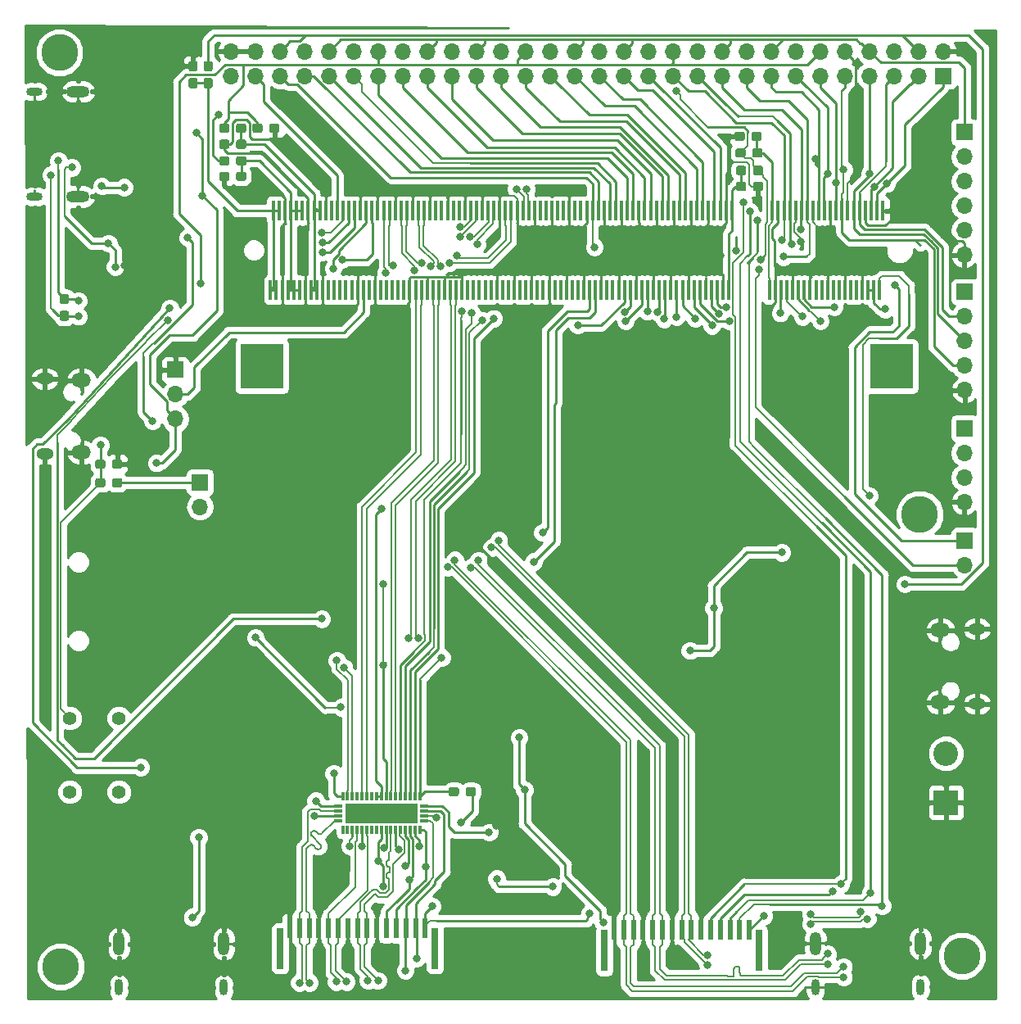
<source format=gbr>
%TF.GenerationSoftware,KiCad,Pcbnew,(5.0.1)-4*%
%TF.CreationDate,2019-03-02T12:31:12+00:00*%
%TF.ProjectId,camera module,63616D657261206D6F64756C652E6B69,rev?*%
%TF.SameCoordinates,Original*%
%TF.FileFunction,Copper,L1,Top,Signal*%
%TF.FilePolarity,Positive*%
%FSLAX46Y46*%
G04 Gerber Fmt 4.6, Leading zero omitted, Abs format (unit mm)*
G04 Created by KiCad (PCBNEW (5.0.1)-4) date 02/03/2019 12:31:12*
%MOMM*%
%LPD*%
G01*
G04 APERTURE LIST*
%ADD10R,0.350000X2.000000*%
%ADD11R,4.500000X4.600000*%
%ADD12R,2.550000X2.550000*%
%ADD13C,2.550000*%
%ADD14R,1.700000X1.700000*%
%ADD15O,1.700000X1.700000*%
%ADD16R,0.700000X4.200000*%
%ADD17R,0.600000X2.000000*%
%ADD18R,0.304800X0.812800*%
%ADD19R,0.812800X0.304800*%
%ADD20R,7.543800X2.057400*%
%ADD21O,1.200000X2.400000*%
%ADD22O,0.850000X1.700000*%
%ADD23O,2.400000X1.200000*%
%ADD24O,1.700000X0.850000*%
%ADD25C,0.100000*%
%ADD26C,0.950000*%
%ADD27O,2.000000X1.450000*%
%ADD28O,1.800000X1.150000*%
%ADD29C,1.397000*%
%ADD30C,3.800000*%
%ADD31C,0.800000*%
%ADD32C,0.250000*%
%ADD33C,0.200000*%
%ADD34C,0.254000*%
G04 APERTURE END LIST*
D10*
X136000000Y-54850000D03*
X135700000Y-63050000D03*
X135400000Y-54850000D03*
X135100000Y-63050000D03*
X134800000Y-54850000D03*
X134500000Y-63050000D03*
X134200000Y-54850000D03*
X133900000Y-63050000D03*
X133600000Y-54850000D03*
X133300000Y-63050000D03*
X133000000Y-54850000D03*
X132700000Y-63050000D03*
X132400000Y-54850000D03*
X132100000Y-63050000D03*
X131800000Y-54850000D03*
X131500000Y-63050000D03*
X131200000Y-54850000D03*
X130900000Y-63050000D03*
X130600000Y-54850000D03*
X130300000Y-63050000D03*
X130000000Y-54850000D03*
X129700000Y-63050000D03*
X129400000Y-54850000D03*
X129100000Y-63050000D03*
X128800000Y-54850000D03*
X128500000Y-63050000D03*
X128200000Y-54850000D03*
X127900000Y-63050000D03*
X127600000Y-54850000D03*
X127300000Y-63050000D03*
X127000000Y-54850000D03*
X126700000Y-63050000D03*
X126400000Y-54850000D03*
X126100000Y-63050000D03*
X125800000Y-54850000D03*
X125500000Y-63050000D03*
X125200000Y-54850000D03*
X124900000Y-63050000D03*
X124600000Y-54850000D03*
X124300000Y-63050000D03*
X120400000Y-54850000D03*
X120100000Y-63050000D03*
X119800000Y-54850000D03*
X119500000Y-63050000D03*
X119200000Y-54850000D03*
X118900000Y-63050000D03*
X118600000Y-54850000D03*
X118300000Y-63050000D03*
X118000000Y-54850000D03*
X117700000Y-63050000D03*
X117400000Y-54850000D03*
X117100000Y-63050000D03*
X116800000Y-54850000D03*
X116500000Y-63050000D03*
X116200000Y-54850000D03*
X115900000Y-63050000D03*
X115600000Y-54850000D03*
X115300000Y-63050000D03*
X115000000Y-54850000D03*
X114700000Y-63050000D03*
X114400000Y-54850000D03*
X114100000Y-63050000D03*
X113800000Y-54850000D03*
X113500000Y-63050000D03*
X113200000Y-54850000D03*
X112900000Y-63050000D03*
X112600000Y-54850000D03*
X112300000Y-63050000D03*
X112000000Y-54850000D03*
X111700000Y-63050000D03*
X111400000Y-54850000D03*
X111100000Y-63050000D03*
X110800000Y-54850000D03*
X110500000Y-63050000D03*
X110200000Y-54850000D03*
X109900000Y-63050000D03*
X109600000Y-54850000D03*
X109300000Y-63050000D03*
X109000000Y-54850000D03*
X108700000Y-63050000D03*
X108400000Y-54850000D03*
X108100000Y-63050000D03*
X107800000Y-54850000D03*
X107500000Y-63050000D03*
X107200000Y-54850000D03*
X106900000Y-63050000D03*
X106600000Y-54850000D03*
X106300000Y-63050000D03*
X106000000Y-54850000D03*
X105700000Y-63050000D03*
X105400000Y-54850000D03*
X105100000Y-63050000D03*
X104800000Y-54850000D03*
X104500000Y-63050000D03*
X104200000Y-54850000D03*
X103900000Y-63050000D03*
X103600000Y-54850000D03*
X103300000Y-63050000D03*
X103000000Y-54850000D03*
X102700000Y-63050000D03*
X102400000Y-54850000D03*
X102100000Y-63050000D03*
X101800000Y-54850000D03*
X101500000Y-63050000D03*
X101200000Y-54850000D03*
X100900000Y-63050000D03*
X100600000Y-54850000D03*
X100300000Y-63050000D03*
X100000000Y-54850000D03*
X99700000Y-63050000D03*
X99400000Y-54850000D03*
X99100000Y-63050000D03*
X98800000Y-54850000D03*
X98500000Y-63050000D03*
X98200000Y-54850000D03*
X97900000Y-63050000D03*
X97600000Y-54850000D03*
X97300000Y-63050000D03*
X97000000Y-54850000D03*
X96700000Y-63050000D03*
X96400000Y-54850000D03*
X96100000Y-63050000D03*
X95800000Y-54850000D03*
X95500000Y-63050000D03*
X95200000Y-54850000D03*
X94900000Y-63050000D03*
X94600000Y-54850000D03*
X94300000Y-63050000D03*
X94000000Y-54850000D03*
X93700000Y-63050000D03*
X93400000Y-54850000D03*
X93100000Y-63050000D03*
X92800000Y-54850000D03*
X92500000Y-63050000D03*
X92200000Y-54850000D03*
X91900000Y-63050000D03*
X91600000Y-54850000D03*
X91300000Y-63050000D03*
X91000000Y-54850000D03*
X90700000Y-63050000D03*
X90400000Y-54850000D03*
X90100000Y-63050000D03*
X89800000Y-54850000D03*
X89500000Y-63050000D03*
X89200000Y-54850000D03*
X88900000Y-63050000D03*
X88600000Y-54850000D03*
X88300000Y-63050000D03*
X88000000Y-54850000D03*
X87700000Y-63050000D03*
X87400000Y-54850000D03*
X87100000Y-63050000D03*
X86800000Y-54850000D03*
X86500000Y-63050000D03*
X86200000Y-54850000D03*
X85900000Y-63050000D03*
X85600000Y-54850000D03*
X85300000Y-63050000D03*
X85000000Y-54850000D03*
X84700000Y-63050000D03*
X84400000Y-54850000D03*
X84100000Y-63050000D03*
X83800000Y-54850000D03*
X83500000Y-63050000D03*
X83200000Y-54850000D03*
X82900000Y-63050000D03*
X82600000Y-54850000D03*
X82300000Y-63050000D03*
X82000000Y-54850000D03*
X81700000Y-63050000D03*
X81400000Y-54850000D03*
X81100000Y-63050000D03*
X80800000Y-54850000D03*
X80500000Y-63050000D03*
X80200000Y-54850000D03*
X79900000Y-63050000D03*
X79600000Y-54850000D03*
X79300000Y-63050000D03*
X79000000Y-54850000D03*
X78700000Y-63050000D03*
X78400000Y-54850000D03*
X78100000Y-63050000D03*
X77800000Y-54850000D03*
X77500000Y-63050000D03*
X77200000Y-54850000D03*
X76900000Y-63050000D03*
X76600000Y-54850000D03*
X76300000Y-63050000D03*
X76000000Y-54850000D03*
X75700000Y-63050000D03*
X75400000Y-54850000D03*
X75100000Y-63050000D03*
X74800000Y-54850000D03*
X74500000Y-63050000D03*
X74200000Y-54850000D03*
X73900000Y-63050000D03*
X73600000Y-54850000D03*
X73300000Y-63050000D03*
X73000000Y-54850000D03*
X72700000Y-63050000D03*
D11*
X71800000Y-70950000D03*
X136900000Y-70950000D03*
D12*
X142550000Y-116050000D03*
D13*
X142550000Y-110970000D03*
D14*
X142265000Y-40925000D03*
D15*
X142265000Y-38385000D03*
X139725000Y-40925000D03*
X139725000Y-38385000D03*
X137185000Y-40925000D03*
X137185000Y-38385000D03*
X134645000Y-40925000D03*
X134645000Y-38385000D03*
X132105000Y-40925000D03*
X132105000Y-38385000D03*
X129565000Y-40925000D03*
X129565000Y-38385000D03*
X127025000Y-40925000D03*
X127025000Y-38385000D03*
X124485000Y-40925000D03*
X124485000Y-38385000D03*
X121945000Y-40925000D03*
X121945000Y-38385000D03*
X119405000Y-40925000D03*
X119405000Y-38385000D03*
X116865000Y-40925000D03*
X116865000Y-38385000D03*
X114325000Y-40925000D03*
X114325000Y-38385000D03*
X111785000Y-40925000D03*
X111785000Y-38385000D03*
X109245000Y-40925000D03*
X109245000Y-38385000D03*
X106705000Y-40925000D03*
X106705000Y-38385000D03*
X104165000Y-40925000D03*
X104165000Y-38385000D03*
X101625000Y-40925000D03*
X101625000Y-38385000D03*
X99085000Y-40925000D03*
X99085000Y-38385000D03*
X96545000Y-40925000D03*
X96545000Y-38385000D03*
X94005000Y-40925000D03*
X94005000Y-38385000D03*
X91465000Y-40925000D03*
X91465000Y-38385000D03*
X88925000Y-40925000D03*
X88925000Y-38385000D03*
X86385000Y-40925000D03*
X86385000Y-38385000D03*
X83845000Y-40925000D03*
X83845000Y-38385000D03*
X81305000Y-40925000D03*
X81305000Y-38385000D03*
X78765000Y-40925000D03*
X78765000Y-38385000D03*
X76225000Y-40925000D03*
X76225000Y-38385000D03*
X73685000Y-40925000D03*
X73685000Y-38385000D03*
X71145000Y-40925000D03*
X71145000Y-38385000D03*
X68605000Y-40925000D03*
X68605000Y-38385000D03*
D16*
X89700000Y-131125000D03*
X73700000Y-131125000D03*
D17*
X88700000Y-129025000D03*
X87700000Y-129025000D03*
X86700000Y-129025000D03*
X85700000Y-129025000D03*
X84700000Y-129025000D03*
X83700000Y-129025000D03*
X82700000Y-129025000D03*
X81700000Y-129025000D03*
X80700000Y-129025000D03*
X79700000Y-129025000D03*
X78700000Y-129025000D03*
X77700000Y-129025000D03*
X76700000Y-129025000D03*
X75700000Y-129025000D03*
X74700000Y-129025000D03*
D18*
X88137800Y-115423200D03*
X87655200Y-115423200D03*
X87147200Y-115423200D03*
X86639200Y-115423200D03*
X86156600Y-115423200D03*
X85648600Y-115423200D03*
X85140600Y-115423200D03*
X84658000Y-115423200D03*
X84150000Y-115423200D03*
X83642000Y-115423200D03*
X83159400Y-115423200D03*
X82651400Y-115423200D03*
X82143400Y-115423200D03*
X81660800Y-115423200D03*
X81152800Y-115423200D03*
X80644800Y-115423200D03*
X80162200Y-115423200D03*
D19*
X79705000Y-116363000D03*
X79705000Y-116871000D03*
X79705000Y-117379000D03*
X79705000Y-117887000D03*
D18*
X80162200Y-118826800D03*
X80644800Y-118826800D03*
X81152800Y-118826800D03*
X81660800Y-118826800D03*
X82143400Y-118826800D03*
X82651400Y-118826800D03*
X83159400Y-118826800D03*
X83642000Y-118826800D03*
X84150000Y-118826800D03*
X84658000Y-118826800D03*
X85140600Y-118826800D03*
X85648600Y-118826800D03*
X86156600Y-118826800D03*
X86639200Y-118826800D03*
X87147200Y-118826800D03*
X87655200Y-118826800D03*
X88137800Y-118826800D03*
D19*
X88595000Y-117887000D03*
X88595000Y-117379000D03*
X88595000Y-116871000D03*
X88595000Y-116363000D03*
D20*
X84150000Y-117125000D03*
D21*
X139900000Y-130600000D03*
X129050000Y-130600000D03*
D22*
X129050000Y-135100000D03*
X139900000Y-135100000D03*
D23*
X52810000Y-53405000D03*
X52810000Y-42555000D03*
D24*
X48310000Y-42555000D03*
X48310000Y-53405000D03*
D25*
G36*
X68235779Y-47516144D02*
X68258834Y-47519563D01*
X68281443Y-47525227D01*
X68303387Y-47533079D01*
X68324457Y-47543044D01*
X68344448Y-47555026D01*
X68363168Y-47568910D01*
X68380438Y-47584562D01*
X68396090Y-47601832D01*
X68409974Y-47620552D01*
X68421956Y-47640543D01*
X68431921Y-47661613D01*
X68439773Y-47683557D01*
X68445437Y-47706166D01*
X68448856Y-47729221D01*
X68450000Y-47752500D01*
X68450000Y-48227500D01*
X68448856Y-48250779D01*
X68445437Y-48273834D01*
X68439773Y-48296443D01*
X68431921Y-48318387D01*
X68421956Y-48339457D01*
X68409974Y-48359448D01*
X68396090Y-48378168D01*
X68380438Y-48395438D01*
X68363168Y-48411090D01*
X68344448Y-48424974D01*
X68324457Y-48436956D01*
X68303387Y-48446921D01*
X68281443Y-48454773D01*
X68258834Y-48460437D01*
X68235779Y-48463856D01*
X68212500Y-48465000D01*
X67637500Y-48465000D01*
X67614221Y-48463856D01*
X67591166Y-48460437D01*
X67568557Y-48454773D01*
X67546613Y-48446921D01*
X67525543Y-48436956D01*
X67505552Y-48424974D01*
X67486832Y-48411090D01*
X67469562Y-48395438D01*
X67453910Y-48378168D01*
X67440026Y-48359448D01*
X67428044Y-48339457D01*
X67418079Y-48318387D01*
X67410227Y-48296443D01*
X67404563Y-48273834D01*
X67401144Y-48250779D01*
X67400000Y-48227500D01*
X67400000Y-47752500D01*
X67401144Y-47729221D01*
X67404563Y-47706166D01*
X67410227Y-47683557D01*
X67418079Y-47661613D01*
X67428044Y-47640543D01*
X67440026Y-47620552D01*
X67453910Y-47601832D01*
X67469562Y-47584562D01*
X67486832Y-47568910D01*
X67505552Y-47555026D01*
X67525543Y-47543044D01*
X67546613Y-47533079D01*
X67568557Y-47525227D01*
X67591166Y-47519563D01*
X67614221Y-47516144D01*
X67637500Y-47515000D01*
X68212500Y-47515000D01*
X68235779Y-47516144D01*
X68235779Y-47516144D01*
G37*
D26*
X67925000Y-47990000D03*
D25*
G36*
X69985779Y-47516144D02*
X70008834Y-47519563D01*
X70031443Y-47525227D01*
X70053387Y-47533079D01*
X70074457Y-47543044D01*
X70094448Y-47555026D01*
X70113168Y-47568910D01*
X70130438Y-47584562D01*
X70146090Y-47601832D01*
X70159974Y-47620552D01*
X70171956Y-47640543D01*
X70181921Y-47661613D01*
X70189773Y-47683557D01*
X70195437Y-47706166D01*
X70198856Y-47729221D01*
X70200000Y-47752500D01*
X70200000Y-48227500D01*
X70198856Y-48250779D01*
X70195437Y-48273834D01*
X70189773Y-48296443D01*
X70181921Y-48318387D01*
X70171956Y-48339457D01*
X70159974Y-48359448D01*
X70146090Y-48378168D01*
X70130438Y-48395438D01*
X70113168Y-48411090D01*
X70094448Y-48424974D01*
X70074457Y-48436956D01*
X70053387Y-48446921D01*
X70031443Y-48454773D01*
X70008834Y-48460437D01*
X69985779Y-48463856D01*
X69962500Y-48465000D01*
X69387500Y-48465000D01*
X69364221Y-48463856D01*
X69341166Y-48460437D01*
X69318557Y-48454773D01*
X69296613Y-48446921D01*
X69275543Y-48436956D01*
X69255552Y-48424974D01*
X69236832Y-48411090D01*
X69219562Y-48395438D01*
X69203910Y-48378168D01*
X69190026Y-48359448D01*
X69178044Y-48339457D01*
X69168079Y-48318387D01*
X69160227Y-48296443D01*
X69154563Y-48273834D01*
X69151144Y-48250779D01*
X69150000Y-48227500D01*
X69150000Y-47752500D01*
X69151144Y-47729221D01*
X69154563Y-47706166D01*
X69160227Y-47683557D01*
X69168079Y-47661613D01*
X69178044Y-47640543D01*
X69190026Y-47620552D01*
X69203910Y-47601832D01*
X69219562Y-47584562D01*
X69236832Y-47568910D01*
X69255552Y-47555026D01*
X69275543Y-47543044D01*
X69296613Y-47533079D01*
X69318557Y-47525227D01*
X69341166Y-47519563D01*
X69364221Y-47516144D01*
X69387500Y-47515000D01*
X69962500Y-47515000D01*
X69985779Y-47516144D01*
X69985779Y-47516144D01*
G37*
D26*
X69675000Y-47990000D03*
D25*
G36*
X71660779Y-45851144D02*
X71683834Y-45854563D01*
X71706443Y-45860227D01*
X71728387Y-45868079D01*
X71749457Y-45878044D01*
X71769448Y-45890026D01*
X71788168Y-45903910D01*
X71805438Y-45919562D01*
X71821090Y-45936832D01*
X71834974Y-45955552D01*
X71846956Y-45975543D01*
X71856921Y-45996613D01*
X71864773Y-46018557D01*
X71870437Y-46041166D01*
X71873856Y-46064221D01*
X71875000Y-46087500D01*
X71875000Y-46562500D01*
X71873856Y-46585779D01*
X71870437Y-46608834D01*
X71864773Y-46631443D01*
X71856921Y-46653387D01*
X71846956Y-46674457D01*
X71834974Y-46694448D01*
X71821090Y-46713168D01*
X71805438Y-46730438D01*
X71788168Y-46746090D01*
X71769448Y-46759974D01*
X71749457Y-46771956D01*
X71728387Y-46781921D01*
X71706443Y-46789773D01*
X71683834Y-46795437D01*
X71660779Y-46798856D01*
X71637500Y-46800000D01*
X71062500Y-46800000D01*
X71039221Y-46798856D01*
X71016166Y-46795437D01*
X70993557Y-46789773D01*
X70971613Y-46781921D01*
X70950543Y-46771956D01*
X70930552Y-46759974D01*
X70911832Y-46746090D01*
X70894562Y-46730438D01*
X70878910Y-46713168D01*
X70865026Y-46694448D01*
X70853044Y-46674457D01*
X70843079Y-46653387D01*
X70835227Y-46631443D01*
X70829563Y-46608834D01*
X70826144Y-46585779D01*
X70825000Y-46562500D01*
X70825000Y-46087500D01*
X70826144Y-46064221D01*
X70829563Y-46041166D01*
X70835227Y-46018557D01*
X70843079Y-45996613D01*
X70853044Y-45975543D01*
X70865026Y-45955552D01*
X70878910Y-45936832D01*
X70894562Y-45919562D01*
X70911832Y-45903910D01*
X70930552Y-45890026D01*
X70950543Y-45878044D01*
X70971613Y-45868079D01*
X70993557Y-45860227D01*
X71016166Y-45854563D01*
X71039221Y-45851144D01*
X71062500Y-45850000D01*
X71637500Y-45850000D01*
X71660779Y-45851144D01*
X71660779Y-45851144D01*
G37*
D26*
X71350000Y-46325000D03*
D25*
G36*
X73410779Y-45851144D02*
X73433834Y-45854563D01*
X73456443Y-45860227D01*
X73478387Y-45868079D01*
X73499457Y-45878044D01*
X73519448Y-45890026D01*
X73538168Y-45903910D01*
X73555438Y-45919562D01*
X73571090Y-45936832D01*
X73584974Y-45955552D01*
X73596956Y-45975543D01*
X73606921Y-45996613D01*
X73614773Y-46018557D01*
X73620437Y-46041166D01*
X73623856Y-46064221D01*
X73625000Y-46087500D01*
X73625000Y-46562500D01*
X73623856Y-46585779D01*
X73620437Y-46608834D01*
X73614773Y-46631443D01*
X73606921Y-46653387D01*
X73596956Y-46674457D01*
X73584974Y-46694448D01*
X73571090Y-46713168D01*
X73555438Y-46730438D01*
X73538168Y-46746090D01*
X73519448Y-46759974D01*
X73499457Y-46771956D01*
X73478387Y-46781921D01*
X73456443Y-46789773D01*
X73433834Y-46795437D01*
X73410779Y-46798856D01*
X73387500Y-46800000D01*
X72812500Y-46800000D01*
X72789221Y-46798856D01*
X72766166Y-46795437D01*
X72743557Y-46789773D01*
X72721613Y-46781921D01*
X72700543Y-46771956D01*
X72680552Y-46759974D01*
X72661832Y-46746090D01*
X72644562Y-46730438D01*
X72628910Y-46713168D01*
X72615026Y-46694448D01*
X72603044Y-46674457D01*
X72593079Y-46653387D01*
X72585227Y-46631443D01*
X72579563Y-46608834D01*
X72576144Y-46585779D01*
X72575000Y-46562500D01*
X72575000Y-46087500D01*
X72576144Y-46064221D01*
X72579563Y-46041166D01*
X72585227Y-46018557D01*
X72593079Y-45996613D01*
X72603044Y-45975543D01*
X72615026Y-45955552D01*
X72628910Y-45936832D01*
X72644562Y-45919562D01*
X72661832Y-45903910D01*
X72680552Y-45890026D01*
X72700543Y-45878044D01*
X72721613Y-45868079D01*
X72743557Y-45860227D01*
X72766166Y-45854563D01*
X72789221Y-45851144D01*
X72812500Y-45850000D01*
X73387500Y-45850000D01*
X73410779Y-45851144D01*
X73410779Y-45851144D01*
G37*
D26*
X73100000Y-46325000D03*
D25*
G36*
X121530779Y-46686144D02*
X121553834Y-46689563D01*
X121576443Y-46695227D01*
X121598387Y-46703079D01*
X121619457Y-46713044D01*
X121639448Y-46725026D01*
X121658168Y-46738910D01*
X121675438Y-46754562D01*
X121691090Y-46771832D01*
X121704974Y-46790552D01*
X121716956Y-46810543D01*
X121726921Y-46831613D01*
X121734773Y-46853557D01*
X121740437Y-46876166D01*
X121743856Y-46899221D01*
X121745000Y-46922500D01*
X121745000Y-47397500D01*
X121743856Y-47420779D01*
X121740437Y-47443834D01*
X121734773Y-47466443D01*
X121726921Y-47488387D01*
X121716956Y-47509457D01*
X121704974Y-47529448D01*
X121691090Y-47548168D01*
X121675438Y-47565438D01*
X121658168Y-47581090D01*
X121639448Y-47594974D01*
X121619457Y-47606956D01*
X121598387Y-47616921D01*
X121576443Y-47624773D01*
X121553834Y-47630437D01*
X121530779Y-47633856D01*
X121507500Y-47635000D01*
X120932500Y-47635000D01*
X120909221Y-47633856D01*
X120886166Y-47630437D01*
X120863557Y-47624773D01*
X120841613Y-47616921D01*
X120820543Y-47606956D01*
X120800552Y-47594974D01*
X120781832Y-47581090D01*
X120764562Y-47565438D01*
X120748910Y-47548168D01*
X120735026Y-47529448D01*
X120723044Y-47509457D01*
X120713079Y-47488387D01*
X120705227Y-47466443D01*
X120699563Y-47443834D01*
X120696144Y-47420779D01*
X120695000Y-47397500D01*
X120695000Y-46922500D01*
X120696144Y-46899221D01*
X120699563Y-46876166D01*
X120705227Y-46853557D01*
X120713079Y-46831613D01*
X120723044Y-46810543D01*
X120735026Y-46790552D01*
X120748910Y-46771832D01*
X120764562Y-46754562D01*
X120781832Y-46738910D01*
X120800552Y-46725026D01*
X120820543Y-46713044D01*
X120841613Y-46703079D01*
X120863557Y-46695227D01*
X120886166Y-46689563D01*
X120909221Y-46686144D01*
X120932500Y-46685000D01*
X121507500Y-46685000D01*
X121530779Y-46686144D01*
X121530779Y-46686144D01*
G37*
D26*
X121220000Y-47160000D03*
D25*
G36*
X123280779Y-46686144D02*
X123303834Y-46689563D01*
X123326443Y-46695227D01*
X123348387Y-46703079D01*
X123369457Y-46713044D01*
X123389448Y-46725026D01*
X123408168Y-46738910D01*
X123425438Y-46754562D01*
X123441090Y-46771832D01*
X123454974Y-46790552D01*
X123466956Y-46810543D01*
X123476921Y-46831613D01*
X123484773Y-46853557D01*
X123490437Y-46876166D01*
X123493856Y-46899221D01*
X123495000Y-46922500D01*
X123495000Y-47397500D01*
X123493856Y-47420779D01*
X123490437Y-47443834D01*
X123484773Y-47466443D01*
X123476921Y-47488387D01*
X123466956Y-47509457D01*
X123454974Y-47529448D01*
X123441090Y-47548168D01*
X123425438Y-47565438D01*
X123408168Y-47581090D01*
X123389448Y-47594974D01*
X123369457Y-47606956D01*
X123348387Y-47616921D01*
X123326443Y-47624773D01*
X123303834Y-47630437D01*
X123280779Y-47633856D01*
X123257500Y-47635000D01*
X122682500Y-47635000D01*
X122659221Y-47633856D01*
X122636166Y-47630437D01*
X122613557Y-47624773D01*
X122591613Y-47616921D01*
X122570543Y-47606956D01*
X122550552Y-47594974D01*
X122531832Y-47581090D01*
X122514562Y-47565438D01*
X122498910Y-47548168D01*
X122485026Y-47529448D01*
X122473044Y-47509457D01*
X122463079Y-47488387D01*
X122455227Y-47466443D01*
X122449563Y-47443834D01*
X122446144Y-47420779D01*
X122445000Y-47397500D01*
X122445000Y-46922500D01*
X122446144Y-46899221D01*
X122449563Y-46876166D01*
X122455227Y-46853557D01*
X122463079Y-46831613D01*
X122473044Y-46810543D01*
X122485026Y-46790552D01*
X122498910Y-46771832D01*
X122514562Y-46754562D01*
X122531832Y-46738910D01*
X122550552Y-46725026D01*
X122570543Y-46713044D01*
X122591613Y-46703079D01*
X122613557Y-46695227D01*
X122636166Y-46689563D01*
X122659221Y-46686144D01*
X122682500Y-46685000D01*
X123257500Y-46685000D01*
X123280779Y-46686144D01*
X123280779Y-46686144D01*
G37*
D26*
X122970000Y-47160000D03*
D25*
G36*
X121680779Y-51896144D02*
X121703834Y-51899563D01*
X121726443Y-51905227D01*
X121748387Y-51913079D01*
X121769457Y-51923044D01*
X121789448Y-51935026D01*
X121808168Y-51948910D01*
X121825438Y-51964562D01*
X121841090Y-51981832D01*
X121854974Y-52000552D01*
X121866956Y-52020543D01*
X121876921Y-52041613D01*
X121884773Y-52063557D01*
X121890437Y-52086166D01*
X121893856Y-52109221D01*
X121895000Y-52132500D01*
X121895000Y-52607500D01*
X121893856Y-52630779D01*
X121890437Y-52653834D01*
X121884773Y-52676443D01*
X121876921Y-52698387D01*
X121866956Y-52719457D01*
X121854974Y-52739448D01*
X121841090Y-52758168D01*
X121825438Y-52775438D01*
X121808168Y-52791090D01*
X121789448Y-52804974D01*
X121769457Y-52816956D01*
X121748387Y-52826921D01*
X121726443Y-52834773D01*
X121703834Y-52840437D01*
X121680779Y-52843856D01*
X121657500Y-52845000D01*
X121082500Y-52845000D01*
X121059221Y-52843856D01*
X121036166Y-52840437D01*
X121013557Y-52834773D01*
X120991613Y-52826921D01*
X120970543Y-52816956D01*
X120950552Y-52804974D01*
X120931832Y-52791090D01*
X120914562Y-52775438D01*
X120898910Y-52758168D01*
X120885026Y-52739448D01*
X120873044Y-52719457D01*
X120863079Y-52698387D01*
X120855227Y-52676443D01*
X120849563Y-52653834D01*
X120846144Y-52630779D01*
X120845000Y-52607500D01*
X120845000Y-52132500D01*
X120846144Y-52109221D01*
X120849563Y-52086166D01*
X120855227Y-52063557D01*
X120863079Y-52041613D01*
X120873044Y-52020543D01*
X120885026Y-52000552D01*
X120898910Y-51981832D01*
X120914562Y-51964562D01*
X120931832Y-51948910D01*
X120950552Y-51935026D01*
X120970543Y-51923044D01*
X120991613Y-51913079D01*
X121013557Y-51905227D01*
X121036166Y-51899563D01*
X121059221Y-51896144D01*
X121082500Y-51895000D01*
X121657500Y-51895000D01*
X121680779Y-51896144D01*
X121680779Y-51896144D01*
G37*
D26*
X121370000Y-52370000D03*
D25*
G36*
X123430779Y-51896144D02*
X123453834Y-51899563D01*
X123476443Y-51905227D01*
X123498387Y-51913079D01*
X123519457Y-51923044D01*
X123539448Y-51935026D01*
X123558168Y-51948910D01*
X123575438Y-51964562D01*
X123591090Y-51981832D01*
X123604974Y-52000552D01*
X123616956Y-52020543D01*
X123626921Y-52041613D01*
X123634773Y-52063557D01*
X123640437Y-52086166D01*
X123643856Y-52109221D01*
X123645000Y-52132500D01*
X123645000Y-52607500D01*
X123643856Y-52630779D01*
X123640437Y-52653834D01*
X123634773Y-52676443D01*
X123626921Y-52698387D01*
X123616956Y-52719457D01*
X123604974Y-52739448D01*
X123591090Y-52758168D01*
X123575438Y-52775438D01*
X123558168Y-52791090D01*
X123539448Y-52804974D01*
X123519457Y-52816956D01*
X123498387Y-52826921D01*
X123476443Y-52834773D01*
X123453834Y-52840437D01*
X123430779Y-52843856D01*
X123407500Y-52845000D01*
X122832500Y-52845000D01*
X122809221Y-52843856D01*
X122786166Y-52840437D01*
X122763557Y-52834773D01*
X122741613Y-52826921D01*
X122720543Y-52816956D01*
X122700552Y-52804974D01*
X122681832Y-52791090D01*
X122664562Y-52775438D01*
X122648910Y-52758168D01*
X122635026Y-52739448D01*
X122623044Y-52719457D01*
X122613079Y-52698387D01*
X122605227Y-52676443D01*
X122599563Y-52653834D01*
X122596144Y-52630779D01*
X122595000Y-52607500D01*
X122595000Y-52132500D01*
X122596144Y-52109221D01*
X122599563Y-52086166D01*
X122605227Y-52063557D01*
X122613079Y-52041613D01*
X122623044Y-52020543D01*
X122635026Y-52000552D01*
X122648910Y-51981832D01*
X122664562Y-51964562D01*
X122681832Y-51948910D01*
X122700552Y-51935026D01*
X122720543Y-51923044D01*
X122741613Y-51913079D01*
X122763557Y-51905227D01*
X122786166Y-51899563D01*
X122809221Y-51896144D01*
X122832500Y-51895000D01*
X123407500Y-51895000D01*
X123430779Y-51896144D01*
X123430779Y-51896144D01*
G37*
D26*
X123120000Y-52370000D03*
D25*
G36*
X64960779Y-39401144D02*
X64983834Y-39404563D01*
X65006443Y-39410227D01*
X65028387Y-39418079D01*
X65049457Y-39428044D01*
X65069448Y-39440026D01*
X65088168Y-39453910D01*
X65105438Y-39469562D01*
X65121090Y-39486832D01*
X65134974Y-39505552D01*
X65146956Y-39525543D01*
X65156921Y-39546613D01*
X65164773Y-39568557D01*
X65170437Y-39591166D01*
X65173856Y-39614221D01*
X65175000Y-39637500D01*
X65175000Y-40212500D01*
X65173856Y-40235779D01*
X65170437Y-40258834D01*
X65164773Y-40281443D01*
X65156921Y-40303387D01*
X65146956Y-40324457D01*
X65134974Y-40344448D01*
X65121090Y-40363168D01*
X65105438Y-40380438D01*
X65088168Y-40396090D01*
X65069448Y-40409974D01*
X65049457Y-40421956D01*
X65028387Y-40431921D01*
X65006443Y-40439773D01*
X64983834Y-40445437D01*
X64960779Y-40448856D01*
X64937500Y-40450000D01*
X64462500Y-40450000D01*
X64439221Y-40448856D01*
X64416166Y-40445437D01*
X64393557Y-40439773D01*
X64371613Y-40431921D01*
X64350543Y-40421956D01*
X64330552Y-40409974D01*
X64311832Y-40396090D01*
X64294562Y-40380438D01*
X64278910Y-40363168D01*
X64265026Y-40344448D01*
X64253044Y-40324457D01*
X64243079Y-40303387D01*
X64235227Y-40281443D01*
X64229563Y-40258834D01*
X64226144Y-40235779D01*
X64225000Y-40212500D01*
X64225000Y-39637500D01*
X64226144Y-39614221D01*
X64229563Y-39591166D01*
X64235227Y-39568557D01*
X64243079Y-39546613D01*
X64253044Y-39525543D01*
X64265026Y-39505552D01*
X64278910Y-39486832D01*
X64294562Y-39469562D01*
X64311832Y-39453910D01*
X64330552Y-39440026D01*
X64350543Y-39428044D01*
X64371613Y-39418079D01*
X64393557Y-39410227D01*
X64416166Y-39404563D01*
X64439221Y-39401144D01*
X64462500Y-39400000D01*
X64937500Y-39400000D01*
X64960779Y-39401144D01*
X64960779Y-39401144D01*
G37*
D26*
X64700000Y-39925000D03*
D25*
G36*
X64960779Y-41151144D02*
X64983834Y-41154563D01*
X65006443Y-41160227D01*
X65028387Y-41168079D01*
X65049457Y-41178044D01*
X65069448Y-41190026D01*
X65088168Y-41203910D01*
X65105438Y-41219562D01*
X65121090Y-41236832D01*
X65134974Y-41255552D01*
X65146956Y-41275543D01*
X65156921Y-41296613D01*
X65164773Y-41318557D01*
X65170437Y-41341166D01*
X65173856Y-41364221D01*
X65175000Y-41387500D01*
X65175000Y-41962500D01*
X65173856Y-41985779D01*
X65170437Y-42008834D01*
X65164773Y-42031443D01*
X65156921Y-42053387D01*
X65146956Y-42074457D01*
X65134974Y-42094448D01*
X65121090Y-42113168D01*
X65105438Y-42130438D01*
X65088168Y-42146090D01*
X65069448Y-42159974D01*
X65049457Y-42171956D01*
X65028387Y-42181921D01*
X65006443Y-42189773D01*
X64983834Y-42195437D01*
X64960779Y-42198856D01*
X64937500Y-42200000D01*
X64462500Y-42200000D01*
X64439221Y-42198856D01*
X64416166Y-42195437D01*
X64393557Y-42189773D01*
X64371613Y-42181921D01*
X64350543Y-42171956D01*
X64330552Y-42159974D01*
X64311832Y-42146090D01*
X64294562Y-42130438D01*
X64278910Y-42113168D01*
X64265026Y-42094448D01*
X64253044Y-42074457D01*
X64243079Y-42053387D01*
X64235227Y-42031443D01*
X64229563Y-42008834D01*
X64226144Y-41985779D01*
X64225000Y-41962500D01*
X64225000Y-41387500D01*
X64226144Y-41364221D01*
X64229563Y-41341166D01*
X64235227Y-41318557D01*
X64243079Y-41296613D01*
X64253044Y-41275543D01*
X64265026Y-41255552D01*
X64278910Y-41236832D01*
X64294562Y-41219562D01*
X64311832Y-41203910D01*
X64330552Y-41190026D01*
X64350543Y-41178044D01*
X64371613Y-41168079D01*
X64393557Y-41160227D01*
X64416166Y-41154563D01*
X64439221Y-41151144D01*
X64462500Y-41150000D01*
X64937500Y-41150000D01*
X64960779Y-41151144D01*
X64960779Y-41151144D01*
G37*
D26*
X64700000Y-41675000D03*
D25*
G36*
X69985779Y-50826144D02*
X70008834Y-50829563D01*
X70031443Y-50835227D01*
X70053387Y-50843079D01*
X70074457Y-50853044D01*
X70094448Y-50865026D01*
X70113168Y-50878910D01*
X70130438Y-50894562D01*
X70146090Y-50911832D01*
X70159974Y-50930552D01*
X70171956Y-50950543D01*
X70181921Y-50971613D01*
X70189773Y-50993557D01*
X70195437Y-51016166D01*
X70198856Y-51039221D01*
X70200000Y-51062500D01*
X70200000Y-51537500D01*
X70198856Y-51560779D01*
X70195437Y-51583834D01*
X70189773Y-51606443D01*
X70181921Y-51628387D01*
X70171956Y-51649457D01*
X70159974Y-51669448D01*
X70146090Y-51688168D01*
X70130438Y-51705438D01*
X70113168Y-51721090D01*
X70094448Y-51734974D01*
X70074457Y-51746956D01*
X70053387Y-51756921D01*
X70031443Y-51764773D01*
X70008834Y-51770437D01*
X69985779Y-51773856D01*
X69962500Y-51775000D01*
X69387500Y-51775000D01*
X69364221Y-51773856D01*
X69341166Y-51770437D01*
X69318557Y-51764773D01*
X69296613Y-51756921D01*
X69275543Y-51746956D01*
X69255552Y-51734974D01*
X69236832Y-51721090D01*
X69219562Y-51705438D01*
X69203910Y-51688168D01*
X69190026Y-51669448D01*
X69178044Y-51649457D01*
X69168079Y-51628387D01*
X69160227Y-51606443D01*
X69154563Y-51583834D01*
X69151144Y-51560779D01*
X69150000Y-51537500D01*
X69150000Y-51062500D01*
X69151144Y-51039221D01*
X69154563Y-51016166D01*
X69160227Y-50993557D01*
X69168079Y-50971613D01*
X69178044Y-50950543D01*
X69190026Y-50930552D01*
X69203910Y-50911832D01*
X69219562Y-50894562D01*
X69236832Y-50878910D01*
X69255552Y-50865026D01*
X69275543Y-50853044D01*
X69296613Y-50843079D01*
X69318557Y-50835227D01*
X69341166Y-50829563D01*
X69364221Y-50826144D01*
X69387500Y-50825000D01*
X69962500Y-50825000D01*
X69985779Y-50826144D01*
X69985779Y-50826144D01*
G37*
D26*
X69675000Y-51300000D03*
D25*
G36*
X68235779Y-50826144D02*
X68258834Y-50829563D01*
X68281443Y-50835227D01*
X68303387Y-50843079D01*
X68324457Y-50853044D01*
X68344448Y-50865026D01*
X68363168Y-50878910D01*
X68380438Y-50894562D01*
X68396090Y-50911832D01*
X68409974Y-50930552D01*
X68421956Y-50950543D01*
X68431921Y-50971613D01*
X68439773Y-50993557D01*
X68445437Y-51016166D01*
X68448856Y-51039221D01*
X68450000Y-51062500D01*
X68450000Y-51537500D01*
X68448856Y-51560779D01*
X68445437Y-51583834D01*
X68439773Y-51606443D01*
X68431921Y-51628387D01*
X68421956Y-51649457D01*
X68409974Y-51669448D01*
X68396090Y-51688168D01*
X68380438Y-51705438D01*
X68363168Y-51721090D01*
X68344448Y-51734974D01*
X68324457Y-51746956D01*
X68303387Y-51756921D01*
X68281443Y-51764773D01*
X68258834Y-51770437D01*
X68235779Y-51773856D01*
X68212500Y-51775000D01*
X67637500Y-51775000D01*
X67614221Y-51773856D01*
X67591166Y-51770437D01*
X67568557Y-51764773D01*
X67546613Y-51756921D01*
X67525543Y-51746956D01*
X67505552Y-51734974D01*
X67486832Y-51721090D01*
X67469562Y-51705438D01*
X67453910Y-51688168D01*
X67440026Y-51669448D01*
X67428044Y-51649457D01*
X67418079Y-51628387D01*
X67410227Y-51606443D01*
X67404563Y-51583834D01*
X67401144Y-51560779D01*
X67400000Y-51537500D01*
X67400000Y-51062500D01*
X67401144Y-51039221D01*
X67404563Y-51016166D01*
X67410227Y-50993557D01*
X67418079Y-50971613D01*
X67428044Y-50950543D01*
X67440026Y-50930552D01*
X67453910Y-50911832D01*
X67469562Y-50894562D01*
X67486832Y-50878910D01*
X67505552Y-50865026D01*
X67525543Y-50853044D01*
X67546613Y-50843079D01*
X67568557Y-50835227D01*
X67591166Y-50829563D01*
X67614221Y-50826144D01*
X67637500Y-50825000D01*
X68212500Y-50825000D01*
X68235779Y-50826144D01*
X68235779Y-50826144D01*
G37*
D26*
X67925000Y-51300000D03*
D27*
X141953841Y-98229946D03*
X141953841Y-105679946D03*
D28*
X145753841Y-98079946D03*
X145753841Y-105829946D03*
D22*
X67875000Y-135150000D03*
X57025000Y-135150000D03*
D21*
X57025000Y-130650000D03*
X67875000Y-130650000D03*
D17*
X108225000Y-129225000D03*
X109225000Y-129225000D03*
X110225000Y-129225000D03*
X111225000Y-129225000D03*
X112225000Y-129225000D03*
X113225000Y-129225000D03*
X114225000Y-129225000D03*
X115225000Y-129225000D03*
X116225000Y-129225000D03*
X117225000Y-129225000D03*
X118225000Y-129225000D03*
X119225000Y-129225000D03*
X120225000Y-129225000D03*
X121225000Y-129225000D03*
X122225000Y-129225000D03*
D16*
X107225000Y-131325000D03*
X123225000Y-131325000D03*
D14*
X144480000Y-88970000D03*
D15*
X144480000Y-91510000D03*
D14*
X144450000Y-77355000D03*
D15*
X144450000Y-79895000D03*
X144450000Y-82435000D03*
X144450000Y-84975000D03*
D14*
X144475000Y-63245000D03*
D15*
X144475000Y-65785000D03*
X144475000Y-68325000D03*
X144475000Y-70865000D03*
X144475000Y-73405000D03*
D14*
X144450000Y-46750000D03*
D15*
X144450000Y-49290000D03*
X144450000Y-51830000D03*
X144450000Y-54370000D03*
X144450000Y-56910000D03*
X144450000Y-59450000D03*
D14*
X65400000Y-82925000D03*
D15*
X65400000Y-85465000D03*
D28*
X49350000Y-72225000D03*
X49350000Y-79975000D03*
D27*
X53150000Y-72375000D03*
X53150000Y-79825000D03*
D25*
G36*
X68220779Y-45856144D02*
X68243834Y-45859563D01*
X68266443Y-45865227D01*
X68288387Y-45873079D01*
X68309457Y-45883044D01*
X68329448Y-45895026D01*
X68348168Y-45908910D01*
X68365438Y-45924562D01*
X68381090Y-45941832D01*
X68394974Y-45960552D01*
X68406956Y-45980543D01*
X68416921Y-46001613D01*
X68424773Y-46023557D01*
X68430437Y-46046166D01*
X68433856Y-46069221D01*
X68435000Y-46092500D01*
X68435000Y-46567500D01*
X68433856Y-46590779D01*
X68430437Y-46613834D01*
X68424773Y-46636443D01*
X68416921Y-46658387D01*
X68406956Y-46679457D01*
X68394974Y-46699448D01*
X68381090Y-46718168D01*
X68365438Y-46735438D01*
X68348168Y-46751090D01*
X68329448Y-46764974D01*
X68309457Y-46776956D01*
X68288387Y-46786921D01*
X68266443Y-46794773D01*
X68243834Y-46800437D01*
X68220779Y-46803856D01*
X68197500Y-46805000D01*
X67622500Y-46805000D01*
X67599221Y-46803856D01*
X67576166Y-46800437D01*
X67553557Y-46794773D01*
X67531613Y-46786921D01*
X67510543Y-46776956D01*
X67490552Y-46764974D01*
X67471832Y-46751090D01*
X67454562Y-46735438D01*
X67438910Y-46718168D01*
X67425026Y-46699448D01*
X67413044Y-46679457D01*
X67403079Y-46658387D01*
X67395227Y-46636443D01*
X67389563Y-46613834D01*
X67386144Y-46590779D01*
X67385000Y-46567500D01*
X67385000Y-46092500D01*
X67386144Y-46069221D01*
X67389563Y-46046166D01*
X67395227Y-46023557D01*
X67403079Y-46001613D01*
X67413044Y-45980543D01*
X67425026Y-45960552D01*
X67438910Y-45941832D01*
X67454562Y-45924562D01*
X67471832Y-45908910D01*
X67490552Y-45895026D01*
X67510543Y-45883044D01*
X67531613Y-45873079D01*
X67553557Y-45865227D01*
X67576166Y-45859563D01*
X67599221Y-45856144D01*
X67622500Y-45855000D01*
X68197500Y-45855000D01*
X68220779Y-45856144D01*
X68220779Y-45856144D01*
G37*
D26*
X67910000Y-46330000D03*
D25*
G36*
X69970779Y-45856144D02*
X69993834Y-45859563D01*
X70016443Y-45865227D01*
X70038387Y-45873079D01*
X70059457Y-45883044D01*
X70079448Y-45895026D01*
X70098168Y-45908910D01*
X70115438Y-45924562D01*
X70131090Y-45941832D01*
X70144974Y-45960552D01*
X70156956Y-45980543D01*
X70166921Y-46001613D01*
X70174773Y-46023557D01*
X70180437Y-46046166D01*
X70183856Y-46069221D01*
X70185000Y-46092500D01*
X70185000Y-46567500D01*
X70183856Y-46590779D01*
X70180437Y-46613834D01*
X70174773Y-46636443D01*
X70166921Y-46658387D01*
X70156956Y-46679457D01*
X70144974Y-46699448D01*
X70131090Y-46718168D01*
X70115438Y-46735438D01*
X70098168Y-46751090D01*
X70079448Y-46764974D01*
X70059457Y-46776956D01*
X70038387Y-46786921D01*
X70016443Y-46794773D01*
X69993834Y-46800437D01*
X69970779Y-46803856D01*
X69947500Y-46805000D01*
X69372500Y-46805000D01*
X69349221Y-46803856D01*
X69326166Y-46800437D01*
X69303557Y-46794773D01*
X69281613Y-46786921D01*
X69260543Y-46776956D01*
X69240552Y-46764974D01*
X69221832Y-46751090D01*
X69204562Y-46735438D01*
X69188910Y-46718168D01*
X69175026Y-46699448D01*
X69163044Y-46679457D01*
X69153079Y-46658387D01*
X69145227Y-46636443D01*
X69139563Y-46613834D01*
X69136144Y-46590779D01*
X69135000Y-46567500D01*
X69135000Y-46092500D01*
X69136144Y-46069221D01*
X69139563Y-46046166D01*
X69145227Y-46023557D01*
X69153079Y-46001613D01*
X69163044Y-45980543D01*
X69175026Y-45960552D01*
X69188910Y-45941832D01*
X69204562Y-45924562D01*
X69221832Y-45908910D01*
X69240552Y-45895026D01*
X69260543Y-45883044D01*
X69281613Y-45873079D01*
X69303557Y-45865227D01*
X69326166Y-45859563D01*
X69349221Y-45856144D01*
X69372500Y-45855000D01*
X69947500Y-45855000D01*
X69970779Y-45856144D01*
X69970779Y-45856144D01*
G37*
D26*
X69660000Y-46330000D03*
D25*
G36*
X121610779Y-48426144D02*
X121633834Y-48429563D01*
X121656443Y-48435227D01*
X121678387Y-48443079D01*
X121699457Y-48453044D01*
X121719448Y-48465026D01*
X121738168Y-48478910D01*
X121755438Y-48494562D01*
X121771090Y-48511832D01*
X121784974Y-48530552D01*
X121796956Y-48550543D01*
X121806921Y-48571613D01*
X121814773Y-48593557D01*
X121820437Y-48616166D01*
X121823856Y-48639221D01*
X121825000Y-48662500D01*
X121825000Y-49137500D01*
X121823856Y-49160779D01*
X121820437Y-49183834D01*
X121814773Y-49206443D01*
X121806921Y-49228387D01*
X121796956Y-49249457D01*
X121784974Y-49269448D01*
X121771090Y-49288168D01*
X121755438Y-49305438D01*
X121738168Y-49321090D01*
X121719448Y-49334974D01*
X121699457Y-49346956D01*
X121678387Y-49356921D01*
X121656443Y-49364773D01*
X121633834Y-49370437D01*
X121610779Y-49373856D01*
X121587500Y-49375000D01*
X121012500Y-49375000D01*
X120989221Y-49373856D01*
X120966166Y-49370437D01*
X120943557Y-49364773D01*
X120921613Y-49356921D01*
X120900543Y-49346956D01*
X120880552Y-49334974D01*
X120861832Y-49321090D01*
X120844562Y-49305438D01*
X120828910Y-49288168D01*
X120815026Y-49269448D01*
X120803044Y-49249457D01*
X120793079Y-49228387D01*
X120785227Y-49206443D01*
X120779563Y-49183834D01*
X120776144Y-49160779D01*
X120775000Y-49137500D01*
X120775000Y-48662500D01*
X120776144Y-48639221D01*
X120779563Y-48616166D01*
X120785227Y-48593557D01*
X120793079Y-48571613D01*
X120803044Y-48550543D01*
X120815026Y-48530552D01*
X120828910Y-48511832D01*
X120844562Y-48494562D01*
X120861832Y-48478910D01*
X120880552Y-48465026D01*
X120900543Y-48453044D01*
X120921613Y-48443079D01*
X120943557Y-48435227D01*
X120966166Y-48429563D01*
X120989221Y-48426144D01*
X121012500Y-48425000D01*
X121587500Y-48425000D01*
X121610779Y-48426144D01*
X121610779Y-48426144D01*
G37*
D26*
X121300000Y-48900000D03*
D25*
G36*
X123360779Y-48426144D02*
X123383834Y-48429563D01*
X123406443Y-48435227D01*
X123428387Y-48443079D01*
X123449457Y-48453044D01*
X123469448Y-48465026D01*
X123488168Y-48478910D01*
X123505438Y-48494562D01*
X123521090Y-48511832D01*
X123534974Y-48530552D01*
X123546956Y-48550543D01*
X123556921Y-48571613D01*
X123564773Y-48593557D01*
X123570437Y-48616166D01*
X123573856Y-48639221D01*
X123575000Y-48662500D01*
X123575000Y-49137500D01*
X123573856Y-49160779D01*
X123570437Y-49183834D01*
X123564773Y-49206443D01*
X123556921Y-49228387D01*
X123546956Y-49249457D01*
X123534974Y-49269448D01*
X123521090Y-49288168D01*
X123505438Y-49305438D01*
X123488168Y-49321090D01*
X123469448Y-49334974D01*
X123449457Y-49346956D01*
X123428387Y-49356921D01*
X123406443Y-49364773D01*
X123383834Y-49370437D01*
X123360779Y-49373856D01*
X123337500Y-49375000D01*
X122762500Y-49375000D01*
X122739221Y-49373856D01*
X122716166Y-49370437D01*
X122693557Y-49364773D01*
X122671613Y-49356921D01*
X122650543Y-49346956D01*
X122630552Y-49334974D01*
X122611832Y-49321090D01*
X122594562Y-49305438D01*
X122578910Y-49288168D01*
X122565026Y-49269448D01*
X122553044Y-49249457D01*
X122543079Y-49228387D01*
X122535227Y-49206443D01*
X122529563Y-49183834D01*
X122526144Y-49160779D01*
X122525000Y-49137500D01*
X122525000Y-48662500D01*
X122526144Y-48639221D01*
X122529563Y-48616166D01*
X122535227Y-48593557D01*
X122543079Y-48571613D01*
X122553044Y-48550543D01*
X122565026Y-48530552D01*
X122578910Y-48511832D01*
X122594562Y-48494562D01*
X122611832Y-48478910D01*
X122630552Y-48465026D01*
X122650543Y-48453044D01*
X122671613Y-48443079D01*
X122693557Y-48435227D01*
X122716166Y-48429563D01*
X122739221Y-48426144D01*
X122762500Y-48425000D01*
X123337500Y-48425000D01*
X123360779Y-48426144D01*
X123360779Y-48426144D01*
G37*
D26*
X123050000Y-48900000D03*
D25*
G36*
X121670779Y-50226144D02*
X121693834Y-50229563D01*
X121716443Y-50235227D01*
X121738387Y-50243079D01*
X121759457Y-50253044D01*
X121779448Y-50265026D01*
X121798168Y-50278910D01*
X121815438Y-50294562D01*
X121831090Y-50311832D01*
X121844974Y-50330552D01*
X121856956Y-50350543D01*
X121866921Y-50371613D01*
X121874773Y-50393557D01*
X121880437Y-50416166D01*
X121883856Y-50439221D01*
X121885000Y-50462500D01*
X121885000Y-50937500D01*
X121883856Y-50960779D01*
X121880437Y-50983834D01*
X121874773Y-51006443D01*
X121866921Y-51028387D01*
X121856956Y-51049457D01*
X121844974Y-51069448D01*
X121831090Y-51088168D01*
X121815438Y-51105438D01*
X121798168Y-51121090D01*
X121779448Y-51134974D01*
X121759457Y-51146956D01*
X121738387Y-51156921D01*
X121716443Y-51164773D01*
X121693834Y-51170437D01*
X121670779Y-51173856D01*
X121647500Y-51175000D01*
X121072500Y-51175000D01*
X121049221Y-51173856D01*
X121026166Y-51170437D01*
X121003557Y-51164773D01*
X120981613Y-51156921D01*
X120960543Y-51146956D01*
X120940552Y-51134974D01*
X120921832Y-51121090D01*
X120904562Y-51105438D01*
X120888910Y-51088168D01*
X120875026Y-51069448D01*
X120863044Y-51049457D01*
X120853079Y-51028387D01*
X120845227Y-51006443D01*
X120839563Y-50983834D01*
X120836144Y-50960779D01*
X120835000Y-50937500D01*
X120835000Y-50462500D01*
X120836144Y-50439221D01*
X120839563Y-50416166D01*
X120845227Y-50393557D01*
X120853079Y-50371613D01*
X120863044Y-50350543D01*
X120875026Y-50330552D01*
X120888910Y-50311832D01*
X120904562Y-50294562D01*
X120921832Y-50278910D01*
X120940552Y-50265026D01*
X120960543Y-50253044D01*
X120981613Y-50243079D01*
X121003557Y-50235227D01*
X121026166Y-50229563D01*
X121049221Y-50226144D01*
X121072500Y-50225000D01*
X121647500Y-50225000D01*
X121670779Y-50226144D01*
X121670779Y-50226144D01*
G37*
D26*
X121360000Y-50700000D03*
D25*
G36*
X123420779Y-50226144D02*
X123443834Y-50229563D01*
X123466443Y-50235227D01*
X123488387Y-50243079D01*
X123509457Y-50253044D01*
X123529448Y-50265026D01*
X123548168Y-50278910D01*
X123565438Y-50294562D01*
X123581090Y-50311832D01*
X123594974Y-50330552D01*
X123606956Y-50350543D01*
X123616921Y-50371613D01*
X123624773Y-50393557D01*
X123630437Y-50416166D01*
X123633856Y-50439221D01*
X123635000Y-50462500D01*
X123635000Y-50937500D01*
X123633856Y-50960779D01*
X123630437Y-50983834D01*
X123624773Y-51006443D01*
X123616921Y-51028387D01*
X123606956Y-51049457D01*
X123594974Y-51069448D01*
X123581090Y-51088168D01*
X123565438Y-51105438D01*
X123548168Y-51121090D01*
X123529448Y-51134974D01*
X123509457Y-51146956D01*
X123488387Y-51156921D01*
X123466443Y-51164773D01*
X123443834Y-51170437D01*
X123420779Y-51173856D01*
X123397500Y-51175000D01*
X122822500Y-51175000D01*
X122799221Y-51173856D01*
X122776166Y-51170437D01*
X122753557Y-51164773D01*
X122731613Y-51156921D01*
X122710543Y-51146956D01*
X122690552Y-51134974D01*
X122671832Y-51121090D01*
X122654562Y-51105438D01*
X122638910Y-51088168D01*
X122625026Y-51069448D01*
X122613044Y-51049457D01*
X122603079Y-51028387D01*
X122595227Y-51006443D01*
X122589563Y-50983834D01*
X122586144Y-50960779D01*
X122585000Y-50937500D01*
X122585000Y-50462500D01*
X122586144Y-50439221D01*
X122589563Y-50416166D01*
X122595227Y-50393557D01*
X122603079Y-50371613D01*
X122613044Y-50350543D01*
X122625026Y-50330552D01*
X122638910Y-50311832D01*
X122654562Y-50294562D01*
X122671832Y-50278910D01*
X122690552Y-50265026D01*
X122710543Y-50253044D01*
X122731613Y-50243079D01*
X122753557Y-50235227D01*
X122776166Y-50229563D01*
X122799221Y-50226144D01*
X122822500Y-50225000D01*
X123397500Y-50225000D01*
X123420779Y-50226144D01*
X123420779Y-50226144D01*
G37*
D26*
X123110000Y-50700000D03*
D25*
G36*
X66510779Y-39401144D02*
X66533834Y-39404563D01*
X66556443Y-39410227D01*
X66578387Y-39418079D01*
X66599457Y-39428044D01*
X66619448Y-39440026D01*
X66638168Y-39453910D01*
X66655438Y-39469562D01*
X66671090Y-39486832D01*
X66684974Y-39505552D01*
X66696956Y-39525543D01*
X66706921Y-39546613D01*
X66714773Y-39568557D01*
X66720437Y-39591166D01*
X66723856Y-39614221D01*
X66725000Y-39637500D01*
X66725000Y-40212500D01*
X66723856Y-40235779D01*
X66720437Y-40258834D01*
X66714773Y-40281443D01*
X66706921Y-40303387D01*
X66696956Y-40324457D01*
X66684974Y-40344448D01*
X66671090Y-40363168D01*
X66655438Y-40380438D01*
X66638168Y-40396090D01*
X66619448Y-40409974D01*
X66599457Y-40421956D01*
X66578387Y-40431921D01*
X66556443Y-40439773D01*
X66533834Y-40445437D01*
X66510779Y-40448856D01*
X66487500Y-40450000D01*
X66012500Y-40450000D01*
X65989221Y-40448856D01*
X65966166Y-40445437D01*
X65943557Y-40439773D01*
X65921613Y-40431921D01*
X65900543Y-40421956D01*
X65880552Y-40409974D01*
X65861832Y-40396090D01*
X65844562Y-40380438D01*
X65828910Y-40363168D01*
X65815026Y-40344448D01*
X65803044Y-40324457D01*
X65793079Y-40303387D01*
X65785227Y-40281443D01*
X65779563Y-40258834D01*
X65776144Y-40235779D01*
X65775000Y-40212500D01*
X65775000Y-39637500D01*
X65776144Y-39614221D01*
X65779563Y-39591166D01*
X65785227Y-39568557D01*
X65793079Y-39546613D01*
X65803044Y-39525543D01*
X65815026Y-39505552D01*
X65828910Y-39486832D01*
X65844562Y-39469562D01*
X65861832Y-39453910D01*
X65880552Y-39440026D01*
X65900543Y-39428044D01*
X65921613Y-39418079D01*
X65943557Y-39410227D01*
X65966166Y-39404563D01*
X65989221Y-39401144D01*
X66012500Y-39400000D01*
X66487500Y-39400000D01*
X66510779Y-39401144D01*
X66510779Y-39401144D01*
G37*
D26*
X66250000Y-39925000D03*
D25*
G36*
X66510779Y-41151144D02*
X66533834Y-41154563D01*
X66556443Y-41160227D01*
X66578387Y-41168079D01*
X66599457Y-41178044D01*
X66619448Y-41190026D01*
X66638168Y-41203910D01*
X66655438Y-41219562D01*
X66671090Y-41236832D01*
X66684974Y-41255552D01*
X66696956Y-41275543D01*
X66706921Y-41296613D01*
X66714773Y-41318557D01*
X66720437Y-41341166D01*
X66723856Y-41364221D01*
X66725000Y-41387500D01*
X66725000Y-41962500D01*
X66723856Y-41985779D01*
X66720437Y-42008834D01*
X66714773Y-42031443D01*
X66706921Y-42053387D01*
X66696956Y-42074457D01*
X66684974Y-42094448D01*
X66671090Y-42113168D01*
X66655438Y-42130438D01*
X66638168Y-42146090D01*
X66619448Y-42159974D01*
X66599457Y-42171956D01*
X66578387Y-42181921D01*
X66556443Y-42189773D01*
X66533834Y-42195437D01*
X66510779Y-42198856D01*
X66487500Y-42200000D01*
X66012500Y-42200000D01*
X65989221Y-42198856D01*
X65966166Y-42195437D01*
X65943557Y-42189773D01*
X65921613Y-42181921D01*
X65900543Y-42171956D01*
X65880552Y-42159974D01*
X65861832Y-42146090D01*
X65844562Y-42130438D01*
X65828910Y-42113168D01*
X65815026Y-42094448D01*
X65803044Y-42074457D01*
X65793079Y-42053387D01*
X65785227Y-42031443D01*
X65779563Y-42008834D01*
X65776144Y-41985779D01*
X65775000Y-41962500D01*
X65775000Y-41387500D01*
X65776144Y-41364221D01*
X65779563Y-41341166D01*
X65785227Y-41318557D01*
X65793079Y-41296613D01*
X65803044Y-41275543D01*
X65815026Y-41255552D01*
X65828910Y-41236832D01*
X65844562Y-41219562D01*
X65861832Y-41203910D01*
X65880552Y-41190026D01*
X65900543Y-41178044D01*
X65921613Y-41168079D01*
X65943557Y-41160227D01*
X65966166Y-41154563D01*
X65989221Y-41151144D01*
X66012500Y-41150000D01*
X66487500Y-41150000D01*
X66510779Y-41151144D01*
X66510779Y-41151144D01*
G37*
D26*
X66250000Y-41675000D03*
D25*
G36*
X68235779Y-49226144D02*
X68258834Y-49229563D01*
X68281443Y-49235227D01*
X68303387Y-49243079D01*
X68324457Y-49253044D01*
X68344448Y-49265026D01*
X68363168Y-49278910D01*
X68380438Y-49294562D01*
X68396090Y-49311832D01*
X68409974Y-49330552D01*
X68421956Y-49350543D01*
X68431921Y-49371613D01*
X68439773Y-49393557D01*
X68445437Y-49416166D01*
X68448856Y-49439221D01*
X68450000Y-49462500D01*
X68450000Y-49937500D01*
X68448856Y-49960779D01*
X68445437Y-49983834D01*
X68439773Y-50006443D01*
X68431921Y-50028387D01*
X68421956Y-50049457D01*
X68409974Y-50069448D01*
X68396090Y-50088168D01*
X68380438Y-50105438D01*
X68363168Y-50121090D01*
X68344448Y-50134974D01*
X68324457Y-50146956D01*
X68303387Y-50156921D01*
X68281443Y-50164773D01*
X68258834Y-50170437D01*
X68235779Y-50173856D01*
X68212500Y-50175000D01*
X67637500Y-50175000D01*
X67614221Y-50173856D01*
X67591166Y-50170437D01*
X67568557Y-50164773D01*
X67546613Y-50156921D01*
X67525543Y-50146956D01*
X67505552Y-50134974D01*
X67486832Y-50121090D01*
X67469562Y-50105438D01*
X67453910Y-50088168D01*
X67440026Y-50069448D01*
X67428044Y-50049457D01*
X67418079Y-50028387D01*
X67410227Y-50006443D01*
X67404563Y-49983834D01*
X67401144Y-49960779D01*
X67400000Y-49937500D01*
X67400000Y-49462500D01*
X67401144Y-49439221D01*
X67404563Y-49416166D01*
X67410227Y-49393557D01*
X67418079Y-49371613D01*
X67428044Y-49350543D01*
X67440026Y-49330552D01*
X67453910Y-49311832D01*
X67469562Y-49294562D01*
X67486832Y-49278910D01*
X67505552Y-49265026D01*
X67525543Y-49253044D01*
X67546613Y-49243079D01*
X67568557Y-49235227D01*
X67591166Y-49229563D01*
X67614221Y-49226144D01*
X67637500Y-49225000D01*
X68212500Y-49225000D01*
X68235779Y-49226144D01*
X68235779Y-49226144D01*
G37*
D26*
X67925000Y-49700000D03*
D25*
G36*
X69985779Y-49226144D02*
X70008834Y-49229563D01*
X70031443Y-49235227D01*
X70053387Y-49243079D01*
X70074457Y-49253044D01*
X70094448Y-49265026D01*
X70113168Y-49278910D01*
X70130438Y-49294562D01*
X70146090Y-49311832D01*
X70159974Y-49330552D01*
X70171956Y-49350543D01*
X70181921Y-49371613D01*
X70189773Y-49393557D01*
X70195437Y-49416166D01*
X70198856Y-49439221D01*
X70200000Y-49462500D01*
X70200000Y-49937500D01*
X70198856Y-49960779D01*
X70195437Y-49983834D01*
X70189773Y-50006443D01*
X70181921Y-50028387D01*
X70171956Y-50049457D01*
X70159974Y-50069448D01*
X70146090Y-50088168D01*
X70130438Y-50105438D01*
X70113168Y-50121090D01*
X70094448Y-50134974D01*
X70074457Y-50146956D01*
X70053387Y-50156921D01*
X70031443Y-50164773D01*
X70008834Y-50170437D01*
X69985779Y-50173856D01*
X69962500Y-50175000D01*
X69387500Y-50175000D01*
X69364221Y-50173856D01*
X69341166Y-50170437D01*
X69318557Y-50164773D01*
X69296613Y-50156921D01*
X69275543Y-50146956D01*
X69255552Y-50134974D01*
X69236832Y-50121090D01*
X69219562Y-50105438D01*
X69203910Y-50088168D01*
X69190026Y-50069448D01*
X69178044Y-50049457D01*
X69168079Y-50028387D01*
X69160227Y-50006443D01*
X69154563Y-49983834D01*
X69151144Y-49960779D01*
X69150000Y-49937500D01*
X69150000Y-49462500D01*
X69151144Y-49439221D01*
X69154563Y-49416166D01*
X69160227Y-49393557D01*
X69168079Y-49371613D01*
X69178044Y-49350543D01*
X69190026Y-49330552D01*
X69203910Y-49311832D01*
X69219562Y-49294562D01*
X69236832Y-49278910D01*
X69255552Y-49265026D01*
X69275543Y-49253044D01*
X69296613Y-49243079D01*
X69318557Y-49235227D01*
X69341166Y-49229563D01*
X69364221Y-49226144D01*
X69387500Y-49225000D01*
X69962500Y-49225000D01*
X69985779Y-49226144D01*
X69985779Y-49226144D01*
G37*
D26*
X69675000Y-49700000D03*
D25*
G36*
X51637610Y-65197178D02*
X51660665Y-65200597D01*
X51683274Y-65206261D01*
X51705218Y-65214113D01*
X51726288Y-65224078D01*
X51746279Y-65236060D01*
X51764999Y-65249944D01*
X51782269Y-65265596D01*
X51797921Y-65282866D01*
X51811805Y-65301586D01*
X51823787Y-65321577D01*
X51833752Y-65342647D01*
X51841604Y-65364591D01*
X51847268Y-65387200D01*
X51850687Y-65410255D01*
X51851831Y-65433534D01*
X51851831Y-66008534D01*
X51850687Y-66031813D01*
X51847268Y-66054868D01*
X51841604Y-66077477D01*
X51833752Y-66099421D01*
X51823787Y-66120491D01*
X51811805Y-66140482D01*
X51797921Y-66159202D01*
X51782269Y-66176472D01*
X51764999Y-66192124D01*
X51746279Y-66206008D01*
X51726288Y-66217990D01*
X51705218Y-66227955D01*
X51683274Y-66235807D01*
X51660665Y-66241471D01*
X51637610Y-66244890D01*
X51614331Y-66246034D01*
X51139331Y-66246034D01*
X51116052Y-66244890D01*
X51092997Y-66241471D01*
X51070388Y-66235807D01*
X51048444Y-66227955D01*
X51027374Y-66217990D01*
X51007383Y-66206008D01*
X50988663Y-66192124D01*
X50971393Y-66176472D01*
X50955741Y-66159202D01*
X50941857Y-66140482D01*
X50929875Y-66120491D01*
X50919910Y-66099421D01*
X50912058Y-66077477D01*
X50906394Y-66054868D01*
X50902975Y-66031813D01*
X50901831Y-66008534D01*
X50901831Y-65433534D01*
X50902975Y-65410255D01*
X50906394Y-65387200D01*
X50912058Y-65364591D01*
X50919910Y-65342647D01*
X50929875Y-65321577D01*
X50941857Y-65301586D01*
X50955741Y-65282866D01*
X50971393Y-65265596D01*
X50988663Y-65249944D01*
X51007383Y-65236060D01*
X51027374Y-65224078D01*
X51048444Y-65214113D01*
X51070388Y-65206261D01*
X51092997Y-65200597D01*
X51116052Y-65197178D01*
X51139331Y-65196034D01*
X51614331Y-65196034D01*
X51637610Y-65197178D01*
X51637610Y-65197178D01*
G37*
D26*
X51376831Y-65721034D03*
D25*
G36*
X51637610Y-63447178D02*
X51660665Y-63450597D01*
X51683274Y-63456261D01*
X51705218Y-63464113D01*
X51726288Y-63474078D01*
X51746279Y-63486060D01*
X51764999Y-63499944D01*
X51782269Y-63515596D01*
X51797921Y-63532866D01*
X51811805Y-63551586D01*
X51823787Y-63571577D01*
X51833752Y-63592647D01*
X51841604Y-63614591D01*
X51847268Y-63637200D01*
X51850687Y-63660255D01*
X51851831Y-63683534D01*
X51851831Y-64258534D01*
X51850687Y-64281813D01*
X51847268Y-64304868D01*
X51841604Y-64327477D01*
X51833752Y-64349421D01*
X51823787Y-64370491D01*
X51811805Y-64390482D01*
X51797921Y-64409202D01*
X51782269Y-64426472D01*
X51764999Y-64442124D01*
X51746279Y-64456008D01*
X51726288Y-64467990D01*
X51705218Y-64477955D01*
X51683274Y-64485807D01*
X51660665Y-64491471D01*
X51637610Y-64494890D01*
X51614331Y-64496034D01*
X51139331Y-64496034D01*
X51116052Y-64494890D01*
X51092997Y-64491471D01*
X51070388Y-64485807D01*
X51048444Y-64477955D01*
X51027374Y-64467990D01*
X51007383Y-64456008D01*
X50988663Y-64442124D01*
X50971393Y-64426472D01*
X50955741Y-64409202D01*
X50941857Y-64390482D01*
X50929875Y-64370491D01*
X50919910Y-64349421D01*
X50912058Y-64327477D01*
X50906394Y-64304868D01*
X50902975Y-64281813D01*
X50901831Y-64258534D01*
X50901831Y-63683534D01*
X50902975Y-63660255D01*
X50906394Y-63637200D01*
X50912058Y-63614591D01*
X50919910Y-63592647D01*
X50929875Y-63571577D01*
X50941857Y-63551586D01*
X50955741Y-63532866D01*
X50971393Y-63515596D01*
X50988663Y-63499944D01*
X51007383Y-63486060D01*
X51027374Y-63474078D01*
X51048444Y-63464113D01*
X51070388Y-63456261D01*
X51092997Y-63450597D01*
X51116052Y-63447178D01*
X51139331Y-63446034D01*
X51614331Y-63446034D01*
X51637610Y-63447178D01*
X51637610Y-63447178D01*
G37*
D26*
X51376831Y-63971034D03*
D25*
G36*
X55410779Y-82501144D02*
X55433834Y-82504563D01*
X55456443Y-82510227D01*
X55478387Y-82518079D01*
X55499457Y-82528044D01*
X55519448Y-82540026D01*
X55538168Y-82553910D01*
X55555438Y-82569562D01*
X55571090Y-82586832D01*
X55584974Y-82605552D01*
X55596956Y-82625543D01*
X55606921Y-82646613D01*
X55614773Y-82668557D01*
X55620437Y-82691166D01*
X55623856Y-82714221D01*
X55625000Y-82737500D01*
X55625000Y-83212500D01*
X55623856Y-83235779D01*
X55620437Y-83258834D01*
X55614773Y-83281443D01*
X55606921Y-83303387D01*
X55596956Y-83324457D01*
X55584974Y-83344448D01*
X55571090Y-83363168D01*
X55555438Y-83380438D01*
X55538168Y-83396090D01*
X55519448Y-83409974D01*
X55499457Y-83421956D01*
X55478387Y-83431921D01*
X55456443Y-83439773D01*
X55433834Y-83445437D01*
X55410779Y-83448856D01*
X55387500Y-83450000D01*
X54812500Y-83450000D01*
X54789221Y-83448856D01*
X54766166Y-83445437D01*
X54743557Y-83439773D01*
X54721613Y-83431921D01*
X54700543Y-83421956D01*
X54680552Y-83409974D01*
X54661832Y-83396090D01*
X54644562Y-83380438D01*
X54628910Y-83363168D01*
X54615026Y-83344448D01*
X54603044Y-83324457D01*
X54593079Y-83303387D01*
X54585227Y-83281443D01*
X54579563Y-83258834D01*
X54576144Y-83235779D01*
X54575000Y-83212500D01*
X54575000Y-82737500D01*
X54576144Y-82714221D01*
X54579563Y-82691166D01*
X54585227Y-82668557D01*
X54593079Y-82646613D01*
X54603044Y-82625543D01*
X54615026Y-82605552D01*
X54628910Y-82586832D01*
X54644562Y-82569562D01*
X54661832Y-82553910D01*
X54680552Y-82540026D01*
X54700543Y-82528044D01*
X54721613Y-82518079D01*
X54743557Y-82510227D01*
X54766166Y-82504563D01*
X54789221Y-82501144D01*
X54812500Y-82500000D01*
X55387500Y-82500000D01*
X55410779Y-82501144D01*
X55410779Y-82501144D01*
G37*
D26*
X55100000Y-82975000D03*
D25*
G36*
X57160779Y-82501144D02*
X57183834Y-82504563D01*
X57206443Y-82510227D01*
X57228387Y-82518079D01*
X57249457Y-82528044D01*
X57269448Y-82540026D01*
X57288168Y-82553910D01*
X57305438Y-82569562D01*
X57321090Y-82586832D01*
X57334974Y-82605552D01*
X57346956Y-82625543D01*
X57356921Y-82646613D01*
X57364773Y-82668557D01*
X57370437Y-82691166D01*
X57373856Y-82714221D01*
X57375000Y-82737500D01*
X57375000Y-83212500D01*
X57373856Y-83235779D01*
X57370437Y-83258834D01*
X57364773Y-83281443D01*
X57356921Y-83303387D01*
X57346956Y-83324457D01*
X57334974Y-83344448D01*
X57321090Y-83363168D01*
X57305438Y-83380438D01*
X57288168Y-83396090D01*
X57269448Y-83409974D01*
X57249457Y-83421956D01*
X57228387Y-83431921D01*
X57206443Y-83439773D01*
X57183834Y-83445437D01*
X57160779Y-83448856D01*
X57137500Y-83450000D01*
X56562500Y-83450000D01*
X56539221Y-83448856D01*
X56516166Y-83445437D01*
X56493557Y-83439773D01*
X56471613Y-83431921D01*
X56450543Y-83421956D01*
X56430552Y-83409974D01*
X56411832Y-83396090D01*
X56394562Y-83380438D01*
X56378910Y-83363168D01*
X56365026Y-83344448D01*
X56353044Y-83324457D01*
X56343079Y-83303387D01*
X56335227Y-83281443D01*
X56329563Y-83258834D01*
X56326144Y-83235779D01*
X56325000Y-83212500D01*
X56325000Y-82737500D01*
X56326144Y-82714221D01*
X56329563Y-82691166D01*
X56335227Y-82668557D01*
X56343079Y-82646613D01*
X56353044Y-82625543D01*
X56365026Y-82605552D01*
X56378910Y-82586832D01*
X56394562Y-82569562D01*
X56411832Y-82553910D01*
X56430552Y-82540026D01*
X56450543Y-82528044D01*
X56471613Y-82518079D01*
X56493557Y-82510227D01*
X56516166Y-82504563D01*
X56539221Y-82501144D01*
X56562500Y-82500000D01*
X57137500Y-82500000D01*
X57160779Y-82501144D01*
X57160779Y-82501144D01*
G37*
D26*
X56850000Y-82975000D03*
D25*
G36*
X55410779Y-80576144D02*
X55433834Y-80579563D01*
X55456443Y-80585227D01*
X55478387Y-80593079D01*
X55499457Y-80603044D01*
X55519448Y-80615026D01*
X55538168Y-80628910D01*
X55555438Y-80644562D01*
X55571090Y-80661832D01*
X55584974Y-80680552D01*
X55596956Y-80700543D01*
X55606921Y-80721613D01*
X55614773Y-80743557D01*
X55620437Y-80766166D01*
X55623856Y-80789221D01*
X55625000Y-80812500D01*
X55625000Y-81287500D01*
X55623856Y-81310779D01*
X55620437Y-81333834D01*
X55614773Y-81356443D01*
X55606921Y-81378387D01*
X55596956Y-81399457D01*
X55584974Y-81419448D01*
X55571090Y-81438168D01*
X55555438Y-81455438D01*
X55538168Y-81471090D01*
X55519448Y-81484974D01*
X55499457Y-81496956D01*
X55478387Y-81506921D01*
X55456443Y-81514773D01*
X55433834Y-81520437D01*
X55410779Y-81523856D01*
X55387500Y-81525000D01*
X54812500Y-81525000D01*
X54789221Y-81523856D01*
X54766166Y-81520437D01*
X54743557Y-81514773D01*
X54721613Y-81506921D01*
X54700543Y-81496956D01*
X54680552Y-81484974D01*
X54661832Y-81471090D01*
X54644562Y-81455438D01*
X54628910Y-81438168D01*
X54615026Y-81419448D01*
X54603044Y-81399457D01*
X54593079Y-81378387D01*
X54585227Y-81356443D01*
X54579563Y-81333834D01*
X54576144Y-81310779D01*
X54575000Y-81287500D01*
X54575000Y-80812500D01*
X54576144Y-80789221D01*
X54579563Y-80766166D01*
X54585227Y-80743557D01*
X54593079Y-80721613D01*
X54603044Y-80700543D01*
X54615026Y-80680552D01*
X54628910Y-80661832D01*
X54644562Y-80644562D01*
X54661832Y-80628910D01*
X54680552Y-80615026D01*
X54700543Y-80603044D01*
X54721613Y-80593079D01*
X54743557Y-80585227D01*
X54766166Y-80579563D01*
X54789221Y-80576144D01*
X54812500Y-80575000D01*
X55387500Y-80575000D01*
X55410779Y-80576144D01*
X55410779Y-80576144D01*
G37*
D26*
X55100000Y-81050000D03*
D25*
G36*
X57160779Y-80576144D02*
X57183834Y-80579563D01*
X57206443Y-80585227D01*
X57228387Y-80593079D01*
X57249457Y-80603044D01*
X57269448Y-80615026D01*
X57288168Y-80628910D01*
X57305438Y-80644562D01*
X57321090Y-80661832D01*
X57334974Y-80680552D01*
X57346956Y-80700543D01*
X57356921Y-80721613D01*
X57364773Y-80743557D01*
X57370437Y-80766166D01*
X57373856Y-80789221D01*
X57375000Y-80812500D01*
X57375000Y-81287500D01*
X57373856Y-81310779D01*
X57370437Y-81333834D01*
X57364773Y-81356443D01*
X57356921Y-81378387D01*
X57346956Y-81399457D01*
X57334974Y-81419448D01*
X57321090Y-81438168D01*
X57305438Y-81455438D01*
X57288168Y-81471090D01*
X57269448Y-81484974D01*
X57249457Y-81496956D01*
X57228387Y-81506921D01*
X57206443Y-81514773D01*
X57183834Y-81520437D01*
X57160779Y-81523856D01*
X57137500Y-81525000D01*
X56562500Y-81525000D01*
X56539221Y-81523856D01*
X56516166Y-81520437D01*
X56493557Y-81514773D01*
X56471613Y-81506921D01*
X56450543Y-81496956D01*
X56430552Y-81484974D01*
X56411832Y-81471090D01*
X56394562Y-81455438D01*
X56378910Y-81438168D01*
X56365026Y-81419448D01*
X56353044Y-81399457D01*
X56343079Y-81378387D01*
X56335227Y-81356443D01*
X56329563Y-81333834D01*
X56326144Y-81310779D01*
X56325000Y-81287500D01*
X56325000Y-80812500D01*
X56326144Y-80789221D01*
X56329563Y-80766166D01*
X56335227Y-80743557D01*
X56343079Y-80721613D01*
X56353044Y-80700543D01*
X56365026Y-80680552D01*
X56378910Y-80661832D01*
X56394562Y-80644562D01*
X56411832Y-80628910D01*
X56430552Y-80615026D01*
X56450543Y-80603044D01*
X56471613Y-80593079D01*
X56493557Y-80585227D01*
X56516166Y-80579563D01*
X56539221Y-80576144D01*
X56562500Y-80575000D01*
X57137500Y-80575000D01*
X57160779Y-80576144D01*
X57160779Y-80576144D01*
G37*
D26*
X56850000Y-81050000D03*
D29*
X51945000Y-107305000D03*
X57025000Y-107305000D03*
X51945000Y-114925000D03*
X57025000Y-114925000D03*
D14*
X62850000Y-71310000D03*
D15*
X62850000Y-73850000D03*
X62850000Y-76390000D03*
D30*
X50870000Y-38530000D03*
X51020000Y-132990000D03*
X139840000Y-86240000D03*
X144180000Y-131860000D03*
D25*
G36*
X91970779Y-114426144D02*
X91993834Y-114429563D01*
X92016443Y-114435227D01*
X92038387Y-114443079D01*
X92059457Y-114453044D01*
X92079448Y-114465026D01*
X92098168Y-114478910D01*
X92115438Y-114494562D01*
X92131090Y-114511832D01*
X92144974Y-114530552D01*
X92156956Y-114550543D01*
X92166921Y-114571613D01*
X92174773Y-114593557D01*
X92180437Y-114616166D01*
X92183856Y-114639221D01*
X92185000Y-114662500D01*
X92185000Y-115137500D01*
X92183856Y-115160779D01*
X92180437Y-115183834D01*
X92174773Y-115206443D01*
X92166921Y-115228387D01*
X92156956Y-115249457D01*
X92144974Y-115269448D01*
X92131090Y-115288168D01*
X92115438Y-115305438D01*
X92098168Y-115321090D01*
X92079448Y-115334974D01*
X92059457Y-115346956D01*
X92038387Y-115356921D01*
X92016443Y-115364773D01*
X91993834Y-115370437D01*
X91970779Y-115373856D01*
X91947500Y-115375000D01*
X91372500Y-115375000D01*
X91349221Y-115373856D01*
X91326166Y-115370437D01*
X91303557Y-115364773D01*
X91281613Y-115356921D01*
X91260543Y-115346956D01*
X91240552Y-115334974D01*
X91221832Y-115321090D01*
X91204562Y-115305438D01*
X91188910Y-115288168D01*
X91175026Y-115269448D01*
X91163044Y-115249457D01*
X91153079Y-115228387D01*
X91145227Y-115206443D01*
X91139563Y-115183834D01*
X91136144Y-115160779D01*
X91135000Y-115137500D01*
X91135000Y-114662500D01*
X91136144Y-114639221D01*
X91139563Y-114616166D01*
X91145227Y-114593557D01*
X91153079Y-114571613D01*
X91163044Y-114550543D01*
X91175026Y-114530552D01*
X91188910Y-114511832D01*
X91204562Y-114494562D01*
X91221832Y-114478910D01*
X91240552Y-114465026D01*
X91260543Y-114453044D01*
X91281613Y-114443079D01*
X91303557Y-114435227D01*
X91326166Y-114429563D01*
X91349221Y-114426144D01*
X91372500Y-114425000D01*
X91947500Y-114425000D01*
X91970779Y-114426144D01*
X91970779Y-114426144D01*
G37*
D26*
X91660000Y-114900000D03*
D25*
G36*
X93720779Y-114426144D02*
X93743834Y-114429563D01*
X93766443Y-114435227D01*
X93788387Y-114443079D01*
X93809457Y-114453044D01*
X93829448Y-114465026D01*
X93848168Y-114478910D01*
X93865438Y-114494562D01*
X93881090Y-114511832D01*
X93894974Y-114530552D01*
X93906956Y-114550543D01*
X93916921Y-114571613D01*
X93924773Y-114593557D01*
X93930437Y-114616166D01*
X93933856Y-114639221D01*
X93935000Y-114662500D01*
X93935000Y-115137500D01*
X93933856Y-115160779D01*
X93930437Y-115183834D01*
X93924773Y-115206443D01*
X93916921Y-115228387D01*
X93906956Y-115249457D01*
X93894974Y-115269448D01*
X93881090Y-115288168D01*
X93865438Y-115305438D01*
X93848168Y-115321090D01*
X93829448Y-115334974D01*
X93809457Y-115346956D01*
X93788387Y-115356921D01*
X93766443Y-115364773D01*
X93743834Y-115370437D01*
X93720779Y-115373856D01*
X93697500Y-115375000D01*
X93122500Y-115375000D01*
X93099221Y-115373856D01*
X93076166Y-115370437D01*
X93053557Y-115364773D01*
X93031613Y-115356921D01*
X93010543Y-115346956D01*
X92990552Y-115334974D01*
X92971832Y-115321090D01*
X92954562Y-115305438D01*
X92938910Y-115288168D01*
X92925026Y-115269448D01*
X92913044Y-115249457D01*
X92903079Y-115228387D01*
X92895227Y-115206443D01*
X92889563Y-115183834D01*
X92886144Y-115160779D01*
X92885000Y-115137500D01*
X92885000Y-114662500D01*
X92886144Y-114639221D01*
X92889563Y-114616166D01*
X92895227Y-114593557D01*
X92903079Y-114571613D01*
X92913044Y-114550543D01*
X92925026Y-114530552D01*
X92938910Y-114511832D01*
X92954562Y-114494562D01*
X92971832Y-114478910D01*
X92990552Y-114465026D01*
X93010543Y-114453044D01*
X93031613Y-114443079D01*
X93053557Y-114435227D01*
X93076166Y-114429563D01*
X93099221Y-114426144D01*
X93122500Y-114425000D01*
X93697500Y-114425000D01*
X93720779Y-114426144D01*
X93720779Y-114426144D01*
G37*
D26*
X93410000Y-114900000D03*
D31*
X57630000Y-60510000D03*
X121240000Y-96430000D03*
X112150000Y-96130000D03*
X64950000Y-38650000D03*
X100980000Y-121720000D03*
X113538000Y-90424000D03*
X133600000Y-124820000D03*
X133610000Y-122110000D03*
X119251942Y-59531942D03*
X104860000Y-118900000D03*
X129570000Y-59510000D03*
X127530000Y-58030000D03*
X60440000Y-55060000D03*
X111190000Y-119800000D03*
X137320000Y-53060000D03*
X117250000Y-125760000D03*
X120830000Y-58980000D03*
X96010000Y-118450000D03*
X93380000Y-112040000D03*
X81980000Y-117680000D03*
X137990000Y-114130000D03*
X118525000Y-95925000D03*
X125575000Y-90175000D03*
X116078000Y-100330000D03*
X64140000Y-57650000D03*
X60490000Y-76580000D03*
X71150000Y-98975000D03*
X138280000Y-93460000D03*
X79990000Y-106190000D03*
X92430000Y-118060000D03*
X101890000Y-124720000D03*
X96090000Y-123910000D03*
X65480000Y-62370000D03*
X62290000Y-64940000D03*
X59280000Y-112390000D03*
X67300000Y-44950000D03*
X83820000Y-122050000D03*
X64610000Y-127880000D03*
X123380000Y-59900000D03*
X123698000Y-127762000D03*
X79248000Y-113030000D03*
X84328000Y-101854000D03*
X89408000Y-126746000D03*
X84328000Y-124714000D03*
X65278000Y-119634000D03*
X65660000Y-53300000D03*
X65010000Y-46790000D03*
X60890000Y-80940000D03*
X105720000Y-127480000D03*
X90400000Y-101040000D03*
X84360000Y-93430000D03*
X114650000Y-42520000D03*
X98970000Y-114740000D03*
X98418058Y-109301942D03*
X107090000Y-128400000D03*
X52830000Y-65790000D03*
X50010000Y-51170000D03*
X87800000Y-132150000D03*
X86650000Y-133375000D03*
X88750010Y-122675000D03*
X87025000Y-124025000D03*
X83825000Y-134425000D03*
X82775000Y-134425000D03*
X80550000Y-134550000D03*
X79500000Y-134550000D03*
X76725000Y-134650000D03*
X75675000Y-134650000D03*
X121610000Y-53980000D03*
X134645000Y-51060000D03*
X131690000Y-124460000D03*
X130800000Y-125175000D03*
X122265000Y-54930000D03*
X135139778Y-52394107D03*
X134750000Y-125350000D03*
X135950000Y-126700000D03*
X123073000Y-55880000D03*
X136430000Y-52070000D03*
X137280000Y-62550000D03*
X123220000Y-60960000D03*
X98115000Y-52630000D03*
X91248768Y-60231232D03*
X91991232Y-59488768D03*
X94048534Y-58327620D03*
X93306070Y-57585156D03*
X99165000Y-52630000D03*
X52826831Y-64171034D03*
X57560000Y-52440000D03*
X55260000Y-52310000D03*
X50770000Y-49690000D03*
X78020000Y-57120000D03*
X55930000Y-58230000D03*
X56640000Y-60650000D03*
X78060000Y-58180000D03*
X52170000Y-50400000D03*
X92310000Y-57555000D03*
X92310000Y-56505000D03*
X95790000Y-66000000D03*
X131960000Y-50640000D03*
X125725000Y-59625000D03*
X127575000Y-56825000D03*
X126588026Y-58279141D03*
X125610000Y-57920000D03*
X94570000Y-66170000D03*
X131175000Y-51930000D03*
X129080000Y-49500000D03*
X92470000Y-65250000D03*
X130302000Y-51054000D03*
X93490000Y-65440000D03*
X84150000Y-85672167D03*
X106200000Y-58640000D03*
X109325000Y-65325000D03*
X109425000Y-66275000D03*
X111675000Y-65275000D03*
X112750000Y-65350000D03*
X113400000Y-66050000D03*
X114675000Y-65825000D03*
X116625000Y-66025000D03*
X118350000Y-66725000D03*
X120150000Y-66250000D03*
X119050000Y-65500000D03*
X119800000Y-64850000D03*
X125425000Y-65450000D03*
X127730000Y-65800000D03*
X129570000Y-66270000D03*
X131000000Y-64800000D03*
X55125000Y-79075000D03*
X134620000Y-84328000D03*
X136270000Y-65030000D03*
X99910000Y-91140000D03*
X78000000Y-97050000D03*
X62070000Y-66150000D03*
X100838000Y-88138000D03*
X88005000Y-99030000D03*
X80311232Y-102091232D03*
X86955000Y-99030000D03*
X79568768Y-101348768D03*
X80100000Y-59890000D03*
X79190000Y-60830000D03*
X78090000Y-59130000D03*
X95300000Y-119100000D03*
X89820000Y-117560000D03*
X86670000Y-122620000D03*
X131950000Y-134075000D03*
X84611545Y-61265878D03*
X91018768Y-91701232D03*
X131950000Y-133025000D03*
X85354009Y-60523414D03*
X91761232Y-90958768D03*
X130330869Y-132725000D03*
X93448768Y-91731232D03*
X87602442Y-60999748D03*
X130330869Y-131675000D03*
X94191232Y-90988768D03*
X88344906Y-60257284D03*
X134421232Y-128046232D03*
X128550000Y-128625000D03*
X117900000Y-132825000D03*
X95568768Y-89681232D03*
X89263073Y-60579364D03*
X133678768Y-127303768D03*
X128550000Y-127575000D03*
X117900000Y-131775000D03*
X96311232Y-88938768D03*
X90313073Y-60579364D03*
X104475000Y-66700000D03*
X84470000Y-120720000D03*
X82150001Y-120525000D03*
X77275000Y-117400000D03*
X85970000Y-120910000D03*
X80877810Y-120525000D03*
X77375000Y-115850000D03*
X88100010Y-120530000D03*
D32*
X128200000Y-130600000D02*
X128140000Y-130540000D01*
X129050000Y-130600000D02*
X128200000Y-130600000D01*
X128140000Y-130540000D02*
X130570000Y-130540000D01*
X129050000Y-135100000D02*
X127930000Y-135100000D01*
X127930000Y-135100000D02*
X127980000Y-135150000D01*
X129050000Y-135100000D02*
X130330000Y-135100000D01*
X68725000Y-130650000D02*
X68735000Y-130640000D01*
X67875000Y-130650000D02*
X68725000Y-130650000D01*
X68735000Y-130640000D02*
X69290000Y-130640000D01*
X124900000Y-64300000D02*
X124370000Y-64830000D01*
X124900000Y-63050000D02*
X124900000Y-64300000D01*
X126700000Y-63050000D02*
X126700000Y-61420000D01*
X128500000Y-61800000D02*
X128630000Y-61670000D01*
X128500000Y-63050000D02*
X128500000Y-61800000D01*
X130300000Y-61800000D02*
X130270000Y-61770000D01*
X130300000Y-63050000D02*
X130300000Y-61800000D01*
X130300000Y-63050000D02*
X130300000Y-61460000D01*
X128500000Y-63050000D02*
X128500000Y-61360000D01*
X133900000Y-63050000D02*
X133900000Y-61450000D01*
X132100000Y-61800000D02*
X132110000Y-61790000D01*
X132100000Y-63050000D02*
X132100000Y-61800000D01*
X132110000Y-61790000D02*
X132110000Y-61280000D01*
X119500000Y-61800000D02*
X119520000Y-61780000D01*
X119500000Y-63050000D02*
X119500000Y-61800000D01*
X119500000Y-63050000D02*
X119500000Y-61490000D01*
X119500000Y-61490000D02*
X119490000Y-61480000D01*
X117700000Y-63050000D02*
X117700000Y-61770000D01*
X117700000Y-61770000D02*
X117680000Y-61750000D01*
X115900000Y-63050000D02*
X115900000Y-61720000D01*
X115900000Y-61720000D02*
X115900000Y-61210000D01*
X114100000Y-63050000D02*
X114100000Y-61320000D01*
X114100000Y-61320000D02*
X114070000Y-61290000D01*
X112300000Y-61800000D02*
X112280000Y-61780000D01*
X112300000Y-63050000D02*
X112300000Y-61800000D01*
X112280000Y-61780000D02*
X112280000Y-61210000D01*
X110500000Y-61800000D02*
X110540000Y-61760000D01*
X110500000Y-63050000D02*
X110500000Y-61800000D01*
X110500000Y-63050000D02*
X110500000Y-61390000D01*
X108700000Y-63050000D02*
X108700000Y-61800000D01*
X108700000Y-63050000D02*
X108700000Y-61360000D01*
X106900000Y-63050000D02*
X106900000Y-61210000D01*
X105100000Y-61800000D02*
X105090000Y-61790000D01*
X105100000Y-63050000D02*
X105100000Y-61800000D01*
X105100000Y-63050000D02*
X105100000Y-61250000D01*
X103300000Y-63050000D02*
X103300000Y-61190000D01*
X101500000Y-63050000D02*
X101500000Y-61800000D01*
X101500000Y-63050000D02*
X101500000Y-61220000D01*
X99700000Y-61800000D02*
X99710000Y-61790000D01*
X99700000Y-63050000D02*
X99700000Y-61800000D01*
X99700000Y-63050000D02*
X99700000Y-61000000D01*
X97900000Y-63050000D02*
X97900000Y-61170000D01*
X96100000Y-63050000D02*
X96100000Y-61110000D01*
X92500000Y-61800000D02*
X92510000Y-61790000D01*
X92500000Y-63050000D02*
X92500000Y-61800000D01*
X92510000Y-61790000D02*
X92510000Y-61080000D01*
X83500000Y-63050000D02*
X83500000Y-60620000D01*
X83500000Y-63050000D02*
X83500000Y-65790000D01*
X81700000Y-63050000D02*
X81700000Y-61080000D01*
X78100000Y-61800000D02*
X78120000Y-61780000D01*
X78100000Y-63050000D02*
X78100000Y-61800000D01*
X78100000Y-61800000D02*
X78110000Y-61790000D01*
X78100000Y-63050000D02*
X78100000Y-61030000D01*
X76300000Y-64300000D02*
X76290000Y-64310000D01*
X76300000Y-63050000D02*
X76300000Y-64300000D01*
X76290000Y-64310000D02*
X76290000Y-65110000D01*
X76290000Y-65110000D02*
X76300000Y-65100000D01*
X76300000Y-63050000D02*
X76300000Y-60360000D01*
X73900000Y-63050000D02*
X73900000Y-60480000D01*
X73900000Y-63050000D02*
X73900000Y-65090000D01*
X74200000Y-56100000D02*
X74260000Y-56160000D01*
X74200000Y-54850000D02*
X74200000Y-56100000D01*
X74200000Y-53600000D02*
X73760000Y-53160000D01*
X74200000Y-54850000D02*
X74200000Y-53600000D01*
X76600000Y-56100000D02*
X76610000Y-56110000D01*
X76600000Y-54850000D02*
X76600000Y-56100000D01*
X74200000Y-56100000D02*
X73900000Y-56400000D01*
X76600000Y-54850000D02*
X76600000Y-56900000D01*
X78400000Y-53600000D02*
X78390000Y-53590000D01*
X78400000Y-54850000D02*
X78400000Y-53600000D01*
X78400000Y-54850000D02*
X78400000Y-52640000D01*
X82000000Y-54850000D02*
X82000000Y-52270000D01*
X83800000Y-53600000D02*
X83770000Y-53570000D01*
X83800000Y-54850000D02*
X83800000Y-53600000D01*
X83800000Y-53600000D02*
X83790000Y-53590000D01*
X83800000Y-53600000D02*
X83800000Y-52190000D01*
X85600000Y-53600000D02*
X85640000Y-53560000D01*
X85600000Y-54850000D02*
X85600000Y-53600000D01*
X85640000Y-53560000D02*
X85640000Y-52320000D01*
X87400000Y-53600000D02*
X87370000Y-53570000D01*
X87400000Y-54850000D02*
X87400000Y-53600000D01*
X87370000Y-53570000D02*
X87370000Y-52520000D01*
X96400000Y-54850000D02*
X96400000Y-56990000D01*
X98200000Y-56100000D02*
X98150000Y-56150000D01*
X98200000Y-54850000D02*
X98200000Y-56100000D01*
X98200000Y-56100000D02*
X98200000Y-56640000D01*
X100000000Y-54850000D02*
X100000000Y-56950000D01*
X101800000Y-54850000D02*
X101800000Y-57030000D01*
X103600000Y-54850000D02*
X103600000Y-57430000D01*
X107200000Y-54850000D02*
X107200000Y-57370000D01*
X109000000Y-54850000D02*
X109000000Y-57100000D01*
X110800000Y-56100000D02*
X110850000Y-56150000D01*
X110800000Y-54850000D02*
X110800000Y-56100000D01*
X110850000Y-56150000D02*
X110850000Y-57080000D01*
X112600000Y-54850000D02*
X112600000Y-57180000D01*
X114400000Y-56100000D02*
X114430000Y-56130000D01*
X114400000Y-54850000D02*
X114400000Y-56100000D01*
X114430000Y-56130000D02*
X114430000Y-57060000D01*
X116200000Y-54850000D02*
X116200000Y-57220000D01*
X103600000Y-53600000D02*
X103580000Y-53580000D01*
X103600000Y-54850000D02*
X103600000Y-53600000D01*
X118000000Y-56100000D02*
X117920000Y-56180000D01*
X118000000Y-54850000D02*
X118000000Y-56100000D01*
X117920000Y-56180000D02*
X117920000Y-56880000D01*
X125200000Y-56100000D02*
X124590000Y-56710000D01*
X125200000Y-54850000D02*
X125200000Y-56100000D01*
X130600000Y-54850000D02*
X130600000Y-56830000D01*
X119800000Y-54850000D02*
X119800000Y-51070000D01*
X119800000Y-51070000D02*
X120090000Y-50780000D01*
X144187082Y-57985001D02*
X143615001Y-57985001D01*
X144450000Y-59450000D02*
X144450000Y-58247919D01*
X144450000Y-58247919D02*
X144187082Y-57985001D01*
X143615001Y-57985001D02*
X142350000Y-56720000D01*
X132954999Y-39234999D02*
X132954999Y-39434999D01*
X132105000Y-38385000D02*
X132954999Y-39234999D01*
X132954999Y-39434999D02*
X133230000Y-39710000D01*
X133230000Y-39710000D02*
X133230000Y-42540000D01*
X119800000Y-56100000D02*
X119130000Y-56770000D01*
X119800000Y-54850000D02*
X119800000Y-56100000D01*
X123120000Y-52370000D02*
X123120000Y-53720000D01*
X124590000Y-57700000D02*
X124830000Y-57940000D01*
X124590000Y-56710000D02*
X124590000Y-57700000D01*
X124900000Y-60522000D02*
X124830000Y-60452000D01*
X124900000Y-63050000D02*
X124900000Y-60522000D01*
X124830000Y-57940000D02*
X124830000Y-60452000D01*
X124830000Y-60452000D02*
X124830000Y-60620000D01*
X64700000Y-39925000D02*
X64700000Y-38900000D01*
X64700000Y-38900000D02*
X64950000Y-38650000D01*
X133600000Y-124820000D02*
X133600000Y-122120000D01*
X133600000Y-122120000D02*
X133610000Y-122110000D01*
X111225000Y-127975000D02*
X111230000Y-127970000D01*
X111225000Y-129225000D02*
X111225000Y-127975000D01*
X111225000Y-127975000D02*
X111200000Y-127950000D01*
X111200000Y-127950000D02*
X111200000Y-126310000D01*
X114225000Y-127975000D02*
X114140000Y-127890000D01*
X114225000Y-129225000D02*
X114225000Y-127975000D01*
X114140000Y-127890000D02*
X114140000Y-126380000D01*
X108225000Y-127975000D02*
X108260000Y-127940000D01*
X108225000Y-129225000D02*
X108225000Y-127975000D01*
X108260000Y-127940000D02*
X108260000Y-127060000D01*
X117225000Y-129225000D02*
X117225000Y-126905000D01*
X101500000Y-64300000D02*
X101640000Y-64440000D01*
X101500000Y-63050000D02*
X101500000Y-64300000D01*
X101640000Y-64440000D02*
X101640000Y-65050000D01*
X128500000Y-63050000D02*
X128500000Y-60860000D01*
X52810000Y-42555000D02*
X52810000Y-43920000D01*
X48310000Y-42555000D02*
X48310000Y-43500000D01*
X48310000Y-53405000D02*
X48310000Y-52740000D01*
X52810000Y-53405000D02*
X52810000Y-52260000D01*
X89200000Y-54850000D02*
X89200000Y-53600000D01*
X89200000Y-53600000D02*
X89200000Y-52780000D01*
X91000000Y-53600000D02*
X90980000Y-53580000D01*
X91000000Y-54850000D02*
X91000000Y-53600000D01*
X90980000Y-53580000D02*
X90980000Y-52890000D01*
X92800000Y-54850000D02*
X92800000Y-53600000D01*
X92800000Y-53600000D02*
X92800000Y-52990000D01*
X94600000Y-54850000D02*
X94600000Y-53600000D01*
X94600000Y-53600000D02*
X94600000Y-53160000D01*
X96400000Y-54850000D02*
X96400000Y-53600000D01*
X96400000Y-53600000D02*
X96400000Y-53220000D01*
X108225000Y-129225000D02*
X108225000Y-132875000D01*
X88900000Y-61700000D02*
X87270000Y-61700000D01*
X88900000Y-63050000D02*
X88900000Y-61700000D01*
X87200000Y-61700000D02*
X87270000Y-61700000D01*
X87100000Y-61800000D02*
X87200000Y-61700000D01*
X87100000Y-63050000D02*
X87100000Y-61800000D01*
X90580000Y-61700000D02*
X90700000Y-61820000D01*
X88900000Y-61700000D02*
X90580000Y-61700000D01*
X90700000Y-61820000D02*
X90700000Y-63050000D01*
X87100000Y-64300000D02*
X86830000Y-64570000D01*
X87100000Y-63050000D02*
X87100000Y-64300000D01*
X86830000Y-64570000D02*
X86830000Y-65250000D01*
X92420000Y-61700000D02*
X92510000Y-61790000D01*
X90580000Y-61700000D02*
X92420000Y-61700000D01*
X105400000Y-56100000D02*
X104680000Y-56820000D01*
X105400000Y-54850000D02*
X105400000Y-56100000D01*
X114225000Y-129225000D02*
X114225000Y-109515000D01*
X114225000Y-109515000D02*
X94400000Y-89690000D01*
X94400000Y-89690000D02*
X94400000Y-89820000D01*
X111225000Y-129225000D02*
X111225000Y-119835000D01*
X111225000Y-119835000D02*
X111190000Y-119800000D01*
X78100000Y-64300000D02*
X78070000Y-64330000D01*
X78100000Y-63050000D02*
X78100000Y-64300000D01*
X78070000Y-64330000D02*
X78070000Y-64860000D01*
X68810000Y-45750000D02*
X69090000Y-45470000D01*
X69090000Y-45470000D02*
X70190000Y-45470000D01*
X70190000Y-45470000D02*
X70530000Y-45810000D01*
X70530000Y-45810000D02*
X70530000Y-47200000D01*
X70530000Y-47200000D02*
X70830000Y-47500000D01*
X70830000Y-47500000D02*
X72850000Y-47500000D01*
X72850000Y-47500000D02*
X73720000Y-48370000D01*
X117225000Y-129225000D02*
X117225000Y-125785000D01*
X117225000Y-125785000D02*
X117250000Y-125760000D01*
X81700000Y-64450000D02*
X81700000Y-64530000D01*
X81700000Y-63050000D02*
X81700000Y-64450000D01*
X81700000Y-64530000D02*
X81280000Y-64950000D01*
X134200000Y-54850000D02*
X134200000Y-56100000D01*
X134200000Y-56100000D02*
X134500000Y-56400000D01*
X136290000Y-56400000D02*
X137190000Y-55500000D01*
X134500000Y-56400000D02*
X136290000Y-56400000D01*
X137190000Y-55500000D02*
X137500000Y-55190000D01*
X76600000Y-53600000D02*
X76600000Y-54850000D01*
X67925000Y-47990000D02*
X67925000Y-48565000D01*
X67925000Y-48565000D02*
X68290000Y-48930000D01*
X68290000Y-48930000D02*
X72000000Y-48930000D01*
X72000000Y-48930000D02*
X73230000Y-50160000D01*
X73230000Y-50160000D02*
X73230000Y-50230000D01*
X73230000Y-50230000D02*
X76600000Y-53600000D01*
X67925000Y-47990000D02*
X68550000Y-47990000D01*
X68810000Y-47730000D02*
X68550000Y-47990000D01*
X68810000Y-46340000D02*
X68810000Y-47730000D01*
X68810000Y-46340000D02*
X68810000Y-45750000D01*
X98767499Y-121720000D02*
X100980000Y-121720000D01*
X96010000Y-118450000D02*
X98767499Y-121720000D01*
D33*
X122495000Y-52370000D02*
X122240000Y-52115000D01*
X123120000Y-52370000D02*
X122495000Y-52370000D01*
X122240000Y-52115000D02*
X122240000Y-50110000D01*
X121940000Y-49810000D02*
X120090000Y-49810000D01*
X122240000Y-50110000D02*
X121940000Y-49810000D01*
D32*
X120090000Y-50780000D02*
X120090000Y-49810000D01*
X120090000Y-49810000D02*
X120090000Y-49640000D01*
D33*
X127530000Y-57705002D02*
X126870000Y-57045002D01*
X127530000Y-58030000D02*
X127530000Y-57705002D01*
X127000000Y-56050000D02*
X127000000Y-54850000D01*
X126870000Y-56180000D02*
X127000000Y-56050000D01*
X126870000Y-57045002D02*
X126870000Y-56180000D01*
X98200000Y-53650000D02*
X97900000Y-53350000D01*
X98200000Y-54850000D02*
X98200000Y-53650000D01*
X97900000Y-53350000D02*
X96970000Y-53350000D01*
X96970000Y-53350000D02*
X96760000Y-53140000D01*
X96760000Y-53140000D02*
X96760000Y-52810000D01*
X128800000Y-56050000D02*
X129340000Y-56590000D01*
X128800000Y-54850000D02*
X128800000Y-56050000D01*
X129340000Y-56590000D02*
X129340000Y-56790000D01*
X132400000Y-54850000D02*
X132400000Y-52080000D01*
X132400000Y-52080000D02*
X132900000Y-51580000D01*
X84150000Y-117125000D02*
X84150000Y-117425000D01*
D32*
X142550000Y-114525000D02*
X142550000Y-116050000D01*
X142155000Y-114130000D02*
X142550000Y-114525000D01*
X137990000Y-114130000D02*
X142155000Y-114130000D01*
X74534999Y-37535001D02*
X74534999Y-37465001D01*
X73685000Y-38385000D02*
X74534999Y-37535001D01*
X75693998Y-37325000D02*
X76318998Y-36700000D01*
X74534999Y-37465001D02*
X74675000Y-37325000D01*
X74675000Y-37325000D02*
X75693998Y-37325000D01*
X138040000Y-36700000D02*
X139725000Y-38385000D01*
X66900000Y-36700000D02*
X76575000Y-36700000D01*
X66250000Y-37350000D02*
X66900000Y-36700000D01*
X66250000Y-39925000D02*
X66250000Y-37350000D01*
X76318998Y-36700000D02*
X76575000Y-36700000D01*
X76575000Y-36700000D02*
X138040000Y-36700000D01*
X118525000Y-95925000D02*
X118525000Y-93600000D01*
X118525000Y-93600000D02*
X121950000Y-90175000D01*
X121950000Y-90175000D02*
X125575000Y-90175000D01*
X118525000Y-95925000D02*
X118525000Y-99915000D01*
X118525000Y-99915000D02*
X118110000Y-100330000D01*
X118110000Y-100330000D02*
X116078000Y-100330000D01*
X64140000Y-57650000D02*
X64610000Y-58120000D01*
X64610000Y-58120000D02*
X64610000Y-64600000D01*
X59560000Y-69915012D02*
X59560000Y-75650000D01*
X59560000Y-75650000D02*
X60490000Y-76580000D01*
X78375000Y-106200000D02*
X71150000Y-98975000D01*
X138040000Y-36700000D02*
X144890000Y-36700000D01*
X144890000Y-36700000D02*
X146350000Y-38160000D01*
X146350000Y-91231002D02*
X144091002Y-93490000D01*
X146350000Y-38160000D02*
X146350000Y-91231002D01*
X144091002Y-93490000D02*
X138310000Y-93490000D01*
X138310000Y-93490000D02*
X138280000Y-93460000D01*
D33*
X60640000Y-68570000D02*
X60590000Y-68570000D01*
D32*
X64610000Y-64600000D02*
X60640000Y-68570000D01*
D33*
X59560000Y-69600000D02*
X59560000Y-69915012D01*
X60590000Y-68570000D02*
X59560000Y-69600000D01*
X78375000Y-106200000D02*
X79980000Y-106200000D01*
X79980000Y-106200000D02*
X79990000Y-106190000D01*
D32*
X93560000Y-114900000D02*
X93560000Y-116930000D01*
X93560000Y-116930000D02*
X92430000Y-118060000D01*
D33*
X96090000Y-124475685D02*
X96310000Y-124695685D01*
X96090000Y-123910000D02*
X96090000Y-124475685D01*
D32*
X101890000Y-124720000D02*
X96310000Y-124720000D01*
D33*
X96310000Y-124695685D02*
X96310000Y-124720000D01*
D32*
X83860001Y-39602082D02*
X83860001Y-39775000D01*
X83845000Y-39587081D02*
X83860001Y-39602082D01*
X83845000Y-38385000D02*
X83845000Y-39587081D01*
X128175000Y-39775000D02*
X129565000Y-38385000D01*
X83225000Y-39775000D02*
X83860001Y-39775000D01*
X114137081Y-39775000D02*
X113975000Y-39775000D01*
X114325000Y-39587081D02*
X114137081Y-39775000D01*
X114325000Y-38385000D02*
X114325000Y-39587081D01*
X113975000Y-39775000D02*
X128175000Y-39775000D01*
X98235001Y-39764999D02*
X98225000Y-39775000D01*
X98235001Y-39234999D02*
X98235001Y-39764999D01*
X99085000Y-38385000D02*
X98235001Y-39234999D01*
X98225000Y-39775000D02*
X113975000Y-39775000D01*
X83800000Y-39775000D02*
X98225000Y-39775000D01*
X83225000Y-39775000D02*
X83640000Y-39775000D01*
X83640000Y-39775000D02*
X83800000Y-39775000D01*
X71350000Y-46325000D02*
X71350000Y-45750000D01*
X68326000Y-44704000D02*
X70129000Y-44704000D01*
X70304000Y-44704000D02*
X71050000Y-45450000D01*
X68326000Y-44704000D02*
X70304000Y-44704000D01*
X71350000Y-45750000D02*
X71050000Y-45450000D01*
X71050000Y-45450000D02*
X70825000Y-45225000D01*
X68326000Y-44704000D02*
X68326000Y-43474000D01*
X68326000Y-43474000D02*
X69880000Y-41920000D01*
X70940000Y-39775000D02*
X83640000Y-39775000D01*
X69880000Y-39825000D02*
X69830000Y-39775000D01*
X69880000Y-40280000D02*
X69880000Y-39825000D01*
X69830000Y-39775000D02*
X70940000Y-39775000D01*
X69880000Y-41920000D02*
X69880000Y-40280000D01*
X66950000Y-40810000D02*
X67985000Y-39775000D01*
X63990000Y-40810000D02*
X66950000Y-40810000D01*
X63240000Y-41560000D02*
X63990000Y-40810000D01*
X63240000Y-55170000D02*
X63240000Y-41560000D01*
X67985000Y-39775000D02*
X69830000Y-39775000D01*
X65480000Y-57410000D02*
X63240000Y-55170000D01*
X65480000Y-62600433D02*
X65480000Y-57410000D01*
X65480000Y-62370000D02*
X65478059Y-62602374D01*
X65478059Y-62602374D02*
X65480000Y-62600433D01*
X49160000Y-79010000D02*
X48560000Y-79010000D01*
X52680000Y-112390000D02*
X59280000Y-112390000D01*
X48560000Y-79010000D02*
X48090000Y-79480000D01*
X51740000Y-76430000D02*
X49160000Y-79010000D01*
X48090000Y-107800000D02*
X52680000Y-112390000D01*
X62290000Y-64940000D02*
X51740000Y-76400000D01*
X48090000Y-79480000D02*
X48090000Y-107800000D01*
X51740000Y-76400000D02*
X51740000Y-76430000D01*
X68326000Y-45339000D02*
X68326000Y-45160000D01*
X67910000Y-45755000D02*
X68326000Y-45339000D01*
X67910000Y-46330000D02*
X67910000Y-45755000D01*
X68326000Y-44704000D02*
X68326000Y-45160000D01*
X133610001Y-37535001D02*
X133250000Y-37175000D01*
X134645000Y-38385000D02*
X133795001Y-37535001D01*
X133795001Y-37535001D02*
X133610001Y-37535001D01*
X125695000Y-37175000D02*
X124485000Y-38385000D01*
X126000000Y-37175000D02*
X125695000Y-37175000D01*
X126400000Y-37175000D02*
X126000000Y-37175000D01*
X133250000Y-37175000D02*
X126400000Y-37175000D01*
X79975000Y-37175000D02*
X78765000Y-38385000D01*
X94854999Y-37279999D02*
X94750000Y-37175000D01*
X94854999Y-37535001D02*
X94854999Y-37279999D01*
X94005000Y-38385000D02*
X94854999Y-37535001D01*
X94750000Y-37175000D02*
X90075000Y-37175000D01*
X89825000Y-37485000D02*
X89825000Y-37175000D01*
X88925000Y-38385000D02*
X89825000Y-37485000D01*
X90075000Y-37175000D02*
X89825000Y-37175000D01*
X89825000Y-37175000D02*
X79975000Y-37175000D01*
X105014999Y-37235001D02*
X105075000Y-37175000D01*
X105014999Y-37535001D02*
X105014999Y-37235001D01*
X104165000Y-38385000D02*
X105014999Y-37535001D01*
X105075000Y-37175000D02*
X94750000Y-37175000D01*
X110094999Y-37219999D02*
X110050000Y-37175000D01*
X110094999Y-37535001D02*
X110094999Y-37219999D01*
X109245000Y-38385000D02*
X110094999Y-37535001D01*
X110050000Y-37175000D02*
X105075000Y-37175000D01*
X120254999Y-37279999D02*
X120150000Y-37175000D01*
X120254999Y-37535001D02*
X120254999Y-37279999D01*
X119405000Y-38385000D02*
X120254999Y-37535001D01*
X126400000Y-37175000D02*
X120150000Y-37175000D01*
X120150000Y-37175000D02*
X110050000Y-37175000D01*
X66775000Y-45475000D02*
X67300000Y-44950000D01*
X66775000Y-49175000D02*
X66775000Y-45475000D01*
X67300000Y-49700000D02*
X66775000Y-49175000D01*
X67925000Y-49700000D02*
X67300000Y-49700000D01*
X144450000Y-45650000D02*
X144475000Y-45625000D01*
X144450000Y-46750000D02*
X144450000Y-45650000D01*
X144475000Y-45625000D02*
X144475000Y-40125000D01*
X144475000Y-40125000D02*
X143900000Y-39550000D01*
X135810000Y-39550000D02*
X134645000Y-38385000D01*
X143900000Y-39550000D02*
X135810000Y-39550000D01*
X83820000Y-120154998D02*
X83820000Y-122050000D01*
X84150000Y-118826800D02*
X84150000Y-119824998D01*
X84150000Y-119824998D02*
X83820000Y-120154998D01*
X88661000Y-114900000D02*
X88137800Y-115423200D01*
X91510000Y-114900000D02*
X88661000Y-114900000D01*
X123688000Y-127762000D02*
X122225000Y-129225000D01*
X123698000Y-127762000D02*
X123688000Y-127762000D01*
X123698000Y-59582000D02*
X123380000Y-59900000D01*
X79248000Y-113030000D02*
X79248000Y-115062000D01*
X79759800Y-115423200D02*
X80162200Y-115423200D01*
X79609200Y-115423200D02*
X79759800Y-115423200D01*
X79248000Y-115062000D02*
X79609200Y-115423200D01*
X84658000Y-115423200D02*
X84658000Y-111836000D01*
X84328000Y-111506000D02*
X84328000Y-101854000D01*
X84658000Y-111836000D02*
X84328000Y-111506000D01*
X88700000Y-129025000D02*
X88700000Y-127454000D01*
X88700000Y-127454000D02*
X89408000Y-126746000D01*
X84328000Y-122558000D02*
X83820000Y-122050000D01*
X84328000Y-124714000D02*
X84328000Y-122558000D01*
X65278000Y-119634000D02*
X65270000Y-127220000D01*
X65270000Y-127220000D02*
X64610000Y-127880000D01*
X62000001Y-74591003D02*
X60240000Y-72831002D01*
X62850000Y-76390000D02*
X62000001Y-75540001D01*
X62000001Y-75540001D02*
X62000001Y-74591003D01*
X60240000Y-72831002D02*
X60240000Y-69730000D01*
X60240000Y-69730000D02*
X62250000Y-67720000D01*
X62250000Y-67720000D02*
X64640000Y-67720000D01*
X64640000Y-67720000D02*
X67160000Y-65200000D01*
X67160000Y-54800000D02*
X65660000Y-53300000D01*
X67160000Y-65200000D02*
X67160000Y-54800000D01*
X122040000Y-46600000D02*
X121670000Y-46230000D01*
X84569600Y-101612400D02*
X84328000Y-101854000D01*
X65660000Y-53300000D02*
X65660000Y-47440000D01*
X65660000Y-47440000D02*
X65010000Y-46790000D01*
X62850000Y-79545685D02*
X62850000Y-78500000D01*
X61455685Y-80940000D02*
X62850000Y-79545685D01*
X60890000Y-80940000D02*
X61455685Y-80940000D01*
X62850000Y-78500000D02*
X62850000Y-76390000D01*
D33*
X123110000Y-50700000D02*
X123609072Y-51199072D01*
X122610928Y-50200928D02*
X123110000Y-50700000D01*
X122610928Y-49640018D02*
X122610928Y-50200928D01*
X122369982Y-49399072D02*
X122610928Y-49640018D01*
X121799072Y-49399072D02*
X122369982Y-49399072D01*
X121300000Y-48900000D02*
X121799072Y-49399072D01*
X123380000Y-59900000D02*
X123779999Y-59500001D01*
X123609072Y-51199072D02*
X123609072Y-51349072D01*
X123609072Y-51349072D02*
X124080000Y-51820000D01*
X124080000Y-51820000D02*
X124080000Y-56050000D01*
X124080000Y-56050000D02*
X123860000Y-56270000D01*
X123860000Y-59420000D02*
X123380000Y-59900000D01*
X123860000Y-56270000D02*
X123860000Y-59420000D01*
X88700000Y-129025000D02*
X88700000Y-128760000D01*
X89190000Y-128270000D02*
X89840000Y-128270000D01*
X88700000Y-128760000D02*
X89190000Y-128270000D01*
D32*
X105392000Y-128270000D02*
X89840000Y-128270000D01*
X105720000Y-127480000D02*
X105392000Y-128270000D01*
D33*
X88137800Y-103302200D02*
X88720000Y-102720000D01*
X88137800Y-103390000D02*
X88137800Y-103302200D01*
X88720000Y-102720000D02*
X88563916Y-102876084D01*
X90400000Y-101040000D02*
X88720000Y-102720000D01*
D32*
X88137800Y-103390000D02*
X88137800Y-115423200D01*
D33*
X84360000Y-101822000D02*
X84328000Y-101854000D01*
X84360000Y-93430000D02*
X84360000Y-101822000D01*
X115049999Y-43369999D02*
X117910000Y-46230000D01*
X115049999Y-42919999D02*
X115049999Y-43369999D01*
X114650000Y-42520000D02*
X115049999Y-42919999D01*
X121300000Y-48900000D02*
X122040000Y-48160000D01*
D32*
X122040000Y-46760000D02*
X122040000Y-46600000D01*
D33*
X122040000Y-48160000D02*
X122040000Y-46900000D01*
X122040000Y-46900000D02*
X122040000Y-46760000D01*
D32*
X121670000Y-46230000D02*
X119330000Y-46230000D01*
X119330000Y-46230000D02*
X117910000Y-46230000D01*
X77200000Y-62750000D02*
X76900000Y-63050000D01*
X76900000Y-63050000D02*
X77500000Y-63050000D01*
X77200000Y-62750000D02*
X77500000Y-63050000D01*
X77800000Y-54850000D02*
X77375000Y-54850000D01*
X77375000Y-54850000D02*
X77200000Y-54850000D01*
X77550000Y-54850000D02*
X77375000Y-54675000D01*
X77800000Y-54850000D02*
X77550000Y-54850000D01*
X77375000Y-54675000D02*
X77375000Y-54850000D01*
X77200000Y-54850000D02*
X77200000Y-62750000D01*
X69660000Y-47975000D02*
X69675000Y-47990000D01*
X69660000Y-46330000D02*
X69660000Y-47975000D01*
X69675000Y-47990000D02*
X72070000Y-47990000D01*
X77200000Y-53120000D02*
X77200000Y-54850000D01*
X72070000Y-47990000D02*
X77200000Y-53120000D01*
X98418058Y-109867627D02*
X98380000Y-109905685D01*
X98418058Y-109301942D02*
X98418058Y-109867627D01*
X98380000Y-114150000D02*
X98970000Y-114740000D01*
X98380000Y-109905685D02*
X98380000Y-114150000D01*
X106797001Y-128107001D02*
X106797001Y-127227001D01*
X107090000Y-128400000D02*
X106797001Y-128107001D01*
X106797001Y-127227001D02*
X103190000Y-123620000D01*
X103190000Y-123620000D02*
X103190000Y-122420000D01*
X98970000Y-118200000D02*
X98970000Y-114740000D01*
X103190000Y-122420000D02*
X98970000Y-118200000D01*
X122970000Y-48820000D02*
X123050000Y-48900000D01*
X122970000Y-47160000D02*
X122970000Y-48820000D01*
X124600000Y-53600000D02*
X124600000Y-54850000D01*
X124600000Y-49825000D02*
X124600000Y-53600000D01*
X123675000Y-48900000D02*
X124600000Y-49825000D01*
X123050000Y-48900000D02*
X123675000Y-48900000D01*
D33*
X124600000Y-56050000D02*
X124230000Y-56420000D01*
X124600000Y-54850000D02*
X124600000Y-56050000D01*
X124300000Y-61850000D02*
X124300000Y-63050000D01*
X124230000Y-61780000D02*
X124300000Y-61850000D01*
X124230000Y-56420000D02*
X124230000Y-61780000D01*
D32*
X120400000Y-53600000D02*
X120400000Y-54850000D01*
X120400000Y-52715000D02*
X120400000Y-53600000D01*
X120745000Y-52370000D02*
X120400000Y-52715000D01*
X121370000Y-52370000D02*
X120745000Y-52370000D01*
X121370000Y-50710000D02*
X121360000Y-50700000D01*
X121370000Y-52370000D02*
X121370000Y-50710000D01*
X120400000Y-56100000D02*
X120400000Y-54850000D01*
X120400000Y-56944988D02*
X120400000Y-56100000D01*
X120100000Y-57244988D02*
X120400000Y-56944988D01*
X120100000Y-63050000D02*
X120100000Y-57244988D01*
X69275000Y-54850000D02*
X73000000Y-54850000D01*
X73600000Y-54850000D02*
X73000000Y-54850000D01*
X72700000Y-63050000D02*
X73300000Y-63050000D01*
X73000000Y-62750000D02*
X72700000Y-63050000D01*
X73000000Y-62500000D02*
X73000000Y-62900000D01*
X73000000Y-62750000D02*
X73300000Y-63050000D01*
X73000000Y-62500000D02*
X73000000Y-62750000D01*
X66250000Y-51825000D02*
X69275000Y-54850000D01*
X66250000Y-41675000D02*
X66250000Y-51825000D01*
X64700000Y-41675000D02*
X66250000Y-41675000D01*
X73000000Y-54850000D02*
X73000000Y-62500000D01*
X74800000Y-62750000D02*
X74500000Y-63050000D01*
X75100000Y-63050000D02*
X75700000Y-63050000D01*
X74800000Y-62750000D02*
X75100000Y-63050000D01*
X75100000Y-63050000D02*
X74500000Y-63050000D01*
X74800000Y-54850000D02*
X75400000Y-54850000D01*
X75400000Y-54850000D02*
X76000000Y-54850000D01*
X69675000Y-49700000D02*
X71550000Y-49700000D01*
X74800000Y-52950000D02*
X74800000Y-54850000D01*
X71550000Y-49700000D02*
X74800000Y-52950000D01*
X74800000Y-54850000D02*
X74800000Y-62750000D01*
X69675000Y-49700000D02*
X69675000Y-51300000D01*
X51445797Y-65790000D02*
X51376831Y-65721034D01*
X52830000Y-65790000D02*
X51445797Y-65790000D01*
X51376831Y-65721034D02*
X50801831Y-65721034D01*
X51376831Y-65721034D02*
X50771034Y-65721034D01*
X50771034Y-65721034D02*
X50114990Y-65064990D01*
D33*
X50010000Y-64960000D02*
X50114990Y-65064990D01*
X50010000Y-51170000D02*
X50010000Y-64960000D01*
D32*
X87700000Y-129025000D02*
X87700000Y-126475000D01*
X89725000Y-124094988D02*
X90650000Y-123169988D01*
X87700000Y-126475000D02*
X89725000Y-124450000D01*
X89725000Y-124450000D02*
X89725000Y-124094988D01*
X90650000Y-123169988D02*
X90650000Y-117250000D01*
X90271000Y-116871000D02*
X88595000Y-116871000D01*
X90650000Y-117250000D02*
X90271000Y-116871000D01*
X87800000Y-129125000D02*
X87700000Y-129025000D01*
X87800000Y-132150000D02*
X87800000Y-129125000D01*
X86700000Y-129025000D02*
X86700000Y-126625000D01*
X86650000Y-129075000D02*
X86700000Y-129025000D01*
X86650000Y-133375000D02*
X86650000Y-129075000D01*
D33*
X89201400Y-117887000D02*
X89530000Y-118215600D01*
X88595000Y-117887000D02*
X89201400Y-117887000D01*
X89530000Y-123795000D02*
X89095000Y-124230000D01*
X89530000Y-118215600D02*
X89530000Y-123795000D01*
D32*
X86700000Y-126625000D02*
X89095000Y-124230000D01*
X85700000Y-127050000D02*
X85700000Y-129025000D01*
X88750010Y-122109315D02*
X88750010Y-122675000D01*
X88750010Y-119036610D02*
X88750010Y-122109315D01*
X88540200Y-118826800D02*
X88750010Y-119036610D01*
X88137800Y-118826800D02*
X88540200Y-118826800D01*
X88750010Y-123999990D02*
X87850000Y-124900000D01*
X88750010Y-122675000D02*
X88750010Y-123999990D01*
X87850000Y-124900000D02*
X85700000Y-127050000D01*
X84700000Y-127275000D02*
X84700000Y-129025000D01*
X87025000Y-124950000D02*
X85775000Y-126200000D01*
X87025000Y-124025000D02*
X87025000Y-124950000D01*
X85775000Y-126200000D02*
X84700000Y-127275000D01*
X87424999Y-123625001D02*
X87025000Y-124025000D01*
X87424999Y-119786867D02*
X87424999Y-123625001D01*
X87147200Y-119509068D02*
X87424999Y-119786867D01*
X87147200Y-118826800D02*
X87147200Y-119509068D01*
D33*
X82425000Y-130800001D02*
X82700000Y-130525001D01*
X83825000Y-134425000D02*
X82425000Y-133025000D01*
X82425000Y-133025000D02*
X82425000Y-130800001D01*
X82700000Y-130525001D02*
X82700000Y-129025000D01*
X86595001Y-119982201D02*
X86026001Y-119413201D01*
X85402992Y-125200393D02*
X85402992Y-122402010D01*
X84814393Y-125788992D02*
X85402992Y-125200393D01*
X83841607Y-125788992D02*
X84814393Y-125788992D01*
X82425000Y-126523906D02*
X83500762Y-125448147D01*
X83500762Y-125448147D02*
X83841607Y-125788992D01*
X82700000Y-129025000D02*
X82700000Y-127524999D01*
X86026001Y-118957399D02*
X86156600Y-118826800D01*
X85402992Y-122402010D02*
X86595001Y-121210001D01*
X86595001Y-121210001D02*
X86595001Y-119982201D01*
X86026001Y-119413201D02*
X86026001Y-118957399D01*
X82700000Y-127524999D02*
X82425000Y-127249999D01*
X82425000Y-127249999D02*
X82425000Y-126523906D01*
X82775000Y-134011397D02*
X81975000Y-133211397D01*
X81975000Y-133211397D02*
X81975000Y-130800001D01*
X82775000Y-134425000D02*
X82775000Y-134011397D01*
X81700000Y-130525001D02*
X81700000Y-129025000D01*
X81975000Y-130800001D02*
X81700000Y-130525001D01*
X83112961Y-125199566D02*
X81975010Y-126337512D01*
X84027999Y-125339001D02*
X83687156Y-124998157D01*
X84628001Y-125339001D02*
X84027999Y-125339001D01*
X84953001Y-125014001D02*
X84628001Y-125339001D01*
X84953001Y-123949455D02*
X84953001Y-125014001D01*
X84950131Y-123923986D02*
X84953001Y-123949455D01*
X84941666Y-123899794D02*
X84950131Y-123923986D01*
X84928030Y-123878093D02*
X84941666Y-123899794D01*
X84909907Y-123859970D02*
X84928030Y-123878093D01*
X84888206Y-123846334D02*
X84909907Y-123859970D01*
X84864014Y-123837869D02*
X84888206Y-123846334D01*
X84788884Y-123823665D02*
X84813076Y-123832130D01*
X84767183Y-123810029D02*
X84788884Y-123823665D01*
X84749060Y-123791906D02*
X84767183Y-123810029D01*
X84735424Y-123770205D02*
X84749060Y-123791906D01*
X84726959Y-123746013D02*
X84735424Y-123770205D01*
X84724090Y-123720545D02*
X84726959Y-123746013D01*
X84724090Y-123349455D02*
X84724090Y-123720545D01*
X84726959Y-123323986D02*
X84724090Y-123349455D01*
X84735424Y-123299794D02*
X84726959Y-123323986D01*
X84749060Y-123278093D02*
X84735424Y-123299794D01*
X84767183Y-123259970D02*
X84749060Y-123278093D01*
X84788884Y-123246334D02*
X84767183Y-123259970D01*
X84813076Y-123237869D02*
X84788884Y-123246334D01*
X84838545Y-123235000D02*
X84813076Y-123237869D01*
X85003001Y-123235000D02*
X84838545Y-123235000D01*
X85014128Y-123233746D02*
X85003001Y-123235000D01*
X85024696Y-123230048D02*
X85014128Y-123233746D01*
X85034176Y-123224091D02*
X85024696Y-123230048D01*
X85042093Y-123216174D02*
X85034176Y-123224091D01*
X85048050Y-123206694D02*
X85042093Y-123216174D01*
X85051748Y-123196126D02*
X85048050Y-123206694D01*
X83314370Y-124998157D02*
X83112961Y-125199566D01*
X85053001Y-123185000D02*
X85051748Y-123196126D01*
X85053001Y-122685000D02*
X85053001Y-123185000D01*
X84749060Y-122067548D02*
X84735424Y-122089249D01*
X84788884Y-122035789D02*
X84767183Y-122049425D01*
X84813076Y-122027324D02*
X84788884Y-122035789D01*
X84909907Y-121999484D02*
X84888206Y-122013120D01*
X84928030Y-121981361D02*
X84909907Y-121999484D01*
X84941666Y-121959660D02*
X84928030Y-121981361D01*
X81975010Y-126337512D02*
X81975010Y-127249989D01*
X84767183Y-122049425D02*
X84749060Y-122067548D01*
X84838546Y-122624455D02*
X84953001Y-122624455D01*
X84813076Y-123832130D02*
X84864014Y-123837869D01*
X85140600Y-119206403D02*
X85095001Y-119252002D01*
X85042093Y-122653825D02*
X85048050Y-122663305D01*
X83687156Y-124998157D02*
X83314370Y-124998157D01*
X84888206Y-122013120D02*
X84864014Y-122021585D01*
X84767183Y-122599484D02*
X84788884Y-122613120D01*
X84813076Y-122621585D02*
X84838546Y-122624455D01*
X85140600Y-118826800D02*
X85140600Y-119206403D01*
X85048050Y-122663305D02*
X85051748Y-122673873D01*
X84864014Y-122021585D02*
X84813076Y-122027324D01*
X85095001Y-119252002D02*
X85095001Y-121020001D01*
X84950131Y-121935468D02*
X84941666Y-121959660D01*
X84953001Y-121910000D02*
X84950131Y-121935468D01*
X84735424Y-122089249D02*
X84726959Y-122113441D01*
X84726959Y-122113441D02*
X84724090Y-122138910D01*
X85014128Y-122636253D02*
X85024696Y-122639951D01*
X84724090Y-122138910D02*
X84724090Y-122510000D01*
X84724090Y-122510000D02*
X84726959Y-122535468D01*
X84726959Y-122535468D02*
X84735424Y-122559660D01*
X85095001Y-121020001D02*
X84953001Y-121162001D01*
X84735424Y-122559660D02*
X84749060Y-122581361D01*
X84953001Y-121162001D02*
X84953001Y-121910000D01*
X84749060Y-122581361D02*
X84767183Y-122599484D01*
X84788884Y-122613120D02*
X84813076Y-122621585D01*
X81975010Y-127249989D02*
X81700000Y-127524999D01*
X84953001Y-122624455D02*
X84953001Y-122635000D01*
X84953001Y-122635000D02*
X85003001Y-122635000D01*
X85003001Y-122635000D02*
X85014128Y-122636253D01*
X81700000Y-127524999D02*
X81700000Y-129025000D01*
X85024696Y-122639951D02*
X85034176Y-122645908D01*
X85051748Y-122673873D02*
X85053001Y-122685000D01*
X85034176Y-122645908D02*
X85042093Y-122653825D01*
X79425000Y-130800001D02*
X79700000Y-130525001D01*
X79425000Y-133425000D02*
X79425000Y-130800001D01*
X79700000Y-130525001D02*
X79700000Y-129025000D01*
X80550000Y-134550000D02*
X79425000Y-133425000D01*
X79700000Y-128125009D02*
X79700000Y-129025000D01*
X79727885Y-128125008D02*
X79700000Y-128125009D01*
X82651400Y-118826800D02*
X82651400Y-119433200D01*
X82651400Y-119433200D02*
X82768200Y-119550000D01*
X82768200Y-119550000D02*
X82768200Y-120218197D01*
X82768200Y-120218197D02*
X82775002Y-120224999D01*
X82775002Y-120224999D02*
X82775002Y-125077891D01*
X82775002Y-125077891D02*
X79727885Y-128125008D01*
X79500000Y-134550000D02*
X79500000Y-134136397D01*
X78975000Y-133611397D02*
X78975000Y-130800001D01*
X78975000Y-130800001D02*
X78700000Y-130525001D01*
X79500000Y-134136397D02*
X78975000Y-133611397D01*
X78700000Y-130525001D02*
X78700000Y-129025000D01*
X81502811Y-120098436D02*
X81660800Y-119940447D01*
X81502811Y-120825001D02*
X81502811Y-120098436D01*
X81492219Y-120835593D02*
X81502811Y-120825001D01*
X81492219Y-121890000D02*
X81492219Y-120835593D01*
X81660800Y-119940447D02*
X81660800Y-118826800D01*
X78700000Y-127524999D02*
X81477810Y-124747189D01*
X81477810Y-124747189D02*
X81492219Y-121890000D01*
X78700000Y-129025000D02*
X78700000Y-127524999D01*
X76700000Y-130525001D02*
X76700000Y-129025000D01*
X76425000Y-130800001D02*
X76700000Y-130525001D01*
X76725000Y-134650000D02*
X76425000Y-134350000D01*
X76425000Y-134350000D02*
X76425000Y-130800001D01*
X76700000Y-127524999D02*
X76700000Y-129025000D01*
X76425000Y-127249999D02*
X76700000Y-127524999D01*
X76425000Y-120787397D02*
X76425000Y-127249999D01*
X76727209Y-120485190D02*
X76425000Y-120787397D01*
X76779732Y-120443304D02*
X76727209Y-120485190D01*
X76840258Y-120414156D02*
X76779732Y-120443304D01*
X76905753Y-120399207D02*
X76840258Y-120414156D01*
X76972931Y-120399207D02*
X76905753Y-120399207D01*
X77038426Y-120414156D02*
X76972931Y-120399207D01*
X77098952Y-120443304D02*
X77038426Y-120414156D01*
X77151473Y-120485190D02*
X77098952Y-120443304D01*
X77430084Y-120763801D02*
X77151473Y-120485190D01*
X77482608Y-120805686D02*
X77430084Y-120763801D01*
X77543133Y-120834834D02*
X77482608Y-120805686D01*
X77608628Y-120849782D02*
X77543133Y-120834834D01*
X77157468Y-118953870D02*
X77091973Y-118968818D01*
X77925382Y-120650752D02*
X77896234Y-120711278D01*
X77224646Y-118953870D02*
X77157468Y-118953870D01*
X77350667Y-118997966D02*
X77290141Y-118968818D01*
X77290141Y-118968818D02*
X77224646Y-118953870D01*
X77091973Y-118968818D02*
X77031447Y-118997966D01*
X77575735Y-119212397D02*
X77403189Y-119039851D01*
X77628258Y-119254282D02*
X77575735Y-119212397D01*
X77688784Y-119283429D02*
X77628258Y-119254282D01*
X77754278Y-119298378D02*
X77688784Y-119283429D01*
X76978925Y-119039851D02*
X76937039Y-119092373D01*
X79325397Y-117887000D02*
X78000000Y-119212397D01*
X77403189Y-119039851D02*
X77350667Y-118997966D01*
X77854348Y-120339537D02*
X77896234Y-120392058D01*
X79705000Y-117887000D02*
X79325397Y-117887000D01*
X78000000Y-119212397D02*
X77947477Y-119254282D01*
X77947477Y-119254282D02*
X77886951Y-119283429D01*
X77886951Y-119283429D02*
X77821457Y-119298378D01*
X76978925Y-119464115D02*
X77854348Y-120339537D01*
X77821457Y-119298378D02*
X77754278Y-119298378D01*
X77741301Y-120834833D02*
X77675806Y-120849783D01*
X77031447Y-118997966D02*
X76978925Y-119039851D01*
X76937039Y-119092373D02*
X76907892Y-119152899D01*
X76937039Y-119411592D02*
X76978925Y-119464115D01*
X76907892Y-119152899D02*
X76892943Y-119218393D01*
X76892943Y-119218393D02*
X76892943Y-119285572D01*
X76892943Y-119285572D02*
X76907892Y-119351066D01*
X76907892Y-119351066D02*
X76937039Y-119411592D01*
X77896234Y-120392058D02*
X77925382Y-120452584D01*
X77940331Y-120585257D02*
X77925382Y-120650752D01*
X77925382Y-120452584D02*
X77940331Y-120518079D01*
X77940331Y-120518079D02*
X77940331Y-120585257D01*
X77896234Y-120711278D02*
X77854348Y-120763801D01*
X77854348Y-120763801D02*
X77801826Y-120805687D01*
X77801826Y-120805687D02*
X77741301Y-120834833D01*
X77675806Y-120849783D02*
X77608628Y-120849782D01*
X75675000Y-134650000D02*
X75975000Y-134350000D01*
X75975000Y-130800001D02*
X75700000Y-130525001D01*
X75700000Y-130525001D02*
X75700000Y-129025000D01*
X75975000Y-134350000D02*
X75975000Y-130800001D01*
X75700000Y-127524999D02*
X75700000Y-129025000D01*
X75975000Y-127249999D02*
X75700000Y-127524999D01*
X75975000Y-120601000D02*
X75975000Y-127249999D01*
X79705000Y-116871000D02*
X77941000Y-116871000D01*
X77941000Y-116871000D02*
X77783010Y-116713010D01*
X77783010Y-116713010D02*
X76813010Y-116713010D01*
X76813010Y-116713010D02*
X76530000Y-116996020D01*
X76530000Y-116996020D02*
X76530000Y-120046000D01*
X76530000Y-120046000D02*
X75975000Y-120601000D01*
D32*
X133000000Y-52850000D02*
X134645000Y-51205000D01*
X133000000Y-54850000D02*
X133000000Y-52850000D01*
X118225000Y-129225000D02*
X118225000Y-127975000D01*
X134645000Y-51205000D02*
X134645000Y-51060000D01*
X134645000Y-51060000D02*
X134645000Y-40925000D01*
X133000000Y-54850000D02*
X133000000Y-56670000D01*
X133000000Y-56670000D02*
X133590000Y-57260000D01*
X133590000Y-57260000D02*
X140260000Y-57260000D01*
X141040000Y-58064666D02*
X141685010Y-58709676D01*
X140260000Y-57260000D02*
X141040000Y-58040000D01*
X141040000Y-58040000D02*
X141040000Y-58064666D01*
X141685010Y-65535010D02*
X144475000Y-68325000D01*
X141685010Y-58709676D02*
X141685010Y-65535010D01*
D33*
X131690000Y-124460000D02*
X132089999Y-124060001D01*
X132174999Y-123975001D02*
X131690000Y-124460000D01*
X132174999Y-123500000D02*
X132174999Y-123975001D01*
D32*
X132174999Y-123500000D02*
X132174999Y-90524999D01*
X132174999Y-123925001D02*
X132174999Y-123500000D01*
D33*
X121740000Y-124460000D02*
X121720000Y-124480000D01*
X131690000Y-124460000D02*
X121740000Y-124460000D01*
D32*
X118225000Y-127975000D02*
X121720000Y-124480000D01*
D33*
X121610000Y-59125002D02*
X121075002Y-59660000D01*
X121610000Y-53980000D02*
X121610000Y-59125002D01*
X121075002Y-59660000D02*
X121075002Y-59674998D01*
X120500001Y-60249999D02*
X120500001Y-65600001D01*
X121075002Y-59674998D02*
X120500001Y-60249999D01*
X120775001Y-65875001D02*
X120775001Y-66534999D01*
X120500001Y-65600001D02*
X120775001Y-65875001D01*
X120775001Y-66534999D02*
X120780000Y-66539998D01*
X120780000Y-78390000D02*
X120770000Y-78400000D01*
X120780000Y-66539998D02*
X120780000Y-78390000D01*
X120770000Y-79120000D02*
X129130000Y-87480000D01*
X120770000Y-78400000D02*
X120770000Y-79120000D01*
D32*
X132174999Y-90524999D02*
X129130000Y-87480000D01*
X130425010Y-125549990D02*
X130800000Y-125175000D01*
X121650010Y-125549990D02*
X130425010Y-125549990D01*
X119225000Y-127975000D02*
X121650010Y-125549990D01*
X119225000Y-129225000D02*
X119225000Y-127975000D01*
X134800000Y-54850000D02*
X134800000Y-52675000D01*
X138875001Y-41774999D02*
X138825001Y-41774999D01*
X139725000Y-40925000D02*
X138875001Y-41774999D01*
X137025000Y-43575000D02*
X137025000Y-50450000D01*
X138825001Y-41774999D02*
X137025000Y-43575000D01*
X120225000Y-129225000D02*
X120225000Y-127975000D01*
X120225000Y-127975000D02*
X120874990Y-127325010D01*
X134800000Y-52675000D02*
X134829442Y-52704442D01*
X122265000Y-59304990D02*
X122265000Y-54930000D01*
X134829442Y-52704442D02*
X135139778Y-52394107D01*
X135139778Y-52394107D02*
X137025000Y-50450000D01*
D33*
X129710000Y-87110000D02*
X129690000Y-87110000D01*
X130050000Y-87450000D02*
X130000000Y-87450000D01*
D32*
X130050000Y-87450000D02*
X129710000Y-87110000D01*
D33*
X130000000Y-87450000D02*
X121240000Y-78690000D01*
X121240000Y-60329990D02*
X122049990Y-59520000D01*
X121240000Y-78690000D02*
X121240000Y-60329990D01*
D32*
X122049990Y-59520000D02*
X122265000Y-59304990D01*
D33*
X120225000Y-128025000D02*
X120225000Y-129225000D01*
X122110000Y-126140000D02*
X120225000Y-128025000D01*
X133960000Y-126140000D02*
X122110000Y-126140000D01*
X134750000Y-125350000D02*
X133960000Y-126140000D01*
D32*
X134750000Y-92150000D02*
X130050000Y-87450000D01*
X134750000Y-125350000D02*
X134750000Y-92150000D01*
X142265000Y-42025000D02*
X138300000Y-45990000D01*
X142265000Y-40925000D02*
X142265000Y-42025000D01*
X138300000Y-45990000D02*
X138300000Y-50200000D01*
X135400000Y-53100000D02*
X135400000Y-54850000D01*
X135775000Y-126525000D02*
X135950000Y-126700000D01*
X138300000Y-50200000D02*
X136430000Y-52070000D01*
X136430000Y-52070000D02*
X135400000Y-53100000D01*
X130048000Y-86614000D02*
X135950000Y-92516000D01*
X123073000Y-55880000D02*
X123073000Y-56445685D01*
X123073000Y-56445685D02*
X123080000Y-56452685D01*
X122580000Y-59737998D02*
X122580000Y-59740000D01*
D33*
X123080000Y-59040000D02*
X123080000Y-59237998D01*
D32*
X123080000Y-56452685D02*
X123080000Y-59040000D01*
D33*
X122747998Y-59572002D02*
X122050000Y-60270000D01*
X122747998Y-59570000D02*
X122747998Y-59572002D01*
X122747998Y-59570000D02*
X122580000Y-59737998D01*
X123080000Y-59237998D02*
X122747998Y-59570000D01*
X122180000Y-78746000D02*
X122724000Y-79290000D01*
X122180000Y-60140000D02*
X122180000Y-78746000D01*
X122724000Y-79290000D02*
X130048000Y-86614000D01*
D32*
X122180000Y-60140000D02*
X122050000Y-60270000D01*
X122580000Y-59740000D02*
X122180000Y-60140000D01*
D33*
X122725000Y-126525000D02*
X124320000Y-126525000D01*
X121225000Y-128025000D02*
X122725000Y-126525000D01*
X121225000Y-129225000D02*
X121225000Y-128025000D01*
D32*
X124320000Y-126525000D02*
X135775000Y-126525000D01*
X135950000Y-92516000D02*
X135950000Y-126700000D01*
X144480000Y-88970000D02*
X137930000Y-88970000D01*
X137930000Y-88970000D02*
X133090000Y-84130000D01*
X133090000Y-84130000D02*
X133090000Y-69000000D01*
X133090000Y-69000000D02*
X134680000Y-67410000D01*
X137679999Y-66750001D02*
X137020000Y-67410000D01*
X137679999Y-62949999D02*
X137679999Y-66750001D01*
X137280000Y-62550000D02*
X137679999Y-62949999D01*
X134680000Y-67410000D02*
X137020000Y-67410000D01*
X144480000Y-91510000D02*
X139150000Y-91510000D01*
X139150000Y-91510000D02*
X132000000Y-84360000D01*
D33*
X122837947Y-75197947D02*
X132000000Y-84360000D01*
X122837947Y-61907738D02*
X122837947Y-75197947D01*
X123220000Y-61525685D02*
X122837947Y-61907738D01*
X123220000Y-60960000D02*
X123220000Y-61525685D01*
X98800000Y-54025000D02*
X98800000Y-54850000D01*
X98875000Y-53950000D02*
X98800000Y-54025000D01*
X98875000Y-53390000D02*
X98875000Y-53950000D01*
X98115000Y-52630000D02*
X98875000Y-53390000D01*
X97600000Y-56350001D02*
X97600000Y-54850000D01*
X97525000Y-56425001D02*
X97600000Y-56350001D01*
X97525000Y-58063200D02*
X97525000Y-56425001D01*
X91248768Y-60231232D02*
X95356968Y-60231232D01*
X95356968Y-60231232D02*
X97525000Y-58063200D01*
X92283696Y-59781232D02*
X95170568Y-59781232D01*
X91991232Y-59488768D02*
X92283696Y-59781232D01*
X97000000Y-56350001D02*
X97000000Y-54850000D01*
X97075000Y-56425001D02*
X97000000Y-56350001D01*
X95170568Y-59781232D02*
X97075000Y-57876800D01*
X97075000Y-57876800D02*
X97075000Y-56425001D01*
X95800000Y-55675000D02*
X95800000Y-54850000D01*
X95725000Y-55750000D02*
X95800000Y-55675000D01*
X95725000Y-56226889D02*
X95725000Y-55750000D01*
X94048534Y-58327620D02*
X94048534Y-57903355D01*
X94048534Y-57903355D02*
X95725000Y-56226889D01*
X95200000Y-55675000D02*
X95200000Y-54850000D01*
X95275000Y-55750000D02*
X95200000Y-55675000D01*
X95275000Y-56040491D02*
X95275000Y-55750000D01*
X93730335Y-57585156D02*
X95275000Y-56040491D01*
X93306070Y-57585156D02*
X93730335Y-57585156D01*
X99165000Y-53043603D02*
X99325000Y-53203603D01*
X99165000Y-52630000D02*
X99165000Y-53043603D01*
X99325000Y-53950000D02*
X99400000Y-54025000D01*
X99400000Y-54025000D02*
X99400000Y-54850000D01*
X99325000Y-53203603D02*
X99325000Y-53950000D01*
D32*
X51376831Y-63971034D02*
X52626831Y-63971034D01*
X52626831Y-63971034D02*
X52826831Y-64171034D01*
X50739990Y-63334193D02*
X50739990Y-50630010D01*
X51376831Y-63971034D02*
X50739990Y-63334193D01*
X57560000Y-52440000D02*
X55390000Y-52440000D01*
X55390000Y-52440000D02*
X55260000Y-52310000D01*
D33*
X50739990Y-50630010D02*
X50739990Y-49720010D01*
X50739990Y-49720010D02*
X50770000Y-49690000D01*
X78910002Y-57120000D02*
X78020000Y-57120000D01*
X80200000Y-54850000D02*
X80200000Y-55830002D01*
X80200000Y-55830002D02*
X78910002Y-57120000D01*
D32*
X55930000Y-58230000D02*
X56640000Y-58940000D01*
X56640000Y-58940000D02*
X56640000Y-60650000D01*
X55930000Y-58230000D02*
X54190000Y-58230000D01*
X80800000Y-56100000D02*
X78720000Y-58180000D01*
X80800000Y-54850000D02*
X80800000Y-56100000D01*
X78720000Y-58180000D02*
X78060000Y-58180000D01*
D33*
X51384990Y-55424990D02*
X51410000Y-55450000D01*
X51384990Y-50619325D02*
X51384990Y-55424990D01*
X51604315Y-50400000D02*
X51384990Y-50619325D01*
X52170000Y-50400000D02*
X51604315Y-50400000D01*
D32*
X54190000Y-58230000D02*
X51410000Y-55450000D01*
D33*
X94000000Y-55675000D02*
X93925000Y-55750000D01*
X94000000Y-54850000D02*
X94000000Y-55675000D01*
X93925000Y-55750000D02*
X93925000Y-55940000D01*
X93925000Y-55940000D02*
X93041802Y-56823198D01*
X93041802Y-56823198D02*
X92310000Y-57555000D01*
X93475000Y-55753603D02*
X92723603Y-56505000D01*
X92723603Y-56505000D02*
X92310000Y-56505000D01*
X93400000Y-55675000D02*
X93475000Y-55750000D01*
X93475000Y-55750000D02*
X93475000Y-55753603D01*
X93400000Y-54850000D02*
X93400000Y-55675000D01*
D32*
X106705000Y-40925000D02*
X109125000Y-43345000D01*
X109125000Y-43345000D02*
X110920000Y-43345000D01*
X117400000Y-49825000D02*
X117400000Y-51900000D01*
X110920000Y-43345000D02*
X117400000Y-49825000D01*
X117400000Y-51900000D02*
X117400000Y-54850000D01*
X116800000Y-54850000D02*
X116800000Y-50500000D01*
X116800000Y-50500000D02*
X110350000Y-44050000D01*
X107290000Y-44050000D02*
X104165000Y-40925000D01*
X110350000Y-44050000D02*
X107290000Y-44050000D01*
X133600000Y-54150000D02*
X133600000Y-54850000D01*
X133600000Y-53050000D02*
X133600000Y-54150000D01*
X137185000Y-40925000D02*
X136335001Y-41774999D01*
X133600000Y-56325000D02*
X133600000Y-54850000D01*
X134095000Y-56820000D02*
X133600000Y-56325000D01*
X140350344Y-56820000D02*
X134095000Y-56820000D01*
X142875000Y-65785000D02*
X142170000Y-65080000D01*
X144475000Y-65785000D02*
X142875000Y-65785000D01*
X142170000Y-65080000D02*
X142170000Y-58650000D01*
X142170000Y-58650000D02*
X141415010Y-57895010D01*
X141415010Y-57895010D02*
X141415009Y-57884665D01*
X141415009Y-57884665D02*
X140350344Y-56820000D01*
D33*
X133600000Y-54850000D02*
X133600000Y-53000000D01*
X136335001Y-50264999D02*
X136335001Y-49790000D01*
X133600000Y-53000000D02*
X136335001Y-50264999D01*
D32*
X136335001Y-41774999D02*
X136335001Y-49790000D01*
X132105000Y-42127081D02*
X131800000Y-42432081D01*
X132105000Y-40925000D02*
X132105000Y-42127081D01*
X87655200Y-115423200D02*
X87655200Y-102474800D01*
X87655200Y-102474800D02*
X90000000Y-100130000D01*
X90000000Y-100130000D02*
X90000000Y-85660000D01*
X93730000Y-81354964D02*
X93740010Y-81344954D01*
X90000000Y-85660000D02*
X93730000Y-81930000D01*
X93730000Y-81930000D02*
X93730000Y-81354964D01*
X93740010Y-81344954D02*
X93740010Y-68049990D01*
X93740010Y-68049990D02*
X95790000Y-66000000D01*
X131800000Y-54850000D02*
X131800000Y-55875002D01*
X131800000Y-55875002D02*
X131800000Y-57130000D01*
X131800000Y-57130000D02*
X132540000Y-57870000D01*
X139150000Y-57870000D02*
X139300000Y-57870000D01*
X139150000Y-57870000D02*
X139280000Y-57870000D01*
X132540000Y-57870000D02*
X139150000Y-57870000D01*
X139300000Y-57870000D02*
X139860000Y-58430000D01*
X143272919Y-70865000D02*
X141310000Y-68902081D01*
X144475000Y-70865000D02*
X143272919Y-70865000D01*
X140314990Y-57870000D02*
X139300000Y-57870000D01*
X141310000Y-58865010D02*
X140314990Y-57870000D01*
X141310000Y-68902081D02*
X141310000Y-58865010D01*
D33*
X131800000Y-42432081D02*
X131800000Y-50480000D01*
X131800000Y-50480000D02*
X131960000Y-50640000D01*
X131960000Y-50640000D02*
X131960000Y-52970000D01*
X131800000Y-53130000D02*
X131800000Y-53780000D01*
X131960000Y-52970000D02*
X131800000Y-53130000D01*
D32*
X131800000Y-53600000D02*
X131800000Y-53780000D01*
X131800000Y-53780000D02*
X131800000Y-54850000D01*
X128200000Y-45450000D02*
X128200000Y-54850000D01*
X121945000Y-42127081D02*
X122475000Y-42657081D01*
X122475000Y-42657081D02*
X122475000Y-42675000D01*
X121945000Y-40925000D02*
X121945000Y-42127081D01*
X122475000Y-42675000D02*
X123275000Y-43475000D01*
X123275000Y-43475000D02*
X126225000Y-43475000D01*
X126225000Y-43475000D02*
X128200000Y-45450000D01*
X128115000Y-59625000D02*
X125725000Y-59625000D01*
D33*
X128200000Y-56050000D02*
X128440000Y-56290000D01*
X128200000Y-54850000D02*
X128200000Y-56050000D01*
X128440000Y-59300000D02*
X128115000Y-59625000D01*
X128440000Y-56290000D02*
X128440000Y-59300000D01*
D32*
X119405000Y-42127081D02*
X121702919Y-44425000D01*
X119405000Y-40925000D02*
X119405000Y-42127081D01*
X121702919Y-44425000D02*
X125600000Y-44425000D01*
X127600000Y-46425000D02*
X127600000Y-54850000D01*
X125600000Y-44425000D02*
X127600000Y-46425000D01*
X127575000Y-54875000D02*
X127600000Y-54850000D01*
X127575000Y-56825000D02*
X127575000Y-54875000D01*
X126400000Y-46850000D02*
X126400000Y-54850000D01*
X126400000Y-58091115D02*
X126400000Y-54850000D01*
X126588026Y-58279141D02*
X126400000Y-58091115D01*
D33*
X119700000Y-43760000D02*
X121100000Y-45160000D01*
D32*
X116865000Y-40925000D02*
X119700000Y-43760000D01*
D33*
X124690000Y-45140000D02*
X125090000Y-45540000D01*
X121080000Y-45140000D02*
X124690000Y-45140000D01*
D32*
X125090000Y-45540000D02*
X126400000Y-46850000D01*
X119700000Y-43760000D02*
X121080000Y-45140000D01*
X115910000Y-42510000D02*
X114325000Y-40925000D01*
X117610000Y-42510000D02*
X115910000Y-42510000D01*
X120850010Y-45750010D02*
X117610000Y-42510000D01*
X124470010Y-45750010D02*
X120850010Y-45750010D01*
X125800000Y-54850000D02*
X125800000Y-47080000D01*
X125800000Y-47080000D02*
X124470010Y-45750010D01*
D33*
X125800000Y-54850000D02*
X125800000Y-57730000D01*
X125800000Y-57730000D02*
X125610000Y-57920000D01*
D32*
X65350000Y-82975000D02*
X65400000Y-82925000D01*
X56850000Y-82975000D02*
X65350000Y-82975000D01*
X131200000Y-53600000D02*
X131200000Y-54850000D01*
X129565000Y-42127081D02*
X131200000Y-43762081D01*
X129565000Y-40925000D02*
X129565000Y-42127081D01*
X87147200Y-115423200D02*
X87147200Y-102382800D01*
X131175000Y-51930000D02*
X131200000Y-53600000D01*
X131200000Y-43762081D02*
X131175000Y-51930000D01*
D33*
X89580000Y-99950000D02*
X89080000Y-100450000D01*
X89580000Y-98050000D02*
X89580000Y-99950000D01*
D32*
X87147200Y-102382800D02*
X89080000Y-100450000D01*
X89580000Y-98050000D02*
X89580000Y-85260000D01*
D33*
X94570000Y-66170000D02*
X93270000Y-67470000D01*
X93270000Y-81570000D02*
X92970000Y-81870000D01*
X93270000Y-67470000D02*
X93270000Y-81570000D01*
D32*
X89580000Y-85260000D02*
X92970000Y-81870000D01*
X124485000Y-42127081D02*
X124957919Y-42600000D01*
X124485000Y-40925000D02*
X124485000Y-42127081D01*
X124957919Y-42600000D02*
X127600000Y-42600000D01*
X127600000Y-42600000D02*
X129400000Y-44400000D01*
X129400000Y-50150000D02*
X129400000Y-50370000D01*
X129400000Y-50370000D02*
X129400000Y-54850000D01*
X129400000Y-44400000D02*
X129400000Y-48560000D01*
X129400000Y-48560000D02*
X129400000Y-50150000D01*
X129080000Y-50065685D02*
X129080000Y-49500000D01*
X129400000Y-50385685D02*
X129080000Y-50065685D01*
X129400000Y-54850000D02*
X129400000Y-50385685D01*
X129080000Y-49500000D02*
X129080000Y-49820000D01*
X129400000Y-50140000D02*
X129400000Y-50150000D01*
X129080000Y-49820000D02*
X129400000Y-50140000D01*
X86156600Y-115423200D02*
X86156600Y-101803402D01*
X86156600Y-101803402D02*
X87460002Y-100500000D01*
D33*
X92425000Y-65860685D02*
X92425000Y-66225000D01*
X92470000Y-65815685D02*
X92425000Y-65860685D01*
X92470000Y-65250000D02*
X92470000Y-65815685D01*
X92425000Y-77940000D02*
X92425000Y-80915000D01*
D32*
X92425000Y-77940000D02*
X92425000Y-66225000D01*
D33*
X92425000Y-80915000D02*
X89120000Y-84220000D01*
X89120000Y-84220000D02*
X89100000Y-84220000D01*
X89100000Y-84220000D02*
X88550000Y-84770000D01*
X88630001Y-99330001D02*
X88610002Y-99350000D01*
X88630001Y-98729999D02*
X88630001Y-99330001D01*
X88550000Y-98649998D02*
X88630001Y-98729999D01*
X88550000Y-84770000D02*
X88550000Y-98649998D01*
X88610002Y-99350000D02*
X87460002Y-100500000D01*
D32*
X112634999Y-41774999D02*
X112649999Y-41774999D01*
X111785000Y-40925000D02*
X112634999Y-41774999D01*
X119200000Y-48325000D02*
X119200000Y-54850000D01*
X112649999Y-41774999D02*
X119200000Y-48325000D01*
X110094999Y-41774999D02*
X110099999Y-41774999D01*
X109245000Y-40925000D02*
X110094999Y-41774999D01*
X118600000Y-54850000D02*
X118600000Y-48775000D01*
X112225000Y-42400000D02*
X110725000Y-42400000D01*
X118600000Y-48775000D02*
X112225000Y-42400000D01*
X110099999Y-41774999D02*
X110725000Y-42400000D01*
X102474999Y-41774999D02*
X102499999Y-41774999D01*
X101625000Y-40925000D02*
X102474999Y-41774999D01*
X102499999Y-41774999D02*
X105675000Y-44950000D01*
X105675000Y-44950000D02*
X109575000Y-44950000D01*
X115600000Y-50975000D02*
X115600000Y-54850000D01*
X109575000Y-44950000D02*
X115600000Y-50975000D01*
X99085000Y-42127081D02*
X100782919Y-43825000D01*
X99085000Y-40925000D02*
X99085000Y-42127081D01*
X99085000Y-42127081D02*
X102607919Y-45650000D01*
X102607919Y-45650000D02*
X109500000Y-45650000D01*
X115000000Y-51150000D02*
X115000000Y-54850000D01*
X109500000Y-45650000D02*
X115000000Y-51150000D01*
X96545000Y-42127081D02*
X98900000Y-44482081D01*
X96545000Y-40925000D02*
X96545000Y-42127081D01*
X98900000Y-44482081D02*
X98900000Y-44500000D01*
X98900000Y-44500000D02*
X100600000Y-46200000D01*
X100600000Y-46200000D02*
X108800000Y-46200000D01*
X113800000Y-51200000D02*
X113800000Y-54200000D01*
X108800000Y-46200000D02*
X113800000Y-51200000D01*
X113800000Y-54200000D02*
X113800000Y-54850000D01*
X94005000Y-42127081D02*
X98727919Y-46850000D01*
X94005000Y-40925000D02*
X94005000Y-42127081D01*
X98727919Y-46850000D02*
X108800000Y-46850000D01*
X113200000Y-51250000D02*
X113200000Y-54850000D01*
X108800000Y-46850000D02*
X113200000Y-51250000D01*
X91465000Y-40925000D02*
X91465000Y-43340000D01*
X91465000Y-43340000D02*
X95700000Y-47575000D01*
X95700000Y-47575000D02*
X108550000Y-47575000D01*
X112000000Y-51025000D02*
X112000000Y-54850000D01*
X108550000Y-47575000D02*
X112000000Y-51025000D01*
X88925000Y-42127081D02*
X95147919Y-48350000D01*
X88925000Y-40925000D02*
X88925000Y-42127081D01*
X95147919Y-48350000D02*
X108300000Y-48350000D01*
X111400000Y-51450000D02*
X111400000Y-54850000D01*
X108300000Y-48350000D02*
X111400000Y-51450000D01*
X86385000Y-42127081D02*
X91757919Y-47500000D01*
X86385000Y-40925000D02*
X86385000Y-42127081D01*
X91757919Y-47500000D02*
X91757919Y-47507919D01*
X91757919Y-47507919D02*
X93100000Y-48850000D01*
X93100000Y-48850000D02*
X108000000Y-48850000D01*
X110200000Y-51050000D02*
X110200000Y-54850000D01*
X108000000Y-48850000D02*
X110200000Y-51050000D01*
X83845000Y-40925000D02*
X83845000Y-42945000D01*
X83845000Y-42945000D02*
X90350000Y-49450000D01*
X90350000Y-49450000D02*
X107575000Y-49450000D01*
X109600000Y-51475000D02*
X109600000Y-54850000D01*
X107575000Y-49450000D02*
X109600000Y-51475000D01*
X108400000Y-51875000D02*
X108400000Y-54300000D01*
X106500000Y-49975000D02*
X108400000Y-51875000D01*
X108400000Y-54300000D02*
X108400000Y-54850000D01*
X93340000Y-49975000D02*
X106500000Y-49975000D01*
D33*
X89535000Y-49975000D02*
X93340000Y-49975000D01*
X82154999Y-42594999D02*
X89535000Y-49975000D01*
X82154999Y-41774999D02*
X82154999Y-42594999D01*
X81305000Y-40925000D02*
X82154999Y-41774999D01*
D32*
X107800000Y-52075000D02*
X107800000Y-54850000D01*
X106150000Y-50425000D02*
X107800000Y-52075000D01*
X78765000Y-40925000D02*
X88265000Y-50425000D01*
X88265000Y-50425000D02*
X106150000Y-50425000D01*
X77173998Y-40925000D02*
X87148998Y-50900000D01*
X76225000Y-40925000D02*
X77173998Y-40925000D01*
X87148998Y-50900000D02*
X105650000Y-50900000D01*
X106600000Y-51850000D02*
X106600000Y-54850000D01*
X105650000Y-50900000D02*
X106600000Y-51850000D01*
X71994999Y-41774999D02*
X71994999Y-43619999D01*
X71145000Y-40925000D02*
X71994999Y-41774999D01*
X79600000Y-51225000D02*
X79600000Y-54850000D01*
X71994999Y-43619999D02*
X79600000Y-51225000D01*
X86639200Y-115423200D02*
X86639200Y-114910800D01*
X129902001Y-54752001D02*
X130000000Y-54850000D01*
X129902001Y-51453999D02*
X129902001Y-54752001D01*
X130302000Y-51054000D02*
X129902001Y-51453999D01*
X130302000Y-50488315D02*
X130302000Y-51054000D01*
X130302000Y-44196000D02*
X130302000Y-50488315D01*
X127880999Y-41774999D02*
X130302000Y-44196000D01*
X127874999Y-41774999D02*
X127880999Y-41774999D01*
X127025000Y-40925000D02*
X127874999Y-41774999D01*
X86639200Y-115423200D02*
X86639200Y-101930800D01*
X86639200Y-101930800D02*
X89180000Y-99390000D01*
X89180000Y-99390000D02*
X89180000Y-84914988D01*
D33*
X93490000Y-65440000D02*
X93490000Y-66530000D01*
X92775008Y-81319980D02*
X92775008Y-81294992D01*
X92214988Y-81880000D02*
X92775008Y-81319980D01*
D32*
X89180000Y-84914988D02*
X92214988Y-81880000D01*
D33*
X92944990Y-67084990D02*
X92940000Y-67080000D01*
X92944990Y-81125010D02*
X92944990Y-67084990D01*
X92775008Y-81294992D02*
X92944990Y-81125010D01*
X93490000Y-66530000D02*
X92940000Y-67080000D01*
D32*
X75483997Y-41774999D02*
X85133998Y-51425000D01*
X73685000Y-40925000D02*
X74534999Y-41774999D01*
X74534999Y-41774999D02*
X75483997Y-41774999D01*
X85133998Y-51425000D02*
X105375000Y-51425000D01*
X106000000Y-52050000D02*
X106000000Y-54850000D01*
X105375000Y-51425000D02*
X106000000Y-52050000D01*
X84150000Y-115423200D02*
X84150000Y-114376000D01*
X84150000Y-114376000D02*
X83566000Y-113792000D01*
X83566000Y-86256167D02*
X84150000Y-85672167D01*
X83566000Y-113792000D02*
X83566000Y-86256167D01*
X83642000Y-115423200D02*
X84150000Y-115423200D01*
D33*
X106000000Y-58440000D02*
X106200000Y-58640000D01*
X106000000Y-54850000D02*
X106000000Y-58440000D01*
D32*
X109900000Y-64750000D02*
X109900000Y-63050000D01*
X109325000Y-65325000D02*
X109900000Y-64750000D01*
X111100000Y-63050000D02*
X111100000Y-64600000D01*
X111100000Y-64600000D02*
X109425000Y-66275000D01*
X111675000Y-63075000D02*
X111700000Y-63050000D01*
X111675000Y-65275000D02*
X111675000Y-63075000D01*
X112900000Y-63050000D02*
X112900000Y-65200000D01*
X112900000Y-65200000D02*
X112750000Y-65350000D01*
X113500000Y-65950000D02*
X113400000Y-66050000D01*
X113500000Y-63050000D02*
X113500000Y-65950000D01*
X114675000Y-63075000D02*
X114700000Y-63050000D01*
X114675000Y-65825000D02*
X114675000Y-63075000D01*
X115300000Y-64700000D02*
X116625000Y-66025000D01*
X115300000Y-63050000D02*
X115300000Y-64700000D01*
X116500000Y-64875000D02*
X116500000Y-63050000D01*
X118350000Y-66725000D02*
X116500000Y-64875000D01*
X117100000Y-64300000D02*
X117100000Y-63050000D01*
X117100000Y-64475002D02*
X117100000Y-64300000D01*
X118874998Y-66250000D02*
X117100000Y-64475002D01*
X120150000Y-66250000D02*
X118874998Y-66250000D01*
X118300000Y-64750000D02*
X118550000Y-65000000D01*
X118300000Y-63050000D02*
X118300000Y-64750000D01*
X118550000Y-65000000D02*
X119050000Y-65500000D01*
X118900000Y-64300000D02*
X118900000Y-63050000D01*
X118900000Y-64515685D02*
X118900000Y-64300000D01*
X119234315Y-64850000D02*
X118900000Y-64515685D01*
X119800000Y-64850000D02*
X119234315Y-64850000D01*
X125425000Y-63125000D02*
X125500000Y-63050000D01*
X125425000Y-65450000D02*
X125425000Y-63125000D01*
X126100000Y-64030002D02*
X126100000Y-63050000D01*
D33*
X127650000Y-65800000D02*
X127730000Y-65800000D01*
X126100000Y-63050000D02*
X126100000Y-64250000D01*
X126100000Y-64250000D02*
X127650000Y-65800000D01*
D32*
X127300000Y-64030002D02*
X127300000Y-63050000D01*
X128420008Y-65150010D02*
X127300000Y-64030002D01*
D33*
X128694998Y-65425000D02*
X128420008Y-65150010D01*
X128694998Y-65425000D02*
X128725000Y-65425000D01*
X128725000Y-65425000D02*
X129570000Y-66270000D01*
D32*
X127900000Y-64030002D02*
X127900000Y-63050000D01*
X128669998Y-64800000D02*
X127900000Y-64030002D01*
X131000000Y-64800000D02*
X128669998Y-64800000D01*
X55125000Y-79075000D02*
X55125000Y-80749990D01*
X55125000Y-80749990D02*
X55150000Y-83225000D01*
D33*
X51945000Y-107305000D02*
X50990010Y-106350010D01*
X54600928Y-83474072D02*
X55100000Y-82975000D01*
X50990010Y-87084990D02*
X54600928Y-83474072D01*
X50990010Y-106350010D02*
X50990010Y-87084990D01*
D32*
X138684000Y-66802000D02*
X137414000Y-68072000D01*
D33*
X135700000Y-61850000D02*
X135910000Y-61640000D01*
X135700000Y-63050000D02*
X135700000Y-61850000D01*
X135910000Y-61640000D02*
X137730000Y-61640000D01*
X138684000Y-62594000D02*
X138684000Y-63450000D01*
X137730000Y-61640000D02*
X138684000Y-62594000D01*
D32*
X138684000Y-63450000D02*
X138684000Y-66802000D01*
D33*
X135660000Y-68072000D02*
X134548000Y-68072000D01*
D32*
X137414000Y-68072000D02*
X135660000Y-68072000D01*
D33*
X134548000Y-68072000D02*
X133930000Y-68690000D01*
X133930000Y-68690000D02*
X133930000Y-83638000D01*
X133960000Y-83668000D02*
X134620000Y-84328000D01*
D32*
X135100000Y-64300000D02*
X135100000Y-63050000D01*
X135100000Y-64425685D02*
X135100000Y-64300000D01*
X135704315Y-65030000D02*
X135100000Y-64425685D01*
X136270000Y-65030000D02*
X135704315Y-65030000D01*
X135100000Y-63050000D02*
X134500000Y-63050000D01*
X106300000Y-63050000D02*
X106300000Y-65350000D01*
X106300000Y-65350000D02*
X105720000Y-65930000D01*
X105720000Y-65930000D02*
X103480000Y-65930000D01*
X103480000Y-65930000D02*
X102220000Y-67190000D01*
X102220000Y-74740000D02*
X102010000Y-74950000D01*
X102220000Y-67190000D02*
X102220000Y-74740000D01*
X102010000Y-74950000D02*
X102010000Y-89040000D01*
X102010000Y-89040000D02*
X99910000Y-91140000D01*
X78000000Y-97050000D02*
X68830000Y-97050000D01*
X54430000Y-111450000D02*
X52520000Y-111450000D01*
X68830000Y-97050000D02*
X54430000Y-111450000D01*
X51160000Y-110090000D02*
X51140000Y-110090000D01*
X52520000Y-111450000D02*
X51160000Y-110090000D01*
X51140000Y-110090000D02*
X50640000Y-109590000D01*
D33*
X59799992Y-68420008D02*
X59799992Y-68470008D01*
X62070000Y-66150000D02*
X59799992Y-68420008D01*
X50640000Y-78024988D02*
X50640000Y-78800000D01*
X52090010Y-76574978D02*
X50640000Y-78024988D01*
X52090010Y-76536577D02*
X52090010Y-76574978D01*
X56224070Y-72045930D02*
X52090010Y-76536577D01*
X59799992Y-68470008D02*
X56224070Y-72045930D01*
D32*
X50640000Y-109590000D02*
X50640000Y-78800000D01*
X105410000Y-65278000D02*
X105700000Y-64988000D01*
X103378000Y-65278000D02*
X105410000Y-65278000D01*
X100838000Y-88138000D02*
X101346000Y-87630000D01*
X101346000Y-87630000D02*
X101346000Y-67310000D01*
X105700000Y-64988000D02*
X105700000Y-63050000D01*
X101346000Y-67310000D02*
X103378000Y-65278000D01*
D33*
X91825000Y-64625001D02*
X91825000Y-80783200D01*
X91900000Y-64550001D02*
X91825000Y-64625001D01*
X91900000Y-63050000D02*
X91900000Y-64550001D01*
X87705000Y-84903200D02*
X87705000Y-98730000D01*
X87705000Y-98730000D02*
X88005000Y-99030000D01*
X91825000Y-80783200D02*
X87705000Y-84903200D01*
X81123800Y-102903800D02*
X81123800Y-114784599D01*
X80311232Y-102091232D02*
X81123800Y-102903800D01*
X81123800Y-114784599D02*
X81152800Y-114813599D01*
X81152800Y-114813599D02*
X81152800Y-115423200D01*
X91375000Y-64625001D02*
X91375000Y-80596800D01*
X91300000Y-63050000D02*
X91300000Y-64550001D01*
X91300000Y-64550001D02*
X91375000Y-64625001D01*
X91375000Y-80596800D02*
X87255000Y-84716800D01*
X87255000Y-84716800D02*
X87255000Y-98730000D01*
X87255000Y-98730000D02*
X86955000Y-99030000D01*
X79568768Y-102236770D02*
X80673800Y-103341802D01*
X79568768Y-101348768D02*
X79568768Y-102236770D01*
X80673800Y-103341802D02*
X80673800Y-114784599D01*
X80673800Y-114784599D02*
X80644800Y-114813599D01*
X80644800Y-114813599D02*
X80644800Y-115423200D01*
X90025000Y-64625001D02*
X90025000Y-80893200D01*
X90100000Y-64550001D02*
X90025000Y-64625001D01*
X90100000Y-63050000D02*
X90100000Y-64550001D01*
X85648600Y-114813599D02*
X85648600Y-115423200D01*
X85619600Y-114784599D02*
X85648600Y-114813599D01*
X90025000Y-80893200D02*
X85619600Y-85298600D01*
X85619600Y-85298600D02*
X85619600Y-114784599D01*
X89575000Y-64625001D02*
X89575000Y-80706800D01*
X89500000Y-63050000D02*
X89500000Y-64550001D01*
X89500000Y-64550001D02*
X89575000Y-64625001D01*
X85169600Y-85112200D02*
X85169600Y-114784599D01*
X89575000Y-80706800D02*
X85169600Y-85112200D01*
X85169600Y-114784599D02*
X85140600Y-114813599D01*
X85140600Y-114813599D02*
X85140600Y-115423200D01*
X88225000Y-64625001D02*
X88225000Y-80043200D01*
X88300000Y-64550001D02*
X88225000Y-64625001D01*
X88300000Y-63050000D02*
X88300000Y-64550001D01*
X82651400Y-114813599D02*
X82651400Y-115423200D01*
X82622400Y-114784599D02*
X82651400Y-114813599D01*
X88225000Y-80043200D02*
X82622400Y-85645800D01*
X82622400Y-85645800D02*
X82622400Y-114784599D01*
X87775000Y-64625001D02*
X87775000Y-79856800D01*
X87700000Y-63050000D02*
X87700000Y-64550001D01*
X87700000Y-64550001D02*
X87775000Y-64625001D01*
X82172400Y-85459400D02*
X82172400Y-114784599D01*
X87775000Y-79856800D02*
X82172400Y-85459400D01*
X82172400Y-114784599D02*
X82143400Y-114813599D01*
X82143400Y-114813599D02*
X82143400Y-115423200D01*
D32*
X83200000Y-56100000D02*
X83200000Y-54850000D01*
X83220000Y-56120000D02*
X83200000Y-56100000D01*
X83220000Y-59330000D02*
X83220000Y-56120000D01*
X80100000Y-59890000D02*
X82660000Y-59890000D01*
X82660000Y-59890000D02*
X83220000Y-59330000D01*
X82575000Y-54875000D02*
X82600000Y-54850000D01*
X82600000Y-56100000D02*
X79740000Y-58960000D01*
X82600000Y-54850000D02*
X82600000Y-56100000D01*
X79740000Y-59324998D02*
X79180000Y-59884998D01*
X79740000Y-58960000D02*
X79740000Y-59324998D01*
X79180000Y-59884998D02*
X79180000Y-60820000D01*
X79180000Y-60820000D02*
X79190000Y-60830000D01*
X82300000Y-65384988D02*
X80264988Y-67420000D01*
X82300000Y-63050000D02*
X82300000Y-65384988D01*
X80264988Y-67420000D02*
X68410000Y-67420000D01*
X68410000Y-67420000D02*
X64820000Y-71010000D01*
X64820000Y-71010000D02*
X64820000Y-73110000D01*
X64080000Y-73850000D02*
X62850000Y-73850000D01*
X64820000Y-73110000D02*
X64080000Y-73850000D01*
X81400000Y-54850000D02*
X81400000Y-56100000D01*
X81400000Y-56100000D02*
X81400000Y-56620000D01*
X81400000Y-56620000D02*
X78890000Y-59130000D01*
X78890000Y-59130000D02*
X78090000Y-59130000D01*
X88595000Y-116363000D02*
X90488000Y-116363000D01*
X90488000Y-116363000D02*
X91125000Y-117000000D01*
X91125000Y-117000000D02*
X91125000Y-118500000D01*
X91125000Y-118500000D02*
X91725000Y-119100000D01*
X91725000Y-119100000D02*
X95300000Y-119100000D01*
D33*
X88595000Y-117379000D02*
X89639000Y-117379000D01*
X89639000Y-117379000D02*
X89820000Y-117560000D01*
D32*
X86639200Y-118826800D02*
X86639200Y-119531412D01*
X86639200Y-119531412D02*
X86945011Y-119837223D01*
X86639200Y-119531412D02*
X86980000Y-119872212D01*
X86980000Y-119872212D02*
X86980000Y-122310000D01*
X86980000Y-122310000D02*
X86670000Y-122620000D01*
D33*
X84400000Y-54850000D02*
X84400000Y-56350001D01*
X84400000Y-56350001D02*
X84475000Y-56425001D01*
X109500000Y-134893200D02*
X110106800Y-135500000D01*
X109500000Y-131000001D02*
X109500000Y-134893200D01*
X109225000Y-129225000D02*
X109225000Y-130725001D01*
X109225000Y-130725001D02*
X109500000Y-131000001D01*
X110106800Y-135500000D02*
X126718200Y-135500000D01*
X84475000Y-56425001D02*
X84475000Y-60705068D01*
X84475000Y-60705068D02*
X84611545Y-60841613D01*
X84611545Y-60841613D02*
X84611545Y-61265878D01*
X127538200Y-134680000D02*
X128048200Y-134170000D01*
X126718200Y-135500000D02*
X127538200Y-134680000D01*
X91443033Y-91701232D02*
X91018768Y-91701232D01*
X109500000Y-109758199D02*
X91443033Y-91701232D01*
X109500000Y-127449999D02*
X109500000Y-109758199D01*
X109225000Y-129225000D02*
X109225000Y-127724999D01*
X109225000Y-127724999D02*
X109500000Y-127449999D01*
X129369252Y-134075000D02*
X129319242Y-134024990D01*
X131950000Y-134075000D02*
X129369252Y-134075000D01*
X129319242Y-134024990D02*
X128193210Y-134024990D01*
X128193210Y-134024990D02*
X128120000Y-134098200D01*
X127538200Y-134680000D02*
X128120000Y-134098200D01*
X85000000Y-56350001D02*
X84925000Y-56425001D01*
X85000000Y-54850000D02*
X85000000Y-56350001D01*
X84925000Y-60518670D02*
X84929744Y-60523414D01*
X84929744Y-60523414D02*
X85354009Y-60523414D01*
X84925000Y-56425001D02*
X84925000Y-60518670D01*
X91761232Y-91383033D02*
X91761232Y-90958768D01*
X109950000Y-109571801D02*
X91761232Y-91383033D01*
X109950000Y-127449999D02*
X109950000Y-109571801D01*
X110225000Y-127724999D02*
X109950000Y-127449999D01*
X110225000Y-129225000D02*
X110225000Y-127724999D01*
X109950000Y-131000001D02*
X110225000Y-130725001D01*
X131950000Y-133025000D02*
X131265000Y-133710000D01*
X110225000Y-130725001D02*
X110225000Y-129225000D01*
X131265000Y-133710000D02*
X129463885Y-133710000D01*
X129463885Y-133710000D02*
X129453865Y-133699980D01*
X109950000Y-134706800D02*
X109950000Y-131000001D01*
X129453865Y-133699980D02*
X127881820Y-133699980D01*
X110293200Y-135050000D02*
X109950000Y-134706800D01*
X127881820Y-133699980D02*
X126531800Y-135050000D01*
X126531800Y-135050000D02*
X110293200Y-135050000D01*
X86275000Y-59248041D02*
X87602442Y-60575483D01*
X87602442Y-60575483D02*
X87602442Y-60999748D01*
X86275000Y-56425001D02*
X86275000Y-59248041D01*
X86200000Y-56350001D02*
X86275000Y-56425001D01*
X86200000Y-54850000D02*
X86200000Y-56350001D01*
X112225000Y-130725001D02*
X112225000Y-129225000D01*
X130330869Y-132725000D02*
X129765184Y-132725000D01*
X129760184Y-132730000D02*
X127538200Y-132730000D01*
X129765184Y-132725000D02*
X129760184Y-132730000D01*
X127538200Y-132730000D02*
X125893200Y-134375000D01*
X112500000Y-133418200D02*
X112500000Y-131000001D01*
X125893200Y-134375000D02*
X113456800Y-134375000D01*
X112500000Y-131000001D02*
X112225000Y-130725001D01*
X113456800Y-134375000D02*
X112500000Y-133418200D01*
X93873033Y-91731232D02*
X93448768Y-91731232D01*
X112500000Y-110358199D02*
X93873033Y-91731232D01*
X112500000Y-127449999D02*
X112500000Y-110358199D01*
X112225000Y-129225000D02*
X112225000Y-127724999D01*
X112225000Y-127724999D02*
X112500000Y-127449999D01*
X94191232Y-91413033D02*
X94191232Y-90988768D01*
X112950000Y-110171801D02*
X94191232Y-91413033D01*
X112950000Y-127449999D02*
X112950000Y-110171801D01*
X113225000Y-127724999D02*
X112950000Y-127449999D01*
X113225000Y-129225000D02*
X113225000Y-127724999D01*
X87920641Y-60257284D02*
X88344906Y-60257284D01*
X86725000Y-59061643D02*
X87920641Y-60257284D01*
X86725000Y-56425001D02*
X86725000Y-59061643D01*
X86800000Y-56350001D02*
X86725000Y-56425001D01*
X86800000Y-54850000D02*
X86800000Y-56350001D01*
X129930870Y-132074999D02*
X130330869Y-131675000D01*
X129930870Y-132079130D02*
X129930870Y-132074999D01*
X129700000Y-132310000D02*
X129930870Y-132079130D01*
X127321800Y-132310000D02*
X129700000Y-132310000D01*
X125706800Y-133925000D02*
X127321800Y-132310000D01*
X121520000Y-133925000D02*
X125706800Y-133925000D01*
X121453243Y-133917479D02*
X121520000Y-133925000D01*
X121389834Y-133895291D02*
X121453243Y-133917479D01*
X121332953Y-133859550D02*
X121389834Y-133895291D01*
X121285450Y-133812047D02*
X121332953Y-133859550D01*
X121249709Y-133755166D02*
X121285450Y-133812047D01*
X121227521Y-133691757D02*
X121249709Y-133755166D01*
X121220000Y-133625000D02*
X121227521Y-133691757D01*
X121220000Y-133265577D02*
X121220000Y-133625000D01*
X121212478Y-133198821D02*
X121220000Y-133265577D01*
X121190290Y-133135412D02*
X121212478Y-133198821D01*
X121154549Y-133078531D02*
X121190290Y-133135412D01*
X121107046Y-133031028D02*
X121154549Y-133078531D01*
X121050165Y-132995287D02*
X121107046Y-133031028D01*
X120038825Y-134014091D02*
X120048305Y-134020048D01*
X120030908Y-134006174D02*
X120038825Y-134014091D01*
X119991694Y-133929951D02*
X120001174Y-133935908D01*
X120021253Y-133986126D02*
X120024951Y-133996694D01*
X120015048Y-133953305D02*
X120018746Y-133963873D01*
X120001174Y-133935908D02*
X120009091Y-133943825D01*
X119981126Y-133926253D02*
X119991694Y-133929951D01*
X113225000Y-130725001D02*
X112950000Y-131000001D01*
X120018746Y-133963873D02*
X120021253Y-133986126D01*
X113225000Y-129225000D02*
X113225000Y-130725001D01*
X120732953Y-133031028D02*
X120789834Y-132995287D01*
X112950000Y-131000001D02*
X112950000Y-133231800D01*
X112950000Y-133231800D02*
X113643200Y-133925000D01*
X120620000Y-133265577D02*
X120627521Y-133198821D01*
X120009091Y-133943825D02*
X120015048Y-133953305D01*
X119970000Y-133925000D02*
X119981126Y-133926253D01*
X113643200Y-133925000D02*
X119970000Y-133925000D01*
X120789834Y-132995287D02*
X120853243Y-132973099D01*
X120024951Y-133996694D02*
X120030908Y-134006174D01*
X120058873Y-134023746D02*
X120070000Y-134025000D01*
X120048305Y-134020048D02*
X120058873Y-134023746D01*
X120070000Y-134025000D02*
X120570000Y-134025000D01*
X120570000Y-134025000D02*
X120581126Y-134023746D01*
X120581126Y-134023746D02*
X120591694Y-134020048D01*
X120591694Y-134020048D02*
X120601174Y-134014091D01*
X120601174Y-134014091D02*
X120609091Y-134006174D01*
X120609091Y-134006174D02*
X120615048Y-133996694D01*
X120615048Y-133996694D02*
X120618746Y-133986126D01*
X120618746Y-133986126D02*
X120620000Y-133975000D01*
X120620000Y-133975000D02*
X120620000Y-133265577D01*
X120685450Y-133078531D02*
X120732953Y-133031028D01*
X120627521Y-133198821D02*
X120649709Y-133135412D01*
X120649709Y-133135412D02*
X120685450Y-133078531D01*
X120853243Y-132973099D02*
X120920000Y-132965577D01*
X120920000Y-132965577D02*
X120986756Y-132973099D01*
X120986756Y-132973099D02*
X121050165Y-132995287D01*
X134421232Y-128046232D02*
X133996967Y-128046232D01*
X133996967Y-128046232D02*
X133718199Y-128325000D01*
X133718199Y-128325000D02*
X128850000Y-128325000D01*
X128850000Y-128325000D02*
X128550000Y-128625000D01*
X115500000Y-130200000D02*
X115225000Y-129925000D01*
X117900000Y-132825000D02*
X115500000Y-130425000D01*
X115225000Y-129925000D02*
X115225000Y-129225000D01*
X115500000Y-130425000D02*
X115500000Y-130200000D01*
X95993033Y-89681232D02*
X95568768Y-89681232D01*
X115225000Y-129225000D02*
X115225000Y-127724999D01*
X115225000Y-127724999D02*
X115500000Y-127449999D01*
X115500000Y-127449999D02*
X115500000Y-109188199D01*
X115500000Y-109188199D02*
X95993033Y-89681232D01*
X89563073Y-60279364D02*
X89263073Y-60579364D01*
X89563073Y-60131273D02*
X89563073Y-60279364D01*
X88075000Y-58643200D02*
X89563073Y-60131273D01*
X88075000Y-56425001D02*
X88075000Y-58643200D01*
X88000000Y-56350001D02*
X88075000Y-56425001D01*
X88000000Y-54850000D02*
X88000000Y-56350001D01*
X128850000Y-127875000D02*
X128550000Y-127575000D01*
X133678768Y-127728033D02*
X133531801Y-127875000D01*
X133678768Y-127303768D02*
X133678768Y-127728033D01*
X133531801Y-127875000D02*
X128850000Y-127875000D01*
X116225000Y-129925000D02*
X116225000Y-129225000D01*
X115950000Y-130200000D02*
X116225000Y-129925000D01*
X117486397Y-131775000D02*
X115950000Y-130238603D01*
X115950000Y-130238603D02*
X115950000Y-130200000D01*
X117900000Y-131775000D02*
X117486397Y-131775000D01*
X96311232Y-89363033D02*
X96311232Y-88938768D01*
X115950000Y-109001801D02*
X96311232Y-89363033D01*
X115950000Y-127449999D02*
X115950000Y-109001801D01*
X116225000Y-127724999D02*
X115950000Y-127449999D01*
X116225000Y-129225000D02*
X116225000Y-127724999D01*
X90013073Y-60279364D02*
X90313073Y-60579364D01*
X88525000Y-58456800D02*
X90013073Y-59944873D01*
X88600000Y-56350001D02*
X88525000Y-56425001D01*
X88525000Y-56425001D02*
X88525000Y-58456800D01*
X90013073Y-59944873D02*
X90013073Y-60279364D01*
X88600000Y-54850000D02*
X88600000Y-56350001D01*
D32*
X105040685Y-66700000D02*
X104475000Y-66700000D01*
X106900000Y-66700000D02*
X105040685Y-66700000D01*
X109300000Y-64300000D02*
X106900000Y-66700000D01*
X109300000Y-63050000D02*
X109300000Y-64300000D01*
X84658000Y-120532000D02*
X84470000Y-120720000D01*
X84658000Y-118826800D02*
X84658000Y-120532000D01*
X82143400Y-118826800D02*
X82143400Y-120518399D01*
X82143400Y-120518399D02*
X82150001Y-120525000D01*
X79705000Y-117379000D02*
X77296000Y-117379000D01*
X77296000Y-117379000D02*
X77275000Y-117400000D01*
X85648600Y-120588600D02*
X85970000Y-120910000D01*
X85648600Y-118826800D02*
X85648600Y-120588600D01*
D33*
X81152800Y-119684325D02*
X81152800Y-119510000D01*
X80877810Y-119959315D02*
X81152800Y-119684325D01*
X80877810Y-120525000D02*
X80877810Y-119959315D01*
D32*
X81152800Y-118826800D02*
X81152800Y-119510000D01*
X77888000Y-116363000D02*
X77375000Y-115850000D01*
X79705000Y-116363000D02*
X77888000Y-116363000D01*
X87655200Y-118826800D02*
X87655200Y-119486724D01*
X87655200Y-119486724D02*
X88100010Y-119931534D01*
X88100010Y-119931534D02*
X88100010Y-120530000D01*
D34*
G36*
X147701000Y-36194360D02*
X147701000Y-136271000D01*
X140639679Y-136271000D01*
X140830712Y-136047977D01*
X140960000Y-135652000D01*
X140960000Y-135227000D01*
X140885000Y-135227000D01*
X140885000Y-134973000D01*
X140960000Y-134973000D01*
X140960000Y-134548000D01*
X140830712Y-134152023D01*
X140559731Y-133835664D01*
X140190062Y-133655460D01*
X140027000Y-133782743D01*
X140027000Y-133878162D01*
X139773000Y-133878162D01*
X139773000Y-133782743D01*
X139609938Y-133655460D01*
X139240269Y-133835664D01*
X138969288Y-134152023D01*
X138840000Y-134548000D01*
X138840000Y-134973000D01*
X138915000Y-134973000D01*
X138915000Y-135227000D01*
X138840000Y-135227000D01*
X138840000Y-135652000D01*
X138969288Y-136047977D01*
X139160321Y-136271000D01*
X129789679Y-136271000D01*
X129980712Y-136047977D01*
X130110000Y-135652000D01*
X130110000Y-135227000D01*
X130035000Y-135227000D01*
X130035000Y-134973000D01*
X130110000Y-134973000D01*
X130110000Y-134810000D01*
X131221289Y-134810000D01*
X131363720Y-134952431D01*
X131744126Y-135110000D01*
X132155874Y-135110000D01*
X132536280Y-134952431D01*
X132827431Y-134661280D01*
X132985000Y-134280874D01*
X132985000Y-133869126D01*
X132852814Y-133550000D01*
X132985000Y-133230874D01*
X132985000Y-132819126D01*
X132827431Y-132438720D01*
X132536280Y-132147569D01*
X132155874Y-131990000D01*
X131744126Y-131990000D01*
X131363720Y-132147569D01*
X131256413Y-132254876D01*
X131233683Y-132200000D01*
X131365869Y-131880874D01*
X131365869Y-131469126D01*
X131208300Y-131088720D01*
X130917149Y-130797569D01*
X130536743Y-130640000D01*
X130124995Y-130640000D01*
X130035000Y-130677277D01*
X130035000Y-130473000D01*
X130285000Y-130473000D01*
X130285000Y-129873000D01*
X138665000Y-129873000D01*
X138665000Y-130473000D01*
X138915000Y-130473000D01*
X138915000Y-130727000D01*
X138665000Y-130727000D01*
X138665000Y-131327000D01*
X138807610Y-131789947D01*
X139116526Y-132163080D01*
X139544719Y-132389592D01*
X139582391Y-132393462D01*
X139773000Y-132268731D01*
X139773000Y-131921838D01*
X140027000Y-131921838D01*
X140027000Y-132268731D01*
X140217609Y-132393462D01*
X140255281Y-132389592D01*
X140683474Y-132163080D01*
X140992390Y-131789947D01*
X141126141Y-131355757D01*
X141645000Y-131355757D01*
X141645000Y-132364243D01*
X142030930Y-133295962D01*
X142744038Y-134009070D01*
X143675757Y-134395000D01*
X144684243Y-134395000D01*
X145615962Y-134009070D01*
X146329070Y-133295962D01*
X146715000Y-132364243D01*
X146715000Y-131355757D01*
X146329070Y-130424038D01*
X145615962Y-129710930D01*
X144684243Y-129325000D01*
X143675757Y-129325000D01*
X142744038Y-129710930D01*
X142030930Y-130424038D01*
X141645000Y-131355757D01*
X141126141Y-131355757D01*
X141135000Y-131327000D01*
X141135000Y-130727000D01*
X140885000Y-130727000D01*
X140885000Y-130473000D01*
X141135000Y-130473000D01*
X141135000Y-129873000D01*
X140992390Y-129410053D01*
X140683474Y-129036920D01*
X140255281Y-128810408D01*
X140217609Y-128806538D01*
X140027000Y-128931269D01*
X140027000Y-129278162D01*
X139773000Y-129278162D01*
X139773000Y-128931269D01*
X139582391Y-128806538D01*
X139544719Y-128810408D01*
X139116526Y-129036920D01*
X138807610Y-129410053D01*
X138665000Y-129873000D01*
X130285000Y-129873000D01*
X130142390Y-129410053D01*
X129852582Y-129060000D01*
X133645815Y-129060000D01*
X133718199Y-129074398D01*
X133790583Y-129060000D01*
X133790587Y-129060000D01*
X134004982Y-129017354D01*
X134026474Y-129002994D01*
X134215358Y-129081232D01*
X134627106Y-129081232D01*
X135007512Y-128923663D01*
X135298663Y-128632512D01*
X135456232Y-128252106D01*
X135456232Y-127840358D01*
X135335731Y-127549442D01*
X135363720Y-127577431D01*
X135744126Y-127735000D01*
X136155874Y-127735000D01*
X136536280Y-127577431D01*
X136827431Y-127286280D01*
X136985000Y-126905874D01*
X136985000Y-126494126D01*
X136827431Y-126113720D01*
X136710000Y-125996289D01*
X136710000Y-116335750D01*
X140640000Y-116335750D01*
X140640000Y-117451310D01*
X140736673Y-117684699D01*
X140915302Y-117863327D01*
X141148691Y-117960000D01*
X142264250Y-117960000D01*
X142423000Y-117801250D01*
X142423000Y-116177000D01*
X142677000Y-116177000D01*
X142677000Y-117801250D01*
X142835750Y-117960000D01*
X143951309Y-117960000D01*
X144184698Y-117863327D01*
X144363327Y-117684699D01*
X144460000Y-117451310D01*
X144460000Y-116335750D01*
X144301250Y-116177000D01*
X142677000Y-116177000D01*
X142423000Y-116177000D01*
X140798750Y-116177000D01*
X140640000Y-116335750D01*
X136710000Y-116335750D01*
X136710000Y-114648690D01*
X140640000Y-114648690D01*
X140640000Y-115764250D01*
X140798750Y-115923000D01*
X142423000Y-115923000D01*
X142423000Y-114298750D01*
X142677000Y-114298750D01*
X142677000Y-115923000D01*
X144301250Y-115923000D01*
X144460000Y-115764250D01*
X144460000Y-114648690D01*
X144363327Y-114415301D01*
X144184698Y-114236673D01*
X143951309Y-114140000D01*
X142835750Y-114140000D01*
X142677000Y-114298750D01*
X142423000Y-114298750D01*
X142264250Y-114140000D01*
X141148691Y-114140000D01*
X140915302Y-114236673D01*
X140736673Y-114415301D01*
X140640000Y-114648690D01*
X136710000Y-114648690D01*
X136710000Y-110590077D01*
X140640000Y-110590077D01*
X140640000Y-111349923D01*
X140930780Y-112051928D01*
X141468072Y-112589220D01*
X142170077Y-112880000D01*
X142929923Y-112880000D01*
X143631928Y-112589220D01*
X144169220Y-112051928D01*
X144460000Y-111349923D01*
X144460000Y-110590077D01*
X144169220Y-109888072D01*
X143631928Y-109350780D01*
X142929923Y-109060000D01*
X142170077Y-109060000D01*
X141468072Y-109350780D01*
X140930780Y-109888072D01*
X140640000Y-110590077D01*
X136710000Y-110590077D01*
X136710000Y-106017204D01*
X140361322Y-106017204D01*
X140373765Y-106083062D01*
X140627374Y-106551808D01*
X141041059Y-106887821D01*
X141551841Y-107039946D01*
X141826841Y-107039946D01*
X141826841Y-105806946D01*
X142080841Y-105806946D01*
X142080841Y-107039946D01*
X142355841Y-107039946D01*
X142866623Y-106887821D01*
X143280308Y-106551808D01*
X143501151Y-106143623D01*
X144260206Y-106143623D01*
X144262346Y-106175660D01*
X144483439Y-106595742D01*
X144848461Y-106899239D01*
X145301841Y-107039946D01*
X145626841Y-107039946D01*
X145626841Y-105956946D01*
X145880841Y-105956946D01*
X145880841Y-107039946D01*
X146205841Y-107039946D01*
X146659221Y-106899239D01*
X147024243Y-106595742D01*
X147245336Y-106175660D01*
X147247476Y-106143623D01*
X147122391Y-105956946D01*
X145880841Y-105956946D01*
X145626841Y-105956946D01*
X144385291Y-105956946D01*
X144260206Y-106143623D01*
X143501151Y-106143623D01*
X143533917Y-106083062D01*
X143546360Y-106017204D01*
X143423359Y-105806946D01*
X142080841Y-105806946D01*
X141826841Y-105806946D01*
X140484323Y-105806946D01*
X140361322Y-106017204D01*
X136710000Y-106017204D01*
X136710000Y-105342688D01*
X140361322Y-105342688D01*
X140484323Y-105552946D01*
X141826841Y-105552946D01*
X141826841Y-104454946D01*
X141948565Y-104454946D01*
X142028893Y-104858783D01*
X142080841Y-104936529D01*
X142080841Y-105552946D01*
X143423359Y-105552946D01*
X143444815Y-105516269D01*
X144260206Y-105516269D01*
X144385291Y-105702946D01*
X145626841Y-105702946D01*
X145626841Y-104619946D01*
X145880841Y-104619946D01*
X145880841Y-105702946D01*
X147122391Y-105702946D01*
X147247476Y-105516269D01*
X147245336Y-105484232D01*
X147024243Y-105064150D01*
X146659221Y-104760653D01*
X146205841Y-104619946D01*
X145880841Y-104619946D01*
X145626841Y-104619946D01*
X145301841Y-104619946D01*
X144848461Y-104760653D01*
X144483439Y-105064150D01*
X144262346Y-105484232D01*
X144260206Y-105516269D01*
X143444815Y-105516269D01*
X143546360Y-105342688D01*
X143545444Y-105337841D01*
X143750034Y-105201139D01*
X143978789Y-104858783D01*
X144059117Y-104454946D01*
X143978789Y-104051109D01*
X143750034Y-103708753D01*
X143407678Y-103479998D01*
X143105776Y-103419946D01*
X142901906Y-103419946D01*
X142600004Y-103479998D01*
X142257648Y-103708753D01*
X142028893Y-104051109D01*
X141948565Y-104454946D01*
X141826841Y-104454946D01*
X141826841Y-104319946D01*
X141551841Y-104319946D01*
X141041059Y-104472071D01*
X140627374Y-104808084D01*
X140373765Y-105276830D01*
X140361322Y-105342688D01*
X136710000Y-105342688D01*
X136710000Y-98567204D01*
X140361322Y-98567204D01*
X140373765Y-98633062D01*
X140627374Y-99101808D01*
X141041059Y-99437821D01*
X141551841Y-99589946D01*
X141826841Y-99589946D01*
X141826841Y-99454946D01*
X141948565Y-99454946D01*
X142028893Y-99858783D01*
X142257648Y-100201139D01*
X142600004Y-100429894D01*
X142901906Y-100489946D01*
X143105776Y-100489946D01*
X143407678Y-100429894D01*
X143750034Y-100201139D01*
X143978789Y-99858783D01*
X144059117Y-99454946D01*
X143978789Y-99051109D01*
X143750034Y-98708753D01*
X143545444Y-98572051D01*
X143546360Y-98567204D01*
X143444816Y-98393623D01*
X144260206Y-98393623D01*
X144262346Y-98425660D01*
X144483439Y-98845742D01*
X144848461Y-99149239D01*
X145301841Y-99289946D01*
X145626841Y-99289946D01*
X145626841Y-98206946D01*
X145880841Y-98206946D01*
X145880841Y-99289946D01*
X146205841Y-99289946D01*
X146659221Y-99149239D01*
X147024243Y-98845742D01*
X147245336Y-98425660D01*
X147247476Y-98393623D01*
X147122391Y-98206946D01*
X145880841Y-98206946D01*
X145626841Y-98206946D01*
X144385291Y-98206946D01*
X144260206Y-98393623D01*
X143444816Y-98393623D01*
X143423359Y-98356946D01*
X142080841Y-98356946D01*
X142080841Y-98973363D01*
X142028893Y-99051109D01*
X141948565Y-99454946D01*
X141826841Y-99454946D01*
X141826841Y-98356946D01*
X140484323Y-98356946D01*
X140361322Y-98567204D01*
X136710000Y-98567204D01*
X136710000Y-97892688D01*
X140361322Y-97892688D01*
X140484323Y-98102946D01*
X141826841Y-98102946D01*
X141826841Y-96869946D01*
X142080841Y-96869946D01*
X142080841Y-98102946D01*
X143423359Y-98102946D01*
X143546360Y-97892688D01*
X143533917Y-97826830D01*
X143501152Y-97766269D01*
X144260206Y-97766269D01*
X144385291Y-97952946D01*
X145626841Y-97952946D01*
X145626841Y-96869946D01*
X145880841Y-96869946D01*
X145880841Y-97952946D01*
X147122391Y-97952946D01*
X147247476Y-97766269D01*
X147245336Y-97734232D01*
X147024243Y-97314150D01*
X146659221Y-97010653D01*
X146205841Y-96869946D01*
X145880841Y-96869946D01*
X145626841Y-96869946D01*
X145301841Y-96869946D01*
X144848461Y-97010653D01*
X144483439Y-97314150D01*
X144262346Y-97734232D01*
X144260206Y-97766269D01*
X143501152Y-97766269D01*
X143280308Y-97358084D01*
X142866623Y-97022071D01*
X142355841Y-96869946D01*
X142080841Y-96869946D01*
X141826841Y-96869946D01*
X141551841Y-96869946D01*
X141041059Y-97022071D01*
X140627374Y-97358084D01*
X140373765Y-97826830D01*
X140361322Y-97892688D01*
X136710000Y-97892688D01*
X136710000Y-92590846D01*
X136724888Y-92515999D01*
X136710000Y-92441152D01*
X136710000Y-92441148D01*
X136665904Y-92219463D01*
X136579011Y-92089418D01*
X136540329Y-92031526D01*
X136540327Y-92031524D01*
X136497929Y-91968071D01*
X136434476Y-91925673D01*
X130532472Y-86023671D01*
X130425927Y-85952480D01*
X123294911Y-78821465D01*
X123294909Y-78821462D01*
X122915000Y-78441554D01*
X122915000Y-76314446D01*
X131338480Y-84737927D01*
X131409671Y-84844472D01*
X138559671Y-91994473D01*
X138602071Y-92057929D01*
X138853463Y-92225904D01*
X139075148Y-92270000D01*
X139075153Y-92270000D01*
X139150000Y-92284888D01*
X139224847Y-92270000D01*
X143201822Y-92270000D01*
X143409375Y-92580625D01*
X143632931Y-92730000D01*
X139013711Y-92730000D01*
X138866280Y-92582569D01*
X138485874Y-92425000D01*
X138074126Y-92425000D01*
X137693720Y-92582569D01*
X137402569Y-92873720D01*
X137245000Y-93254126D01*
X137245000Y-93665874D01*
X137402569Y-94046280D01*
X137693720Y-94337431D01*
X138074126Y-94495000D01*
X138485874Y-94495000D01*
X138866280Y-94337431D01*
X138953711Y-94250000D01*
X144016155Y-94250000D01*
X144091002Y-94264888D01*
X144165849Y-94250000D01*
X144165854Y-94250000D01*
X144387539Y-94205904D01*
X144638931Y-94037929D01*
X144681333Y-93974470D01*
X146834473Y-91821331D01*
X146897929Y-91778931D01*
X147065904Y-91527539D01*
X147110000Y-91305854D01*
X147110000Y-91305850D01*
X147124888Y-91231002D01*
X147110000Y-91156154D01*
X147110000Y-38234848D01*
X147124888Y-38160000D01*
X147110000Y-38085152D01*
X147110000Y-38085148D01*
X147065904Y-37863463D01*
X147065904Y-37863462D01*
X146940329Y-37675527D01*
X146897929Y-37612071D01*
X146834473Y-37569671D01*
X145480331Y-36215530D01*
X145458618Y-36183035D01*
X147701000Y-36194360D01*
X147701000Y-36194360D01*
G37*
X147701000Y-36194360D02*
X147701000Y-136271000D01*
X140639679Y-136271000D01*
X140830712Y-136047977D01*
X140960000Y-135652000D01*
X140960000Y-135227000D01*
X140885000Y-135227000D01*
X140885000Y-134973000D01*
X140960000Y-134973000D01*
X140960000Y-134548000D01*
X140830712Y-134152023D01*
X140559731Y-133835664D01*
X140190062Y-133655460D01*
X140027000Y-133782743D01*
X140027000Y-133878162D01*
X139773000Y-133878162D01*
X139773000Y-133782743D01*
X139609938Y-133655460D01*
X139240269Y-133835664D01*
X138969288Y-134152023D01*
X138840000Y-134548000D01*
X138840000Y-134973000D01*
X138915000Y-134973000D01*
X138915000Y-135227000D01*
X138840000Y-135227000D01*
X138840000Y-135652000D01*
X138969288Y-136047977D01*
X139160321Y-136271000D01*
X129789679Y-136271000D01*
X129980712Y-136047977D01*
X130110000Y-135652000D01*
X130110000Y-135227000D01*
X130035000Y-135227000D01*
X130035000Y-134973000D01*
X130110000Y-134973000D01*
X130110000Y-134810000D01*
X131221289Y-134810000D01*
X131363720Y-134952431D01*
X131744126Y-135110000D01*
X132155874Y-135110000D01*
X132536280Y-134952431D01*
X132827431Y-134661280D01*
X132985000Y-134280874D01*
X132985000Y-133869126D01*
X132852814Y-133550000D01*
X132985000Y-133230874D01*
X132985000Y-132819126D01*
X132827431Y-132438720D01*
X132536280Y-132147569D01*
X132155874Y-131990000D01*
X131744126Y-131990000D01*
X131363720Y-132147569D01*
X131256413Y-132254876D01*
X131233683Y-132200000D01*
X131365869Y-131880874D01*
X131365869Y-131469126D01*
X131208300Y-131088720D01*
X130917149Y-130797569D01*
X130536743Y-130640000D01*
X130124995Y-130640000D01*
X130035000Y-130677277D01*
X130035000Y-130473000D01*
X130285000Y-130473000D01*
X130285000Y-129873000D01*
X138665000Y-129873000D01*
X138665000Y-130473000D01*
X138915000Y-130473000D01*
X138915000Y-130727000D01*
X138665000Y-130727000D01*
X138665000Y-131327000D01*
X138807610Y-131789947D01*
X139116526Y-132163080D01*
X139544719Y-132389592D01*
X139582391Y-132393462D01*
X139773000Y-132268731D01*
X139773000Y-131921838D01*
X140027000Y-131921838D01*
X140027000Y-132268731D01*
X140217609Y-132393462D01*
X140255281Y-132389592D01*
X140683474Y-132163080D01*
X140992390Y-131789947D01*
X141126141Y-131355757D01*
X141645000Y-131355757D01*
X141645000Y-132364243D01*
X142030930Y-133295962D01*
X142744038Y-134009070D01*
X143675757Y-134395000D01*
X144684243Y-134395000D01*
X145615962Y-134009070D01*
X146329070Y-133295962D01*
X146715000Y-132364243D01*
X146715000Y-131355757D01*
X146329070Y-130424038D01*
X145615962Y-129710930D01*
X144684243Y-129325000D01*
X143675757Y-129325000D01*
X142744038Y-129710930D01*
X142030930Y-130424038D01*
X141645000Y-131355757D01*
X141126141Y-131355757D01*
X141135000Y-131327000D01*
X141135000Y-130727000D01*
X140885000Y-130727000D01*
X140885000Y-130473000D01*
X141135000Y-130473000D01*
X141135000Y-129873000D01*
X140992390Y-129410053D01*
X140683474Y-129036920D01*
X140255281Y-128810408D01*
X140217609Y-128806538D01*
X140027000Y-128931269D01*
X140027000Y-129278162D01*
X139773000Y-129278162D01*
X139773000Y-128931269D01*
X139582391Y-128806538D01*
X139544719Y-128810408D01*
X139116526Y-129036920D01*
X138807610Y-129410053D01*
X138665000Y-129873000D01*
X130285000Y-129873000D01*
X130142390Y-129410053D01*
X129852582Y-129060000D01*
X133645815Y-129060000D01*
X133718199Y-129074398D01*
X133790583Y-129060000D01*
X133790587Y-129060000D01*
X134004982Y-129017354D01*
X134026474Y-129002994D01*
X134215358Y-129081232D01*
X134627106Y-129081232D01*
X135007512Y-128923663D01*
X135298663Y-128632512D01*
X135456232Y-128252106D01*
X135456232Y-127840358D01*
X135335731Y-127549442D01*
X135363720Y-127577431D01*
X135744126Y-127735000D01*
X136155874Y-127735000D01*
X136536280Y-127577431D01*
X136827431Y-127286280D01*
X136985000Y-126905874D01*
X136985000Y-126494126D01*
X136827431Y-126113720D01*
X136710000Y-125996289D01*
X136710000Y-116335750D01*
X140640000Y-116335750D01*
X140640000Y-117451310D01*
X140736673Y-117684699D01*
X140915302Y-117863327D01*
X141148691Y-117960000D01*
X142264250Y-117960000D01*
X142423000Y-117801250D01*
X142423000Y-116177000D01*
X142677000Y-116177000D01*
X142677000Y-117801250D01*
X142835750Y-117960000D01*
X143951309Y-117960000D01*
X144184698Y-117863327D01*
X144363327Y-117684699D01*
X144460000Y-117451310D01*
X144460000Y-116335750D01*
X144301250Y-116177000D01*
X142677000Y-116177000D01*
X142423000Y-116177000D01*
X140798750Y-116177000D01*
X140640000Y-116335750D01*
X136710000Y-116335750D01*
X136710000Y-114648690D01*
X140640000Y-114648690D01*
X140640000Y-115764250D01*
X140798750Y-115923000D01*
X142423000Y-115923000D01*
X142423000Y-114298750D01*
X142677000Y-114298750D01*
X142677000Y-115923000D01*
X144301250Y-115923000D01*
X144460000Y-115764250D01*
X144460000Y-114648690D01*
X144363327Y-114415301D01*
X144184698Y-114236673D01*
X143951309Y-114140000D01*
X142835750Y-114140000D01*
X142677000Y-114298750D01*
X142423000Y-114298750D01*
X142264250Y-114140000D01*
X141148691Y-114140000D01*
X140915302Y-114236673D01*
X140736673Y-114415301D01*
X140640000Y-114648690D01*
X136710000Y-114648690D01*
X136710000Y-110590077D01*
X140640000Y-110590077D01*
X140640000Y-111349923D01*
X140930780Y-112051928D01*
X141468072Y-112589220D01*
X142170077Y-112880000D01*
X142929923Y-112880000D01*
X143631928Y-112589220D01*
X144169220Y-112051928D01*
X144460000Y-111349923D01*
X144460000Y-110590077D01*
X144169220Y-109888072D01*
X143631928Y-109350780D01*
X142929923Y-109060000D01*
X142170077Y-109060000D01*
X141468072Y-109350780D01*
X140930780Y-109888072D01*
X140640000Y-110590077D01*
X136710000Y-110590077D01*
X136710000Y-106017204D01*
X140361322Y-106017204D01*
X140373765Y-106083062D01*
X140627374Y-106551808D01*
X141041059Y-106887821D01*
X141551841Y-107039946D01*
X141826841Y-107039946D01*
X141826841Y-105806946D01*
X142080841Y-105806946D01*
X142080841Y-107039946D01*
X142355841Y-107039946D01*
X142866623Y-106887821D01*
X143280308Y-106551808D01*
X143501151Y-106143623D01*
X144260206Y-106143623D01*
X144262346Y-106175660D01*
X144483439Y-106595742D01*
X144848461Y-106899239D01*
X145301841Y-107039946D01*
X145626841Y-107039946D01*
X145626841Y-105956946D01*
X145880841Y-105956946D01*
X145880841Y-107039946D01*
X146205841Y-107039946D01*
X146659221Y-106899239D01*
X147024243Y-106595742D01*
X147245336Y-106175660D01*
X147247476Y-106143623D01*
X147122391Y-105956946D01*
X145880841Y-105956946D01*
X145626841Y-105956946D01*
X144385291Y-105956946D01*
X144260206Y-106143623D01*
X143501151Y-106143623D01*
X143533917Y-106083062D01*
X143546360Y-106017204D01*
X143423359Y-105806946D01*
X142080841Y-105806946D01*
X141826841Y-105806946D01*
X140484323Y-105806946D01*
X140361322Y-106017204D01*
X136710000Y-106017204D01*
X136710000Y-105342688D01*
X140361322Y-105342688D01*
X140484323Y-105552946D01*
X141826841Y-105552946D01*
X141826841Y-104454946D01*
X141948565Y-104454946D01*
X142028893Y-104858783D01*
X142080841Y-104936529D01*
X142080841Y-105552946D01*
X143423359Y-105552946D01*
X143444815Y-105516269D01*
X144260206Y-105516269D01*
X144385291Y-105702946D01*
X145626841Y-105702946D01*
X145626841Y-104619946D01*
X145880841Y-104619946D01*
X145880841Y-105702946D01*
X147122391Y-105702946D01*
X147247476Y-105516269D01*
X147245336Y-105484232D01*
X147024243Y-105064150D01*
X146659221Y-104760653D01*
X146205841Y-104619946D01*
X145880841Y-104619946D01*
X145626841Y-104619946D01*
X145301841Y-104619946D01*
X144848461Y-104760653D01*
X144483439Y-105064150D01*
X144262346Y-105484232D01*
X144260206Y-105516269D01*
X143444815Y-105516269D01*
X143546360Y-105342688D01*
X143545444Y-105337841D01*
X143750034Y-105201139D01*
X143978789Y-104858783D01*
X144059117Y-104454946D01*
X143978789Y-104051109D01*
X143750034Y-103708753D01*
X143407678Y-103479998D01*
X143105776Y-103419946D01*
X142901906Y-103419946D01*
X142600004Y-103479998D01*
X142257648Y-103708753D01*
X142028893Y-104051109D01*
X141948565Y-104454946D01*
X141826841Y-104454946D01*
X141826841Y-104319946D01*
X141551841Y-104319946D01*
X141041059Y-104472071D01*
X140627374Y-104808084D01*
X140373765Y-105276830D01*
X140361322Y-105342688D01*
X136710000Y-105342688D01*
X136710000Y-98567204D01*
X140361322Y-98567204D01*
X140373765Y-98633062D01*
X140627374Y-99101808D01*
X141041059Y-99437821D01*
X141551841Y-99589946D01*
X141826841Y-99589946D01*
X141826841Y-99454946D01*
X141948565Y-99454946D01*
X142028893Y-99858783D01*
X142257648Y-100201139D01*
X142600004Y-100429894D01*
X142901906Y-100489946D01*
X143105776Y-100489946D01*
X143407678Y-100429894D01*
X143750034Y-100201139D01*
X143978789Y-99858783D01*
X144059117Y-99454946D01*
X143978789Y-99051109D01*
X143750034Y-98708753D01*
X143545444Y-98572051D01*
X143546360Y-98567204D01*
X143444816Y-98393623D01*
X144260206Y-98393623D01*
X144262346Y-98425660D01*
X144483439Y-98845742D01*
X144848461Y-99149239D01*
X145301841Y-99289946D01*
X145626841Y-99289946D01*
X145626841Y-98206946D01*
X145880841Y-98206946D01*
X145880841Y-99289946D01*
X146205841Y-99289946D01*
X146659221Y-99149239D01*
X147024243Y-98845742D01*
X147245336Y-98425660D01*
X147247476Y-98393623D01*
X147122391Y-98206946D01*
X145880841Y-98206946D01*
X145626841Y-98206946D01*
X144385291Y-98206946D01*
X144260206Y-98393623D01*
X143444816Y-98393623D01*
X143423359Y-98356946D01*
X142080841Y-98356946D01*
X142080841Y-98973363D01*
X142028893Y-99051109D01*
X141948565Y-99454946D01*
X141826841Y-99454946D01*
X141826841Y-98356946D01*
X140484323Y-98356946D01*
X140361322Y-98567204D01*
X136710000Y-98567204D01*
X136710000Y-97892688D01*
X140361322Y-97892688D01*
X140484323Y-98102946D01*
X141826841Y-98102946D01*
X141826841Y-96869946D01*
X142080841Y-96869946D01*
X142080841Y-98102946D01*
X143423359Y-98102946D01*
X143546360Y-97892688D01*
X143533917Y-97826830D01*
X143501152Y-97766269D01*
X144260206Y-97766269D01*
X144385291Y-97952946D01*
X145626841Y-97952946D01*
X145626841Y-96869946D01*
X145880841Y-96869946D01*
X145880841Y-97952946D01*
X147122391Y-97952946D01*
X147247476Y-97766269D01*
X147245336Y-97734232D01*
X147024243Y-97314150D01*
X146659221Y-97010653D01*
X146205841Y-96869946D01*
X145880841Y-96869946D01*
X145626841Y-96869946D01*
X145301841Y-96869946D01*
X144848461Y-97010653D01*
X144483439Y-97314150D01*
X144262346Y-97734232D01*
X144260206Y-97766269D01*
X143501152Y-97766269D01*
X143280308Y-97358084D01*
X142866623Y-97022071D01*
X142355841Y-96869946D01*
X142080841Y-96869946D01*
X141826841Y-96869946D01*
X141551841Y-96869946D01*
X141041059Y-97022071D01*
X140627374Y-97358084D01*
X140373765Y-97826830D01*
X140361322Y-97892688D01*
X136710000Y-97892688D01*
X136710000Y-92590846D01*
X136724888Y-92515999D01*
X136710000Y-92441152D01*
X136710000Y-92441148D01*
X136665904Y-92219463D01*
X136579011Y-92089418D01*
X136540329Y-92031526D01*
X136540327Y-92031524D01*
X136497929Y-91968071D01*
X136434476Y-91925673D01*
X130532472Y-86023671D01*
X130425927Y-85952480D01*
X123294911Y-78821465D01*
X123294909Y-78821462D01*
X122915000Y-78441554D01*
X122915000Y-76314446D01*
X131338480Y-84737927D01*
X131409671Y-84844472D01*
X138559671Y-91994473D01*
X138602071Y-92057929D01*
X138853463Y-92225904D01*
X139075148Y-92270000D01*
X139075153Y-92270000D01*
X139150000Y-92284888D01*
X139224847Y-92270000D01*
X143201822Y-92270000D01*
X143409375Y-92580625D01*
X143632931Y-92730000D01*
X139013711Y-92730000D01*
X138866280Y-92582569D01*
X138485874Y-92425000D01*
X138074126Y-92425000D01*
X137693720Y-92582569D01*
X137402569Y-92873720D01*
X137245000Y-93254126D01*
X137245000Y-93665874D01*
X137402569Y-94046280D01*
X137693720Y-94337431D01*
X138074126Y-94495000D01*
X138485874Y-94495000D01*
X138866280Y-94337431D01*
X138953711Y-94250000D01*
X144016155Y-94250000D01*
X144091002Y-94264888D01*
X144165849Y-94250000D01*
X144165854Y-94250000D01*
X144387539Y-94205904D01*
X144638931Y-94037929D01*
X144681333Y-93974470D01*
X146834473Y-91821331D01*
X146897929Y-91778931D01*
X147065904Y-91527539D01*
X147110000Y-91305854D01*
X147110000Y-91305850D01*
X147124888Y-91231002D01*
X147110000Y-91156154D01*
X147110000Y-38234848D01*
X147124888Y-38160000D01*
X147110000Y-38085152D01*
X147110000Y-38085148D01*
X147065904Y-37863463D01*
X147065904Y-37863462D01*
X146940329Y-37675527D01*
X146897929Y-37612071D01*
X146834473Y-37569671D01*
X145480331Y-36215530D01*
X145458618Y-36183035D01*
X147701000Y-36194360D01*
G36*
X83677235Y-64648157D02*
X83717395Y-64656145D01*
X83746250Y-64685000D01*
X83801310Y-64685000D01*
X83821148Y-64676783D01*
X83925000Y-64697440D01*
X84275000Y-64697440D01*
X84400000Y-64672576D01*
X84525000Y-64697440D01*
X84875000Y-64697440D01*
X85000000Y-64672576D01*
X85125000Y-64697440D01*
X85475000Y-64697440D01*
X85600000Y-64672576D01*
X85725000Y-64697440D01*
X86075000Y-64697440D01*
X86200000Y-64672576D01*
X86325000Y-64697440D01*
X86675000Y-64697440D01*
X86778852Y-64676783D01*
X86798690Y-64685000D01*
X86853750Y-64685000D01*
X86882605Y-64656145D01*
X86922765Y-64648157D01*
X86964570Y-64620224D01*
X86972998Y-64662595D01*
X86972998Y-64685000D01*
X86977455Y-64685000D01*
X87007646Y-64836783D01*
X87040000Y-64885204D01*
X87040001Y-79552352D01*
X81703865Y-84888489D01*
X81642495Y-84929495D01*
X81480046Y-85172618D01*
X81437400Y-85387013D01*
X81437400Y-85387016D01*
X81423002Y-85459400D01*
X81437400Y-85531784D01*
X81437401Y-102177954D01*
X81346232Y-102086785D01*
X81346232Y-101885358D01*
X81188663Y-101504952D01*
X80897512Y-101213801D01*
X80578385Y-101081615D01*
X80446199Y-100762488D01*
X80155048Y-100471337D01*
X79774642Y-100313768D01*
X79362894Y-100313768D01*
X78982488Y-100471337D01*
X78691337Y-100762488D01*
X78533768Y-101142894D01*
X78533768Y-101554642D01*
X78691337Y-101935048D01*
X78833769Y-102077480D01*
X78833769Y-102164381D01*
X78819370Y-102236770D01*
X78876414Y-102523552D01*
X78997859Y-102705307D01*
X79038864Y-102766675D01*
X79100231Y-102807679D01*
X79938800Y-103646249D01*
X79938800Y-105155000D01*
X79784126Y-105155000D01*
X79403720Y-105312569D01*
X79251289Y-105465000D01*
X78714802Y-105465000D01*
X72185000Y-98935199D01*
X72185000Y-98769126D01*
X72027431Y-98388720D01*
X71736280Y-98097569D01*
X71355874Y-97940000D01*
X70944126Y-97940000D01*
X70563720Y-98097569D01*
X70272569Y-98388720D01*
X70115000Y-98769126D01*
X70115000Y-99180874D01*
X70272569Y-99561280D01*
X70563720Y-99852431D01*
X70944126Y-100010000D01*
X71110199Y-100010000D01*
X77890527Y-106790329D01*
X78078462Y-106915903D01*
X78375000Y-106974888D01*
X78575530Y-106935000D01*
X79271289Y-106935000D01*
X79403720Y-107067431D01*
X79784126Y-107225000D01*
X79938800Y-107225000D01*
X79938801Y-112257090D01*
X79834280Y-112152569D01*
X79453874Y-111995000D01*
X79042126Y-111995000D01*
X78661720Y-112152569D01*
X78370569Y-112443720D01*
X78213000Y-112824126D01*
X78213000Y-113235874D01*
X78370569Y-113616280D01*
X78488000Y-113733711D01*
X78488001Y-114987148D01*
X78473112Y-115062000D01*
X78532097Y-115358537D01*
X78636568Y-115514888D01*
X78695442Y-115603000D01*
X78392965Y-115603000D01*
X78252431Y-115263720D01*
X77961280Y-114972569D01*
X77580874Y-114815000D01*
X77169126Y-114815000D01*
X76788720Y-114972569D01*
X76497569Y-115263720D01*
X76340000Y-115644126D01*
X76340000Y-116055874D01*
X76368943Y-116125750D01*
X76283105Y-116183105D01*
X76242099Y-116244475D01*
X76061465Y-116425109D01*
X76000095Y-116466115D01*
X75837646Y-116709238D01*
X75795000Y-116923633D01*
X75795000Y-116923636D01*
X75780602Y-116996020D01*
X75795000Y-117068404D01*
X75795001Y-119741553D01*
X75506465Y-120030089D01*
X75445095Y-120071095D01*
X75282646Y-120314218D01*
X75240000Y-120528613D01*
X75240000Y-120528616D01*
X75225602Y-120601000D01*
X75240000Y-120673384D01*
X75240001Y-126945552D01*
X75231465Y-126954088D01*
X75170095Y-126995094D01*
X75007646Y-127238217D01*
X74975395Y-127400355D01*
X74827000Y-127548750D01*
X74827000Y-127739585D01*
X74801843Y-127777235D01*
X74752560Y-128025000D01*
X74752560Y-130025000D01*
X74801843Y-130272765D01*
X74827000Y-130310415D01*
X74827000Y-130501250D01*
X74975395Y-130649645D01*
X75007646Y-130811783D01*
X75170095Y-131054906D01*
X75231465Y-131095912D01*
X75240001Y-131104448D01*
X75240000Y-133709907D01*
X75088720Y-133772569D01*
X74797569Y-134063720D01*
X74640000Y-134444126D01*
X74640000Y-134855874D01*
X74797569Y-135236280D01*
X75088720Y-135527431D01*
X75469126Y-135685000D01*
X75880874Y-135685000D01*
X76200000Y-135552814D01*
X76519126Y-135685000D01*
X76930874Y-135685000D01*
X77311280Y-135527431D01*
X77602431Y-135236280D01*
X77760000Y-134855874D01*
X77760000Y-134444126D01*
X77602431Y-134063720D01*
X77311280Y-133772569D01*
X77160000Y-133709907D01*
X77160000Y-131104447D01*
X77168535Y-131095912D01*
X77229905Y-131054906D01*
X77392354Y-130811784D01*
X77424606Y-130649644D01*
X77573000Y-130501250D01*
X77573000Y-130310415D01*
X77598157Y-130272765D01*
X77647440Y-130025000D01*
X77647440Y-128025000D01*
X77598157Y-127777235D01*
X77573000Y-127739585D01*
X77573000Y-127548750D01*
X77424606Y-127400356D01*
X77392354Y-127238216D01*
X77229905Y-126995094D01*
X77168535Y-126954088D01*
X77160000Y-126945553D01*
X77160000Y-121468622D01*
X77193462Y-121483595D01*
X77275161Y-121525800D01*
X77285800Y-121526697D01*
X77289442Y-121528451D01*
X77299519Y-121531050D01*
X77309016Y-121535300D01*
X77312959Y-121536200D01*
X77321835Y-121542131D01*
X77412012Y-121560070D01*
X77501107Y-121583053D01*
X77511697Y-121581558D01*
X77515657Y-121582462D01*
X77526042Y-121582753D01*
X77536230Y-121584780D01*
X77540295Y-121584780D01*
X77550290Y-121588595D01*
X77642272Y-121586013D01*
X77734165Y-121588590D01*
X77744136Y-121584784D01*
X77748183Y-121584784D01*
X77758394Y-121582753D01*
X77768798Y-121582461D01*
X77772740Y-121581561D01*
X77783306Y-121583053D01*
X77872323Y-121560093D01*
X77962578Y-121542141D01*
X77971472Y-121536199D01*
X77975439Y-121535293D01*
X77984920Y-121531050D01*
X77994974Y-121528457D01*
X77998637Y-121526693D01*
X78009294Y-121525794D01*
X78091041Y-121483562D01*
X78174967Y-121446005D01*
X78182299Y-121438249D01*
X78185938Y-121436497D01*
X78194252Y-121430240D01*
X78203503Y-121425461D01*
X78206670Y-121422935D01*
X78216843Y-121419693D01*
X78287098Y-121360369D01*
X78360600Y-121305055D01*
X78366034Y-121295844D01*
X78369215Y-121293307D01*
X78375919Y-121285368D01*
X78383859Y-121278663D01*
X78386388Y-121275492D01*
X78395591Y-121270063D01*
X78450908Y-121196560D01*
X78510244Y-121126290D01*
X78513487Y-121116116D01*
X78516012Y-121112949D01*
X78520784Y-121103711D01*
X78527037Y-121095403D01*
X78528797Y-121091748D01*
X78536560Y-121084409D01*
X78574126Y-121000458D01*
X78616343Y-120918739D01*
X78617241Y-120908094D01*
X78619001Y-120904439D01*
X78621599Y-120894368D01*
X78625845Y-120884879D01*
X78626747Y-120880925D01*
X78632685Y-120872039D01*
X78650630Y-120781824D01*
X78673601Y-120692773D01*
X78672107Y-120682193D01*
X78673010Y-120678239D01*
X78673302Y-120667846D01*
X78675331Y-120657644D01*
X78675331Y-120653587D01*
X78679141Y-120643606D01*
X78676561Y-120551668D01*
X78679141Y-120459730D01*
X78675331Y-120449749D01*
X78675331Y-120445691D01*
X78673302Y-120435488D01*
X78673010Y-120425097D01*
X78672107Y-120421143D01*
X78673601Y-120410563D01*
X78650631Y-120321515D01*
X78632685Y-120231296D01*
X78626747Y-120222409D01*
X78625845Y-120218457D01*
X78621599Y-120208968D01*
X78619001Y-120198897D01*
X78617238Y-120195236D01*
X78616339Y-120184583D01*
X78574119Y-120102862D01*
X78536560Y-120018927D01*
X78528797Y-120011588D01*
X78527037Y-120007933D01*
X78520779Y-119999618D01*
X78516004Y-119990375D01*
X78477294Y-119941837D01*
X78435340Y-119886090D01*
X78425256Y-119870998D01*
X78420108Y-119865850D01*
X78397354Y-119835616D01*
X78397688Y-119835350D01*
X78453437Y-119793395D01*
X78468537Y-119783306D01*
X78473686Y-119778157D01*
X78506255Y-119753647D01*
X78511685Y-119744442D01*
X78514855Y-119741914D01*
X78541595Y-119710248D01*
X79362360Y-118889484D01*
X79362360Y-119233200D01*
X79411643Y-119480965D01*
X79551991Y-119691009D01*
X79762035Y-119831357D01*
X80009800Y-119880640D01*
X80058459Y-119880640D01*
X80000379Y-119938720D01*
X79842810Y-120319126D01*
X79842810Y-120730874D01*
X80000379Y-121111280D01*
X80291530Y-121402431D01*
X80671936Y-121560000D01*
X80757219Y-121560000D01*
X80757219Y-121888255D01*
X80744344Y-124441208D01*
X78231463Y-126954090D01*
X78170096Y-126995094D01*
X78129092Y-127056461D01*
X78129091Y-127056462D01*
X78007646Y-127238217D01*
X77975395Y-127400355D01*
X77827000Y-127548750D01*
X77827000Y-127739585D01*
X77801843Y-127777235D01*
X77752560Y-128025000D01*
X77752560Y-130025000D01*
X77801843Y-130272765D01*
X77827000Y-130310415D01*
X77827000Y-130501250D01*
X77975395Y-130649645D01*
X78007646Y-130811783D01*
X78170095Y-131054906D01*
X78231465Y-131095912D01*
X78240001Y-131104448D01*
X78240000Y-133539013D01*
X78225602Y-133611397D01*
X78240000Y-133683781D01*
X78240000Y-133683784D01*
X78282646Y-133898179D01*
X78445095Y-134141302D01*
X78506465Y-134182308D01*
X78524540Y-134200383D01*
X78465000Y-134344126D01*
X78465000Y-134755874D01*
X78622569Y-135136280D01*
X78913720Y-135427431D01*
X79294126Y-135585000D01*
X79705874Y-135585000D01*
X80025000Y-135452814D01*
X80344126Y-135585000D01*
X80755874Y-135585000D01*
X81136280Y-135427431D01*
X81427431Y-135136280D01*
X81585000Y-134755874D01*
X81585000Y-134344126D01*
X81427431Y-133963720D01*
X81136280Y-133672569D01*
X80755874Y-133515000D01*
X80554447Y-133515000D01*
X80160000Y-133120554D01*
X80160000Y-131104447D01*
X80168535Y-131095912D01*
X80229905Y-131054906D01*
X80392354Y-130811784D01*
X80424606Y-130649644D01*
X80573000Y-130501250D01*
X80573000Y-130310415D01*
X80598157Y-130272765D01*
X80647440Y-130025000D01*
X80647440Y-128878000D01*
X80752560Y-128878000D01*
X80752560Y-130025000D01*
X80801843Y-130272765D01*
X80827000Y-130310415D01*
X80827000Y-130501250D01*
X80975395Y-130649645D01*
X81007646Y-130811783D01*
X81170095Y-131054906D01*
X81231465Y-131095912D01*
X81240001Y-131104448D01*
X81240000Y-133139012D01*
X81225602Y-133211397D01*
X81240000Y-133283781D01*
X81240000Y-133283784D01*
X81282646Y-133498179D01*
X81445095Y-133741302D01*
X81506465Y-133782308D01*
X81799540Y-134075383D01*
X81740000Y-134219126D01*
X81740000Y-134630874D01*
X81897569Y-135011280D01*
X82188720Y-135302431D01*
X82569126Y-135460000D01*
X82980874Y-135460000D01*
X83300000Y-135327814D01*
X83619126Y-135460000D01*
X84030874Y-135460000D01*
X84411280Y-135302431D01*
X84702431Y-135011280D01*
X84860000Y-134630874D01*
X84860000Y-134219126D01*
X84702431Y-133838720D01*
X84411280Y-133547569D01*
X84030874Y-133390000D01*
X83829447Y-133390000D01*
X83160000Y-132720554D01*
X83160000Y-131104447D01*
X83168535Y-131095912D01*
X83229905Y-131054906D01*
X83392354Y-130811784D01*
X83424606Y-130649644D01*
X83573000Y-130501250D01*
X83573000Y-130310415D01*
X83598157Y-130272765D01*
X83647440Y-130025000D01*
X83647440Y-128025000D01*
X83598157Y-127777235D01*
X83573000Y-127739585D01*
X83573000Y-127548750D01*
X83424606Y-127400356D01*
X83392354Y-127238216D01*
X83229905Y-126995094D01*
X83168535Y-126954088D01*
X83160000Y-126945553D01*
X83160000Y-126828353D01*
X83526160Y-126462194D01*
X83554824Y-126481346D01*
X83769219Y-126523992D01*
X83841607Y-126538391D01*
X83913995Y-126523992D01*
X84376207Y-126523992D01*
X84215530Y-126684669D01*
X84152071Y-126727071D01*
X83984096Y-126978464D01*
X83940000Y-127200149D01*
X83940000Y-127200153D01*
X83925112Y-127275000D01*
X83940000Y-127349847D01*
X83940000Y-127435750D01*
X83827000Y-127548750D01*
X83827000Y-127739585D01*
X83801843Y-127777235D01*
X83752560Y-128025000D01*
X83752560Y-130025000D01*
X83801843Y-130272765D01*
X83827000Y-130310415D01*
X83827000Y-130501250D01*
X83985750Y-130660000D01*
X84126309Y-130660000D01*
X84194811Y-130631626D01*
X84400000Y-130672440D01*
X85000000Y-130672440D01*
X85200000Y-130632658D01*
X85400000Y-130672440D01*
X85890001Y-130672440D01*
X85890000Y-132671289D01*
X85772569Y-132788720D01*
X85615000Y-133169126D01*
X85615000Y-133580874D01*
X85772569Y-133961280D01*
X86063720Y-134252431D01*
X86444126Y-134410000D01*
X86855874Y-134410000D01*
X87236280Y-134252431D01*
X87527431Y-133961280D01*
X87685000Y-133580874D01*
X87685000Y-133185000D01*
X88005874Y-133185000D01*
X88386280Y-133027431D01*
X88677431Y-132736280D01*
X88702560Y-132675613D01*
X88702560Y-133225000D01*
X88751843Y-133472765D01*
X88892191Y-133682809D01*
X89102235Y-133823157D01*
X89350000Y-133872440D01*
X90050000Y-133872440D01*
X90297765Y-133823157D01*
X90507809Y-133682809D01*
X90648157Y-133472765D01*
X90697440Y-133225000D01*
X90697440Y-129030000D01*
X105316833Y-129030000D01*
X105391355Y-129044888D01*
X105466529Y-129030000D01*
X105466852Y-129030000D01*
X105540847Y-129015281D01*
X105687940Y-128986150D01*
X105688212Y-128985969D01*
X105688537Y-128985904D01*
X105814643Y-128901643D01*
X105939472Y-128818385D01*
X105939654Y-128818112D01*
X105939929Y-128817929D01*
X106024146Y-128691889D01*
X106065203Y-128630554D01*
X106065213Y-128630530D01*
X106212569Y-128986280D01*
X106264679Y-129038390D01*
X106227560Y-129225000D01*
X106227560Y-133425000D01*
X106276843Y-133672765D01*
X106417191Y-133882809D01*
X106627235Y-134023157D01*
X106875000Y-134072440D01*
X107575000Y-134072440D01*
X107822765Y-134023157D01*
X108032809Y-133882809D01*
X108173157Y-133672765D01*
X108222440Y-133425000D01*
X108222440Y-129225000D01*
X108173157Y-128977235D01*
X108098000Y-128864755D01*
X108098000Y-128671058D01*
X108125000Y-128605874D01*
X108125000Y-128194126D01*
X108098000Y-128128942D01*
X108098000Y-127748750D01*
X107939250Y-127590000D01*
X107798691Y-127590000D01*
X107759814Y-127606103D01*
X107676280Y-127522569D01*
X107557001Y-127473162D01*
X107557001Y-127301849D01*
X107571889Y-127227001D01*
X107557001Y-127152153D01*
X107557001Y-127152149D01*
X107512905Y-126930464D01*
X107512905Y-126930463D01*
X107387330Y-126742528D01*
X107344930Y-126679072D01*
X107281474Y-126636672D01*
X103950000Y-123305199D01*
X103950000Y-122494846D01*
X103964888Y-122419999D01*
X103950000Y-122345152D01*
X103950000Y-122345148D01*
X103905904Y-122123463D01*
X103737929Y-121872071D01*
X103674473Y-121829671D01*
X99730000Y-117885199D01*
X99730000Y-115443711D01*
X99847431Y-115326280D01*
X100005000Y-114945874D01*
X100005000Y-114534126D01*
X99847431Y-114153720D01*
X99556280Y-113862569D01*
X99175874Y-113705000D01*
X99140000Y-113705000D01*
X99140000Y-110133809D01*
X99162372Y-110021339D01*
X99295489Y-109888222D01*
X99453058Y-109507816D01*
X99453058Y-109096068D01*
X99295489Y-108715662D01*
X99004338Y-108424511D01*
X98623932Y-108266942D01*
X98212184Y-108266942D01*
X97831778Y-108424511D01*
X97540627Y-108715662D01*
X97383058Y-109096068D01*
X97383058Y-109507816D01*
X97540627Y-109888222D01*
X97616788Y-109964383D01*
X97620000Y-109980532D01*
X97620001Y-114075148D01*
X97605112Y-114150000D01*
X97620001Y-114224852D01*
X97647455Y-114362871D01*
X97664097Y-114446537D01*
X97768952Y-114603463D01*
X97832072Y-114697929D01*
X97895528Y-114740329D01*
X97935000Y-114779801D01*
X97935000Y-114945874D01*
X98092569Y-115326280D01*
X98210001Y-115443712D01*
X98210000Y-118125153D01*
X98195112Y-118200000D01*
X98210000Y-118274847D01*
X98210000Y-118274851D01*
X98254096Y-118496536D01*
X98422071Y-118747929D01*
X98485530Y-118790331D01*
X102430001Y-122734803D01*
X102430000Y-123545153D01*
X102415112Y-123620000D01*
X102430000Y-123694847D01*
X102430000Y-123694851D01*
X102457866Y-123834942D01*
X102095874Y-123685000D01*
X101684126Y-123685000D01*
X101303720Y-123842569D01*
X101186289Y-123960000D01*
X97125000Y-123960000D01*
X97125000Y-123704126D01*
X96967431Y-123323720D01*
X96676280Y-123032569D01*
X96295874Y-122875000D01*
X95884126Y-122875000D01*
X95503720Y-123032569D01*
X95212569Y-123323720D01*
X95055000Y-123704126D01*
X95055000Y-124115874D01*
X95212569Y-124496280D01*
X95377506Y-124661217D01*
X95397646Y-124762468D01*
X95560096Y-125005590D01*
X95608305Y-125037802D01*
X95762071Y-125267929D01*
X96013463Y-125435904D01*
X96235148Y-125480000D01*
X101186289Y-125480000D01*
X101303720Y-125597431D01*
X101684126Y-125755000D01*
X102095874Y-125755000D01*
X102476280Y-125597431D01*
X102767431Y-125306280D01*
X102925000Y-124925874D01*
X102925000Y-124514126D01*
X102865373Y-124370175D01*
X105115744Y-126620545D01*
X104842569Y-126893720D01*
X104685000Y-127274126D01*
X104685000Y-127510000D01*
X90107711Y-127510000D01*
X90285431Y-127332280D01*
X90443000Y-126951874D01*
X90443000Y-126540126D01*
X90285431Y-126159720D01*
X89994280Y-125868569D01*
X89613874Y-125711000D01*
X89538802Y-125711000D01*
X90209476Y-125040327D01*
X90272929Y-124997929D01*
X90315327Y-124934476D01*
X90315329Y-124934474D01*
X90411121Y-124791110D01*
X90440904Y-124746537D01*
X90485000Y-124524852D01*
X90485000Y-124524848D01*
X90499888Y-124450001D01*
X90490746Y-124404043D01*
X91134473Y-123760317D01*
X91197929Y-123717917D01*
X91365904Y-123466525D01*
X91410000Y-123244840D01*
X91410000Y-123244836D01*
X91424888Y-123169988D01*
X91410000Y-123095140D01*
X91410000Y-119803567D01*
X91428463Y-119815904D01*
X91650148Y-119860000D01*
X91650152Y-119860000D01*
X91724999Y-119874888D01*
X91799846Y-119860000D01*
X94596289Y-119860000D01*
X94713720Y-119977431D01*
X95094126Y-120135000D01*
X95505874Y-120135000D01*
X95886280Y-119977431D01*
X96177431Y-119686280D01*
X96335000Y-119305874D01*
X96335000Y-118894126D01*
X96177431Y-118513720D01*
X95886280Y-118222569D01*
X95505874Y-118065000D01*
X95094126Y-118065000D01*
X94713720Y-118222569D01*
X94596289Y-118340000D01*
X93434296Y-118340000D01*
X93465000Y-118265874D01*
X93465000Y-118099802D01*
X94044475Y-117520327D01*
X94107929Y-117477929D01*
X94150327Y-117414476D01*
X94150329Y-117414474D01*
X94258890Y-117252000D01*
X94275904Y-117226537D01*
X94320000Y-117004852D01*
X94320000Y-117004848D01*
X94334888Y-116930001D01*
X94320000Y-116855154D01*
X94320000Y-115765417D01*
X94323247Y-115763247D01*
X94515078Y-115476152D01*
X94582440Y-115137500D01*
X94582440Y-114662500D01*
X94515078Y-114323848D01*
X94323247Y-114036753D01*
X94036152Y-113844922D01*
X93697500Y-113777560D01*
X93122500Y-113777560D01*
X92783848Y-113844922D01*
X92535000Y-114011197D01*
X92286152Y-113844922D01*
X91947500Y-113777560D01*
X91372500Y-113777560D01*
X91033848Y-113844922D01*
X90746753Y-114036753D01*
X90677765Y-114140000D01*
X88897800Y-114140000D01*
X88897800Y-103581646D01*
X89290909Y-103188538D01*
X89290911Y-103188535D01*
X90404447Y-102075000D01*
X90605874Y-102075000D01*
X90986280Y-101917431D01*
X91277431Y-101626280D01*
X91435000Y-101245874D01*
X91435000Y-100834126D01*
X91277431Y-100453720D01*
X90986280Y-100162569D01*
X90762967Y-100070070D01*
X90760000Y-100055153D01*
X90760000Y-92714323D01*
X90812894Y-92736232D01*
X91224642Y-92736232D01*
X91375924Y-92673569D01*
X108765001Y-110062647D01*
X108765000Y-127145553D01*
X108756463Y-127154090D01*
X108695096Y-127195094D01*
X108654092Y-127256461D01*
X108654091Y-127256462D01*
X108532646Y-127438217D01*
X108500395Y-127600355D01*
X108352000Y-127748750D01*
X108352000Y-127939585D01*
X108326843Y-127977235D01*
X108277560Y-128225000D01*
X108277560Y-130225000D01*
X108326843Y-130472765D01*
X108352000Y-130510415D01*
X108352000Y-130701250D01*
X108500395Y-130849645D01*
X108532646Y-131011783D01*
X108635933Y-131166362D01*
X108695096Y-131254906D01*
X108756463Y-131295910D01*
X108765000Y-131304447D01*
X108765001Y-134820811D01*
X108750602Y-134893200D01*
X108807646Y-135179982D01*
X108894325Y-135309706D01*
X108970096Y-135423105D01*
X109031463Y-135464109D01*
X109535890Y-135968537D01*
X109576895Y-136029905D01*
X109820017Y-136192354D01*
X110034412Y-136235000D01*
X110034416Y-136235000D01*
X110106800Y-136249398D01*
X110179184Y-136235000D01*
X126645816Y-136235000D01*
X126718200Y-136249398D01*
X126790584Y-136235000D01*
X126790588Y-136235000D01*
X127004983Y-136192354D01*
X127248105Y-136029905D01*
X127289111Y-135968535D01*
X127990000Y-135267647D01*
X127990000Y-135652000D01*
X128119288Y-136047977D01*
X128310321Y-136271000D01*
X68657507Y-136271000D01*
X68805712Y-136097977D01*
X68935000Y-135702000D01*
X68935000Y-135277000D01*
X68860000Y-135277000D01*
X68860000Y-135023000D01*
X68935000Y-135023000D01*
X68935000Y-134598000D01*
X68805712Y-134202023D01*
X68534731Y-133885664D01*
X68165062Y-133705460D01*
X68002000Y-133832743D01*
X68002000Y-133928162D01*
X67748000Y-133928162D01*
X67748000Y-133832743D01*
X67584938Y-133705460D01*
X67215269Y-133885664D01*
X66944288Y-134202023D01*
X66815000Y-134598000D01*
X66815000Y-135023000D01*
X66890000Y-135023000D01*
X66890000Y-135277000D01*
X66815000Y-135277000D01*
X66815000Y-135702000D01*
X66944288Y-136097977D01*
X67092493Y-136271000D01*
X57807507Y-136271000D01*
X57955712Y-136097977D01*
X58085000Y-135702000D01*
X58085000Y-135277000D01*
X58010000Y-135277000D01*
X58010000Y-135023000D01*
X58085000Y-135023000D01*
X58085000Y-134598000D01*
X57955712Y-134202023D01*
X57684731Y-133885664D01*
X57315062Y-133705460D01*
X57152000Y-133832743D01*
X57152000Y-133928162D01*
X56898000Y-133928162D01*
X56898000Y-133832743D01*
X56734938Y-133705460D01*
X56365269Y-133885664D01*
X56094288Y-134202023D01*
X55965000Y-134598000D01*
X55965000Y-135023000D01*
X56040000Y-135023000D01*
X56040000Y-135277000D01*
X55965000Y-135277000D01*
X55965000Y-135702000D01*
X56094288Y-136097977D01*
X56242493Y-136271000D01*
X47624681Y-136271000D01*
X47615147Y-132485757D01*
X48485000Y-132485757D01*
X48485000Y-133494243D01*
X48870930Y-134425962D01*
X49584038Y-135139070D01*
X50515757Y-135525000D01*
X51524243Y-135525000D01*
X52455962Y-135139070D01*
X53169070Y-134425962D01*
X53555000Y-133494243D01*
X53555000Y-132485757D01*
X53169070Y-131554038D01*
X52455962Y-130840930D01*
X51524243Y-130455000D01*
X50515757Y-130455000D01*
X49584038Y-130840930D01*
X48870930Y-131554038D01*
X48485000Y-132485757D01*
X47615147Y-132485757D01*
X47608692Y-129923000D01*
X55790000Y-129923000D01*
X55790000Y-130523000D01*
X56040000Y-130523000D01*
X56040000Y-130777000D01*
X55790000Y-130777000D01*
X55790000Y-131377000D01*
X55932610Y-131839947D01*
X56241526Y-132213080D01*
X56669719Y-132439592D01*
X56707391Y-132443462D01*
X56898000Y-132318731D01*
X56898000Y-131971838D01*
X57152000Y-131971838D01*
X57152000Y-132318731D01*
X57342609Y-132443462D01*
X57380281Y-132439592D01*
X57808474Y-132213080D01*
X58117390Y-131839947D01*
X58260000Y-131377000D01*
X58260000Y-130777000D01*
X58010000Y-130777000D01*
X58010000Y-130523000D01*
X58260000Y-130523000D01*
X58260000Y-129923000D01*
X66640000Y-129923000D01*
X66640000Y-130523000D01*
X66890000Y-130523000D01*
X66890000Y-130777000D01*
X66640000Y-130777000D01*
X66640000Y-131377000D01*
X66782610Y-131839947D01*
X67091526Y-132213080D01*
X67519719Y-132439592D01*
X67557391Y-132443462D01*
X67748000Y-132318731D01*
X67748000Y-131971838D01*
X68002000Y-131971838D01*
X68002000Y-132318731D01*
X68192609Y-132443462D01*
X68230281Y-132439592D01*
X68658474Y-132213080D01*
X68967390Y-131839947D01*
X69110000Y-131377000D01*
X69110000Y-130777000D01*
X68860000Y-130777000D01*
X68860000Y-130523000D01*
X69110000Y-130523000D01*
X69110000Y-129923000D01*
X68967390Y-129460053D01*
X68658474Y-129086920D01*
X68541422Y-129025000D01*
X72702560Y-129025000D01*
X72702560Y-133225000D01*
X72751843Y-133472765D01*
X72892191Y-133682809D01*
X73102235Y-133823157D01*
X73350000Y-133872440D01*
X74050000Y-133872440D01*
X74297765Y-133823157D01*
X74507809Y-133682809D01*
X74648157Y-133472765D01*
X74697440Y-133225000D01*
X74697440Y-129025000D01*
X74648157Y-128777235D01*
X74573000Y-128664755D01*
X74573000Y-127548750D01*
X74414250Y-127390000D01*
X74273691Y-127390000D01*
X74040302Y-127486673D01*
X73861673Y-127665301D01*
X73765000Y-127898690D01*
X73765000Y-128377560D01*
X73350000Y-128377560D01*
X73102235Y-128426843D01*
X72892191Y-128567191D01*
X72751843Y-128777235D01*
X72702560Y-129025000D01*
X68541422Y-129025000D01*
X68230281Y-128860408D01*
X68192609Y-128856538D01*
X68002000Y-128981269D01*
X68002000Y-129328162D01*
X67748000Y-129328162D01*
X67748000Y-128981269D01*
X67557391Y-128856538D01*
X67519719Y-128860408D01*
X67091526Y-129086920D01*
X66782610Y-129460053D01*
X66640000Y-129923000D01*
X58260000Y-129923000D01*
X58117390Y-129460053D01*
X57808474Y-129086920D01*
X57380281Y-128860408D01*
X57342609Y-128856538D01*
X57152000Y-128981269D01*
X57152000Y-129328162D01*
X56898000Y-129328162D01*
X56898000Y-128981269D01*
X56707391Y-128856538D01*
X56669719Y-128860408D01*
X56241526Y-129086920D01*
X55932610Y-129460053D01*
X55790000Y-129923000D01*
X47608692Y-129923000D01*
X47603028Y-127674126D01*
X63575000Y-127674126D01*
X63575000Y-128085874D01*
X63732569Y-128466280D01*
X64023720Y-128757431D01*
X64404126Y-128915000D01*
X64815874Y-128915000D01*
X65196280Y-128757431D01*
X65487431Y-128466280D01*
X65645000Y-128085874D01*
X65645000Y-127919802D01*
X65754190Y-127810612D01*
X65817350Y-127768506D01*
X65860039Y-127704763D01*
X65860329Y-127704473D01*
X65902222Y-127641775D01*
X65985590Y-127517291D01*
X65985671Y-127516885D01*
X65985903Y-127516538D01*
X66015303Y-127368737D01*
X66029920Y-127295653D01*
X66029920Y-127295247D01*
X66044888Y-127220000D01*
X66030078Y-127145547D01*
X66037257Y-120338454D01*
X66155431Y-120220280D01*
X66313000Y-119839874D01*
X66313000Y-119428126D01*
X66155431Y-119047720D01*
X65864280Y-118756569D01*
X65483874Y-118599000D01*
X65072126Y-118599000D01*
X64691720Y-118756569D01*
X64400569Y-119047720D01*
X64243000Y-119428126D01*

... [204748 chars truncated]
</source>
